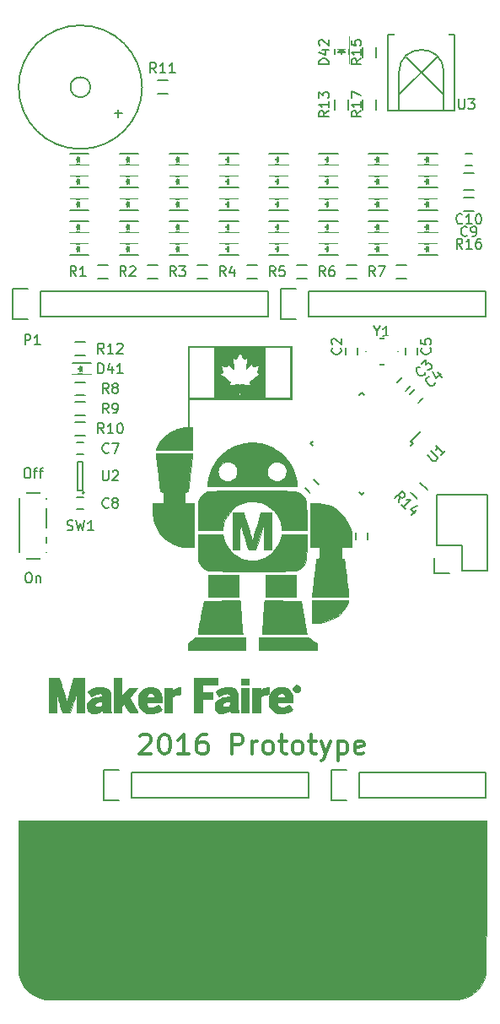
<source format=gto>
G04 #@! TF.FileFunction,Legend,Top*
%FSLAX46Y46*%
G04 Gerber Fmt 4.6, Leading zero omitted, Abs format (unit mm)*
G04 Created by KiCad (PCBNEW 4.0.0-rc1-stable) date 8/9/2016 10:19:07 PM*
%MOMM*%
G01*
G04 APERTURE LIST*
%ADD10C,0.100000*%
%ADD11C,0.150000*%
%ADD12C,0.300000*%
%ADD13C,0.010000*%
%ADD14C,2.540000*%
%ADD15R,1.050000X1.100000*%
%ADD16R,1.100000X1.050000*%
%ADD17R,1.097560X1.097560*%
%ADD18R,1.498880X1.498880*%
%ADD19R,2.027200X2.332000*%
%ADD20O,2.027200X2.332000*%
%ADD21R,2.027200X2.027200*%
%ADD22O,2.027200X2.027200*%
%ADD23R,0.800000X1.200000*%
%ADD24R,1.200000X0.800000*%
%ADD25C,2.300000*%
%ADD26R,1.360000X0.950000*%
%ADD27R,1.700000X1.500000*%
%ADD28C,1.000000*%
%ADD29R,2.300000X0.900000*%
%ADD30R,0.900000X1.800000*%
%ADD31C,8.300000*%
%ADD32C,1.824000*%
%ADD33R,5.380000X2.840000*%
%ADD34R,1.300000X1.550000*%
%ADD35R,1.750000X0.800000*%
%ADD36R,2.300000X2.300000*%
%ADD37R,2.000000X2.100000*%
%ADD38C,0.850000*%
G04 APERTURE END LIST*
D10*
D11*
X51833333Y-95702381D02*
X52023810Y-95702381D01*
X52119048Y-95750000D01*
X52214286Y-95845238D01*
X52261905Y-96035714D01*
X52261905Y-96369048D01*
X52214286Y-96559524D01*
X52119048Y-96654762D01*
X52023810Y-96702381D01*
X51833333Y-96702381D01*
X51738095Y-96654762D01*
X51642857Y-96559524D01*
X51595238Y-96369048D01*
X51595238Y-96035714D01*
X51642857Y-95845238D01*
X51738095Y-95750000D01*
X51833333Y-95702381D01*
X52547619Y-96035714D02*
X52928571Y-96035714D01*
X52690476Y-96702381D02*
X52690476Y-95845238D01*
X52738095Y-95750000D01*
X52833333Y-95702381D01*
X52928571Y-95702381D01*
X53119048Y-96035714D02*
X53500000Y-96035714D01*
X53261905Y-96702381D02*
X53261905Y-95845238D01*
X53309524Y-95750000D01*
X53404762Y-95702381D01*
X53500000Y-95702381D01*
X51952381Y-106202381D02*
X52142858Y-106202381D01*
X52238096Y-106250000D01*
X52333334Y-106345238D01*
X52380953Y-106535714D01*
X52380953Y-106869048D01*
X52333334Y-107059524D01*
X52238096Y-107154762D01*
X52142858Y-107202381D01*
X51952381Y-107202381D01*
X51857143Y-107154762D01*
X51761905Y-107059524D01*
X51714286Y-106869048D01*
X51714286Y-106535714D01*
X51761905Y-106345238D01*
X51857143Y-106250000D01*
X51952381Y-106202381D01*
X52809524Y-106535714D02*
X52809524Y-107202381D01*
X52809524Y-106630952D02*
X52857143Y-106583333D01*
X52952381Y-106535714D01*
X53095239Y-106535714D01*
X53190477Y-106583333D01*
X53238096Y-106678571D01*
X53238096Y-107202381D01*
D12*
X63214285Y-122595238D02*
X63309523Y-122500000D01*
X63500000Y-122404762D01*
X63976190Y-122404762D01*
X64166666Y-122500000D01*
X64261904Y-122595238D01*
X64357143Y-122785714D01*
X64357143Y-122976190D01*
X64261904Y-123261905D01*
X63119047Y-124404762D01*
X64357143Y-124404762D01*
X65595238Y-122404762D02*
X65785714Y-122404762D01*
X65976190Y-122500000D01*
X66071428Y-122595238D01*
X66166666Y-122785714D01*
X66261905Y-123166667D01*
X66261905Y-123642857D01*
X66166666Y-124023810D01*
X66071428Y-124214286D01*
X65976190Y-124309524D01*
X65785714Y-124404762D01*
X65595238Y-124404762D01*
X65404762Y-124309524D01*
X65309524Y-124214286D01*
X65214285Y-124023810D01*
X65119047Y-123642857D01*
X65119047Y-123166667D01*
X65214285Y-122785714D01*
X65309524Y-122595238D01*
X65404762Y-122500000D01*
X65595238Y-122404762D01*
X68166667Y-124404762D02*
X67023809Y-124404762D01*
X67595238Y-124404762D02*
X67595238Y-122404762D01*
X67404762Y-122690476D01*
X67214286Y-122880952D01*
X67023809Y-122976190D01*
X69880952Y-122404762D02*
X69500000Y-122404762D01*
X69309524Y-122500000D01*
X69214286Y-122595238D01*
X69023809Y-122880952D01*
X68928571Y-123261905D01*
X68928571Y-124023810D01*
X69023809Y-124214286D01*
X69119048Y-124309524D01*
X69309524Y-124404762D01*
X69690476Y-124404762D01*
X69880952Y-124309524D01*
X69976190Y-124214286D01*
X70071429Y-124023810D01*
X70071429Y-123547619D01*
X69976190Y-123357143D01*
X69880952Y-123261905D01*
X69690476Y-123166667D01*
X69309524Y-123166667D01*
X69119048Y-123261905D01*
X69023809Y-123357143D01*
X68928571Y-123547619D01*
X72452381Y-124404762D02*
X72452381Y-122404762D01*
X73214286Y-122404762D01*
X73404762Y-122500000D01*
X73500001Y-122595238D01*
X73595239Y-122785714D01*
X73595239Y-123071429D01*
X73500001Y-123261905D01*
X73404762Y-123357143D01*
X73214286Y-123452381D01*
X72452381Y-123452381D01*
X74452381Y-124404762D02*
X74452381Y-123071429D01*
X74452381Y-123452381D02*
X74547620Y-123261905D01*
X74642858Y-123166667D01*
X74833334Y-123071429D01*
X75023810Y-123071429D01*
X75976191Y-124404762D02*
X75785715Y-124309524D01*
X75690476Y-124214286D01*
X75595238Y-124023810D01*
X75595238Y-123452381D01*
X75690476Y-123261905D01*
X75785715Y-123166667D01*
X75976191Y-123071429D01*
X76261905Y-123071429D01*
X76452381Y-123166667D01*
X76547619Y-123261905D01*
X76642857Y-123452381D01*
X76642857Y-124023810D01*
X76547619Y-124214286D01*
X76452381Y-124309524D01*
X76261905Y-124404762D01*
X75976191Y-124404762D01*
X77214286Y-123071429D02*
X77976191Y-123071429D01*
X77500000Y-122404762D02*
X77500000Y-124119048D01*
X77595239Y-124309524D01*
X77785715Y-124404762D01*
X77976191Y-124404762D01*
X78928572Y-124404762D02*
X78738096Y-124309524D01*
X78642857Y-124214286D01*
X78547619Y-124023810D01*
X78547619Y-123452381D01*
X78642857Y-123261905D01*
X78738096Y-123166667D01*
X78928572Y-123071429D01*
X79214286Y-123071429D01*
X79404762Y-123166667D01*
X79500000Y-123261905D01*
X79595238Y-123452381D01*
X79595238Y-124023810D01*
X79500000Y-124214286D01*
X79404762Y-124309524D01*
X79214286Y-124404762D01*
X78928572Y-124404762D01*
X80166667Y-123071429D02*
X80928572Y-123071429D01*
X80452381Y-122404762D02*
X80452381Y-124119048D01*
X80547620Y-124309524D01*
X80738096Y-124404762D01*
X80928572Y-124404762D01*
X81404762Y-123071429D02*
X81880953Y-124404762D01*
X82357143Y-123071429D02*
X81880953Y-124404762D01*
X81690477Y-124880952D01*
X81595238Y-124976190D01*
X81404762Y-125071429D01*
X83119048Y-123071429D02*
X83119048Y-125071429D01*
X83119048Y-123166667D02*
X83309525Y-123071429D01*
X83690477Y-123071429D01*
X83880953Y-123166667D01*
X83976191Y-123261905D01*
X84071429Y-123452381D01*
X84071429Y-124023810D01*
X83976191Y-124214286D01*
X83880953Y-124309524D01*
X83690477Y-124404762D01*
X83309525Y-124404762D01*
X83119048Y-124309524D01*
X85690477Y-124309524D02*
X85500001Y-124404762D01*
X85119049Y-124404762D01*
X84928572Y-124309524D01*
X84833334Y-124119048D01*
X84833334Y-123357143D01*
X84928572Y-123166667D01*
X85119049Y-123071429D01*
X85500001Y-123071429D01*
X85690477Y-123166667D01*
X85785715Y-123357143D01*
X85785715Y-123547619D01*
X84833334Y-123738095D01*
D11*
X86100000Y-102150000D02*
X86100000Y-102850000D01*
X84900000Y-102850000D02*
X84900000Y-102150000D01*
X83900000Y-84350000D02*
X83900000Y-83650000D01*
X85100000Y-83650000D02*
X85100000Y-84350000D01*
X89078249Y-87073223D02*
X89573223Y-86578249D01*
X90421751Y-87426777D02*
X89926777Y-87921751D01*
X90328249Y-88323223D02*
X90823223Y-87828249D01*
X91671751Y-88676777D02*
X91176777Y-89171751D01*
X91100000Y-83650000D02*
X91100000Y-84350000D01*
X89900000Y-84350000D02*
X89900000Y-83650000D01*
X80676777Y-96828249D02*
X81171751Y-97323223D01*
X80323223Y-98171751D02*
X79828249Y-97676777D01*
X57600000Y-94350000D02*
X56900000Y-94350000D01*
X56900000Y-93150000D02*
X57600000Y-93150000D01*
X56900000Y-98650000D02*
X57600000Y-98650000D01*
X57600000Y-99850000D02*
X56900000Y-99850000D01*
X58100000Y-64200000D02*
X56200000Y-64200000D01*
X58100000Y-65300000D02*
X56200000Y-65300000D01*
X57200000Y-64750000D02*
X56750000Y-64750000D01*
X57250000Y-65000000D02*
X57250000Y-64500000D01*
X57250000Y-64750000D02*
X57000000Y-65000000D01*
X57000000Y-65000000D02*
X57000000Y-64500000D01*
X57000000Y-64500000D02*
X57250000Y-64750000D01*
X58100000Y-66450000D02*
X56200000Y-66450000D01*
X58100000Y-67550000D02*
X56200000Y-67550000D01*
X57200000Y-67000000D02*
X56750000Y-67000000D01*
X57250000Y-67250000D02*
X57250000Y-66750000D01*
X57250000Y-67000000D02*
X57000000Y-67250000D01*
X57000000Y-67250000D02*
X57000000Y-66750000D01*
X57000000Y-66750000D02*
X57250000Y-67000000D01*
X58100000Y-68700000D02*
X56200000Y-68700000D01*
X58100000Y-69800000D02*
X56200000Y-69800000D01*
X57200000Y-69250000D02*
X56750000Y-69250000D01*
X57250000Y-69500000D02*
X57250000Y-69000000D01*
X57250000Y-69250000D02*
X57000000Y-69500000D01*
X57000000Y-69500000D02*
X57000000Y-69000000D01*
X57000000Y-69000000D02*
X57250000Y-69250000D01*
X58100000Y-70950000D02*
X56200000Y-70950000D01*
X58100000Y-72050000D02*
X56200000Y-72050000D01*
X57200000Y-71500000D02*
X56750000Y-71500000D01*
X57250000Y-71750000D02*
X57250000Y-71250000D01*
X57250000Y-71500000D02*
X57000000Y-71750000D01*
X57000000Y-71750000D02*
X57000000Y-71250000D01*
X57000000Y-71250000D02*
X57250000Y-71500000D01*
X58100000Y-73200000D02*
X56200000Y-73200000D01*
X58100000Y-74300000D02*
X56200000Y-74300000D01*
X57200000Y-73750000D02*
X56750000Y-73750000D01*
X57250000Y-74000000D02*
X57250000Y-73500000D01*
X57250000Y-73750000D02*
X57000000Y-74000000D01*
X57000000Y-74000000D02*
X57000000Y-73500000D01*
X57000000Y-73500000D02*
X57250000Y-73750000D01*
X63100000Y-64200000D02*
X61200000Y-64200000D01*
X63100000Y-65300000D02*
X61200000Y-65300000D01*
X62200000Y-64750000D02*
X61750000Y-64750000D01*
X62250000Y-65000000D02*
X62250000Y-64500000D01*
X62250000Y-64750000D02*
X62000000Y-65000000D01*
X62000000Y-65000000D02*
X62000000Y-64500000D01*
X62000000Y-64500000D02*
X62250000Y-64750000D01*
X63100000Y-66450000D02*
X61200000Y-66450000D01*
X63100000Y-67550000D02*
X61200000Y-67550000D01*
X62200000Y-67000000D02*
X61750000Y-67000000D01*
X62250000Y-67250000D02*
X62250000Y-66750000D01*
X62250000Y-67000000D02*
X62000000Y-67250000D01*
X62000000Y-67250000D02*
X62000000Y-66750000D01*
X62000000Y-66750000D02*
X62250000Y-67000000D01*
X63100000Y-68700000D02*
X61200000Y-68700000D01*
X63100000Y-69800000D02*
X61200000Y-69800000D01*
X62200000Y-69250000D02*
X61750000Y-69250000D01*
X62250000Y-69500000D02*
X62250000Y-69000000D01*
X62250000Y-69250000D02*
X62000000Y-69500000D01*
X62000000Y-69500000D02*
X62000000Y-69000000D01*
X62000000Y-69000000D02*
X62250000Y-69250000D01*
X63100000Y-70950000D02*
X61200000Y-70950000D01*
X63100000Y-72050000D02*
X61200000Y-72050000D01*
X62200000Y-71500000D02*
X61750000Y-71500000D01*
X62250000Y-71750000D02*
X62250000Y-71250000D01*
X62250000Y-71500000D02*
X62000000Y-71750000D01*
X62000000Y-71750000D02*
X62000000Y-71250000D01*
X62000000Y-71250000D02*
X62250000Y-71500000D01*
X63100000Y-73200000D02*
X61200000Y-73200000D01*
X63100000Y-74300000D02*
X61200000Y-74300000D01*
X62200000Y-73750000D02*
X61750000Y-73750000D01*
X62250000Y-74000000D02*
X62250000Y-73500000D01*
X62250000Y-73750000D02*
X62000000Y-74000000D01*
X62000000Y-74000000D02*
X62000000Y-73500000D01*
X62000000Y-73500000D02*
X62250000Y-73750000D01*
X68100000Y-64200000D02*
X66200000Y-64200000D01*
X68100000Y-65300000D02*
X66200000Y-65300000D01*
X67200000Y-64750000D02*
X66750000Y-64750000D01*
X67250000Y-65000000D02*
X67250000Y-64500000D01*
X67250000Y-64750000D02*
X67000000Y-65000000D01*
X67000000Y-65000000D02*
X67000000Y-64500000D01*
X67000000Y-64500000D02*
X67250000Y-64750000D01*
X68100000Y-66450000D02*
X66200000Y-66450000D01*
X68100000Y-67550000D02*
X66200000Y-67550000D01*
X67200000Y-67000000D02*
X66750000Y-67000000D01*
X67250000Y-67250000D02*
X67250000Y-66750000D01*
X67250000Y-67000000D02*
X67000000Y-67250000D01*
X67000000Y-67250000D02*
X67000000Y-66750000D01*
X67000000Y-66750000D02*
X67250000Y-67000000D01*
X68100000Y-68700000D02*
X66200000Y-68700000D01*
X68100000Y-69800000D02*
X66200000Y-69800000D01*
X67200000Y-69250000D02*
X66750000Y-69250000D01*
X67250000Y-69500000D02*
X67250000Y-69000000D01*
X67250000Y-69250000D02*
X67000000Y-69500000D01*
X67000000Y-69500000D02*
X67000000Y-69000000D01*
X67000000Y-69000000D02*
X67250000Y-69250000D01*
X68100000Y-70950000D02*
X66200000Y-70950000D01*
X68100000Y-72050000D02*
X66200000Y-72050000D01*
X67200000Y-71500000D02*
X66750000Y-71500000D01*
X67250000Y-71750000D02*
X67250000Y-71250000D01*
X67250000Y-71500000D02*
X67000000Y-71750000D01*
X67000000Y-71750000D02*
X67000000Y-71250000D01*
X67000000Y-71250000D02*
X67250000Y-71500000D01*
X68100000Y-73200000D02*
X66200000Y-73200000D01*
X68100000Y-74300000D02*
X66200000Y-74300000D01*
X67200000Y-73750000D02*
X66750000Y-73750000D01*
X67250000Y-74000000D02*
X67250000Y-73500000D01*
X67250000Y-73750000D02*
X67000000Y-74000000D01*
X67000000Y-74000000D02*
X67000000Y-73500000D01*
X67000000Y-73500000D02*
X67250000Y-73750000D01*
X73100000Y-64200000D02*
X71200000Y-64200000D01*
X73100000Y-65300000D02*
X71200000Y-65300000D01*
X72200000Y-64750000D02*
X71750000Y-64750000D01*
X72250000Y-65000000D02*
X72250000Y-64500000D01*
X72250000Y-64750000D02*
X72000000Y-65000000D01*
X72000000Y-65000000D02*
X72000000Y-64500000D01*
X72000000Y-64500000D02*
X72250000Y-64750000D01*
X73100000Y-66450000D02*
X71200000Y-66450000D01*
X73100000Y-67550000D02*
X71200000Y-67550000D01*
X72200000Y-67000000D02*
X71750000Y-67000000D01*
X72250000Y-67250000D02*
X72250000Y-66750000D01*
X72250000Y-67000000D02*
X72000000Y-67250000D01*
X72000000Y-67250000D02*
X72000000Y-66750000D01*
X72000000Y-66750000D02*
X72250000Y-67000000D01*
X73100000Y-68700000D02*
X71200000Y-68700000D01*
X73100000Y-69800000D02*
X71200000Y-69800000D01*
X72200000Y-69250000D02*
X71750000Y-69250000D01*
X72250000Y-69500000D02*
X72250000Y-69000000D01*
X72250000Y-69250000D02*
X72000000Y-69500000D01*
X72000000Y-69500000D02*
X72000000Y-69000000D01*
X72000000Y-69000000D02*
X72250000Y-69250000D01*
X73100000Y-70950000D02*
X71200000Y-70950000D01*
X73100000Y-72050000D02*
X71200000Y-72050000D01*
X72200000Y-71500000D02*
X71750000Y-71500000D01*
X72250000Y-71750000D02*
X72250000Y-71250000D01*
X72250000Y-71500000D02*
X72000000Y-71750000D01*
X72000000Y-71750000D02*
X72000000Y-71250000D01*
X72000000Y-71250000D02*
X72250000Y-71500000D01*
X73100000Y-73200000D02*
X71200000Y-73200000D01*
X73100000Y-74300000D02*
X71200000Y-74300000D01*
X72200000Y-73750000D02*
X71750000Y-73750000D01*
X72250000Y-74000000D02*
X72250000Y-73500000D01*
X72250000Y-73750000D02*
X72000000Y-74000000D01*
X72000000Y-74000000D02*
X72000000Y-73500000D01*
X72000000Y-73500000D02*
X72250000Y-73750000D01*
X78100000Y-64200000D02*
X76200000Y-64200000D01*
X78100000Y-65300000D02*
X76200000Y-65300000D01*
X77200000Y-64750000D02*
X76750000Y-64750000D01*
X77250000Y-65000000D02*
X77250000Y-64500000D01*
X77250000Y-64750000D02*
X77000000Y-65000000D01*
X77000000Y-65000000D02*
X77000000Y-64500000D01*
X77000000Y-64500000D02*
X77250000Y-64750000D01*
X78100000Y-66450000D02*
X76200000Y-66450000D01*
X78100000Y-67550000D02*
X76200000Y-67550000D01*
X77200000Y-67000000D02*
X76750000Y-67000000D01*
X77250000Y-67250000D02*
X77250000Y-66750000D01*
X77250000Y-67000000D02*
X77000000Y-67250000D01*
X77000000Y-67250000D02*
X77000000Y-66750000D01*
X77000000Y-66750000D02*
X77250000Y-67000000D01*
X78100000Y-68700000D02*
X76200000Y-68700000D01*
X78100000Y-69800000D02*
X76200000Y-69800000D01*
X77200000Y-69250000D02*
X76750000Y-69250000D01*
X77250000Y-69500000D02*
X77250000Y-69000000D01*
X77250000Y-69250000D02*
X77000000Y-69500000D01*
X77000000Y-69500000D02*
X77000000Y-69000000D01*
X77000000Y-69000000D02*
X77250000Y-69250000D01*
X78100000Y-70950000D02*
X76200000Y-70950000D01*
X78100000Y-72050000D02*
X76200000Y-72050000D01*
X77200000Y-71500000D02*
X76750000Y-71500000D01*
X77250000Y-71750000D02*
X77250000Y-71250000D01*
X77250000Y-71500000D02*
X77000000Y-71750000D01*
X77000000Y-71750000D02*
X77000000Y-71250000D01*
X77000000Y-71250000D02*
X77250000Y-71500000D01*
X78100000Y-73200000D02*
X76200000Y-73200000D01*
X78100000Y-74300000D02*
X76200000Y-74300000D01*
X77200000Y-73750000D02*
X76750000Y-73750000D01*
X77250000Y-74000000D02*
X77250000Y-73500000D01*
X77250000Y-73750000D02*
X77000000Y-74000000D01*
X77000000Y-74000000D02*
X77000000Y-73500000D01*
X77000000Y-73500000D02*
X77250000Y-73750000D01*
X83100000Y-64200000D02*
X81200000Y-64200000D01*
X83100000Y-65300000D02*
X81200000Y-65300000D01*
X82200000Y-64750000D02*
X81750000Y-64750000D01*
X82250000Y-65000000D02*
X82250000Y-64500000D01*
X82250000Y-64750000D02*
X82000000Y-65000000D01*
X82000000Y-65000000D02*
X82000000Y-64500000D01*
X82000000Y-64500000D02*
X82250000Y-64750000D01*
X83100000Y-66450000D02*
X81200000Y-66450000D01*
X83100000Y-67550000D02*
X81200000Y-67550000D01*
X82200000Y-67000000D02*
X81750000Y-67000000D01*
X82250000Y-67250000D02*
X82250000Y-66750000D01*
X82250000Y-67000000D02*
X82000000Y-67250000D01*
X82000000Y-67250000D02*
X82000000Y-66750000D01*
X82000000Y-66750000D02*
X82250000Y-67000000D01*
X83100000Y-68700000D02*
X81200000Y-68700000D01*
X83100000Y-69800000D02*
X81200000Y-69800000D01*
X82200000Y-69250000D02*
X81750000Y-69250000D01*
X82250000Y-69500000D02*
X82250000Y-69000000D01*
X82250000Y-69250000D02*
X82000000Y-69500000D01*
X82000000Y-69500000D02*
X82000000Y-69000000D01*
X82000000Y-69000000D02*
X82250000Y-69250000D01*
X83100000Y-70950000D02*
X81200000Y-70950000D01*
X83100000Y-72050000D02*
X81200000Y-72050000D01*
X82200000Y-71500000D02*
X81750000Y-71500000D01*
X82250000Y-71750000D02*
X82250000Y-71250000D01*
X82250000Y-71500000D02*
X82000000Y-71750000D01*
X82000000Y-71750000D02*
X82000000Y-71250000D01*
X82000000Y-71250000D02*
X82250000Y-71500000D01*
X83100000Y-73200000D02*
X81200000Y-73200000D01*
X83100000Y-74300000D02*
X81200000Y-74300000D01*
X82200000Y-73750000D02*
X81750000Y-73750000D01*
X82250000Y-74000000D02*
X82250000Y-73500000D01*
X82250000Y-73750000D02*
X82000000Y-74000000D01*
X82000000Y-74000000D02*
X82000000Y-73500000D01*
X82000000Y-73500000D02*
X82250000Y-73750000D01*
X88100000Y-64200000D02*
X86200000Y-64200000D01*
X88100000Y-65300000D02*
X86200000Y-65300000D01*
X87200000Y-64750000D02*
X86750000Y-64750000D01*
X87250000Y-65000000D02*
X87250000Y-64500000D01*
X87250000Y-64750000D02*
X87000000Y-65000000D01*
X87000000Y-65000000D02*
X87000000Y-64500000D01*
X87000000Y-64500000D02*
X87250000Y-64750000D01*
X88100000Y-66450000D02*
X86200000Y-66450000D01*
X88100000Y-67550000D02*
X86200000Y-67550000D01*
X87200000Y-67000000D02*
X86750000Y-67000000D01*
X87250000Y-67250000D02*
X87250000Y-66750000D01*
X87250000Y-67000000D02*
X87000000Y-67250000D01*
X87000000Y-67250000D02*
X87000000Y-66750000D01*
X87000000Y-66750000D02*
X87250000Y-67000000D01*
X88100000Y-68700000D02*
X86200000Y-68700000D01*
X88100000Y-69800000D02*
X86200000Y-69800000D01*
X87200000Y-69250000D02*
X86750000Y-69250000D01*
X87250000Y-69500000D02*
X87250000Y-69000000D01*
X87250000Y-69250000D02*
X87000000Y-69500000D01*
X87000000Y-69500000D02*
X87000000Y-69000000D01*
X87000000Y-69000000D02*
X87250000Y-69250000D01*
X88100000Y-70950000D02*
X86200000Y-70950000D01*
X88100000Y-72050000D02*
X86200000Y-72050000D01*
X87200000Y-71500000D02*
X86750000Y-71500000D01*
X87250000Y-71750000D02*
X87250000Y-71250000D01*
X87250000Y-71500000D02*
X87000000Y-71750000D01*
X87000000Y-71750000D02*
X87000000Y-71250000D01*
X87000000Y-71250000D02*
X87250000Y-71500000D01*
X88100000Y-73200000D02*
X86200000Y-73200000D01*
X88100000Y-74300000D02*
X86200000Y-74300000D01*
X87200000Y-73750000D02*
X86750000Y-73750000D01*
X87250000Y-74000000D02*
X87250000Y-73500000D01*
X87250000Y-73750000D02*
X87000000Y-74000000D01*
X87000000Y-74000000D02*
X87000000Y-73500000D01*
X87000000Y-73500000D02*
X87250000Y-73750000D01*
X93100000Y-64200000D02*
X91200000Y-64200000D01*
X93100000Y-65300000D02*
X91200000Y-65300000D01*
X92200000Y-64750000D02*
X91750000Y-64750000D01*
X92250000Y-65000000D02*
X92250000Y-64500000D01*
X92250000Y-64750000D02*
X92000000Y-65000000D01*
X92000000Y-65000000D02*
X92000000Y-64500000D01*
X92000000Y-64500000D02*
X92250000Y-64750000D01*
X93100000Y-66450000D02*
X91200000Y-66450000D01*
X93100000Y-67550000D02*
X91200000Y-67550000D01*
X92200000Y-67000000D02*
X91750000Y-67000000D01*
X92250000Y-67250000D02*
X92250000Y-66750000D01*
X92250000Y-67000000D02*
X92000000Y-67250000D01*
X92000000Y-67250000D02*
X92000000Y-66750000D01*
X92000000Y-66750000D02*
X92250000Y-67000000D01*
X93100000Y-68700000D02*
X91200000Y-68700000D01*
X93100000Y-69800000D02*
X91200000Y-69800000D01*
X92200000Y-69250000D02*
X91750000Y-69250000D01*
X92250000Y-69500000D02*
X92250000Y-69000000D01*
X92250000Y-69250000D02*
X92000000Y-69500000D01*
X92000000Y-69500000D02*
X92000000Y-69000000D01*
X92000000Y-69000000D02*
X92250000Y-69250000D01*
X93100000Y-70950000D02*
X91200000Y-70950000D01*
X93100000Y-72050000D02*
X91200000Y-72050000D01*
X92200000Y-71500000D02*
X91750000Y-71500000D01*
X92250000Y-71750000D02*
X92250000Y-71250000D01*
X92250000Y-71500000D02*
X92000000Y-71750000D01*
X92000000Y-71750000D02*
X92000000Y-71250000D01*
X92000000Y-71250000D02*
X92250000Y-71500000D01*
X93100000Y-73200000D02*
X91200000Y-73200000D01*
X93100000Y-74300000D02*
X91200000Y-74300000D01*
X92200000Y-73750000D02*
X91750000Y-73750000D01*
X92250000Y-74000000D02*
X92250000Y-73500000D01*
X92250000Y-73750000D02*
X92000000Y-74000000D01*
X92000000Y-74000000D02*
X92000000Y-73500000D01*
X92000000Y-73500000D02*
X92250000Y-73750000D01*
X58350000Y-85200000D02*
X56450000Y-85200000D01*
X58350000Y-86300000D02*
X56450000Y-86300000D01*
X57450000Y-85750000D02*
X57000000Y-85750000D01*
X57500000Y-86000000D02*
X57500000Y-85500000D01*
X57500000Y-85750000D02*
X57250000Y-86000000D01*
X57250000Y-86000000D02*
X57250000Y-85500000D01*
X57250000Y-85500000D02*
X57500000Y-85750000D01*
X82750000Y-52400000D02*
X82750000Y-55100000D01*
X84250000Y-52400000D02*
X84250000Y-55100000D01*
X83350000Y-53900000D02*
X83600000Y-53900000D01*
X83600000Y-53900000D02*
X83450000Y-53750000D01*
X83850000Y-53650000D02*
X83150000Y-53650000D01*
X83500000Y-54000000D02*
X83500000Y-54350000D01*
X83500000Y-53650000D02*
X83850000Y-54000000D01*
X83850000Y-54000000D02*
X83150000Y-54000000D01*
X83150000Y-54000000D02*
X83500000Y-53650000D01*
X62414000Y-128770000D02*
X80194000Y-128770000D01*
X80194000Y-128770000D02*
X80194000Y-126230000D01*
X80194000Y-126230000D02*
X62414000Y-126230000D01*
X59594000Y-129050000D02*
X61144000Y-129050000D01*
X62414000Y-128770000D02*
X62414000Y-126230000D01*
X61144000Y-125950000D02*
X59594000Y-125950000D01*
X59594000Y-125950000D02*
X59594000Y-129050000D01*
X85274000Y-128770000D02*
X97974000Y-128770000D01*
X97974000Y-128770000D02*
X97974000Y-126230000D01*
X97974000Y-126230000D02*
X85274000Y-126230000D01*
X82454000Y-129050000D02*
X84004000Y-129050000D01*
X85274000Y-128770000D02*
X85274000Y-126230000D01*
X84004000Y-125950000D02*
X82454000Y-125950000D01*
X82454000Y-125950000D02*
X82454000Y-129050000D01*
X53270000Y-80510000D02*
X76130000Y-80510000D01*
X76130000Y-80510000D02*
X76130000Y-77970000D01*
X76130000Y-77970000D02*
X53270000Y-77970000D01*
X50450000Y-80790000D02*
X52000000Y-80790000D01*
X53270000Y-80510000D02*
X53270000Y-77970000D01*
X52000000Y-77690000D02*
X50450000Y-77690000D01*
X50450000Y-77690000D02*
X50450000Y-80790000D01*
X80194000Y-80510000D02*
X97974000Y-80510000D01*
X97974000Y-80510000D02*
X97974000Y-77970000D01*
X97974000Y-77970000D02*
X80194000Y-77970000D01*
X77374000Y-80790000D02*
X78924000Y-80790000D01*
X80194000Y-80510000D02*
X80194000Y-77970000D01*
X78924000Y-77690000D02*
X77374000Y-77690000D01*
X77374000Y-77690000D02*
X77374000Y-80790000D01*
X93034513Y-98380013D02*
X93034513Y-103460013D01*
X92754513Y-106280013D02*
X92754513Y-104730013D01*
X95574513Y-106000013D02*
X95574513Y-103460013D01*
X95574513Y-103460013D02*
X93034513Y-103460013D01*
X93034513Y-98380013D02*
X98114513Y-98380013D01*
X98114513Y-98380013D02*
X98114513Y-103460013D01*
X92754513Y-106280013D02*
X94304513Y-106280013D01*
X98114513Y-106000013D02*
X95574513Y-106000013D01*
X98114513Y-103460013D02*
X98114513Y-106000013D01*
X60000000Y-76675000D02*
X59000000Y-76675000D01*
X59000000Y-75325000D02*
X60000000Y-75325000D01*
X65000000Y-76675000D02*
X64000000Y-76675000D01*
X64000000Y-75325000D02*
X65000000Y-75325000D01*
X70000000Y-76675000D02*
X69000000Y-76675000D01*
X69000000Y-75325000D02*
X70000000Y-75325000D01*
X75000000Y-76675000D02*
X74000000Y-76675000D01*
X74000000Y-75325000D02*
X75000000Y-75325000D01*
X80000000Y-76675000D02*
X79000000Y-76675000D01*
X79000000Y-75325000D02*
X80000000Y-75325000D01*
X84000000Y-75325000D02*
X85000000Y-75325000D01*
X85000000Y-76675000D02*
X84000000Y-76675000D01*
X89000000Y-75325000D02*
X90000000Y-75325000D01*
X90000000Y-76675000D02*
X89000000Y-76675000D01*
X57750000Y-88425000D02*
X56750000Y-88425000D01*
X56750000Y-87075000D02*
X57750000Y-87075000D01*
X57750000Y-90425000D02*
X56750000Y-90425000D01*
X56750000Y-89075000D02*
X57750000Y-89075000D01*
X57750000Y-92425000D02*
X56750000Y-92425000D01*
X56750000Y-91075000D02*
X57750000Y-91075000D01*
X66000000Y-58175000D02*
X65000000Y-58175000D01*
X65000000Y-56825000D02*
X66000000Y-56825000D01*
X57750000Y-84425000D02*
X56750000Y-84425000D01*
X56750000Y-83075000D02*
X57750000Y-83075000D01*
X82825000Y-59750000D02*
X82825000Y-58750000D01*
X84175000Y-58750000D02*
X84175000Y-59750000D01*
X91126256Y-98830850D02*
X90419150Y-98123744D01*
X91373744Y-97169150D02*
X92080850Y-97876256D01*
X58250760Y-57500000D02*
G75*
G03X58250760Y-57500000I-1000760J0D01*
G01*
X63450140Y-57500000D02*
G75*
G03X63450140Y-57500000I-6200140J0D01*
G01*
X90626524Y-93250000D02*
X90396714Y-93020190D01*
X85500000Y-98376524D02*
X85270190Y-98146714D01*
X80373476Y-93250000D02*
X80603286Y-93479810D01*
X85500000Y-88123476D02*
X85729810Y-88353286D01*
X90626524Y-93250000D02*
X90396714Y-93479810D01*
X85500000Y-88123476D02*
X85270190Y-88353286D01*
X80373476Y-93250000D02*
X80603286Y-93020190D01*
X85500000Y-98376524D02*
X85729810Y-98146714D01*
X90396714Y-93020190D02*
X91404342Y-92012563D01*
X57650000Y-98200000D02*
G75*
G03X57650000Y-98200000I-100000J0D01*
G01*
X57000000Y-97950000D02*
X57500000Y-97950000D01*
X57000000Y-95050000D02*
X57000000Y-97950000D01*
X57500000Y-95050000D02*
X57000000Y-95050000D01*
X57500000Y-97950000D02*
X57500000Y-95050000D01*
X85900000Y-82700000D02*
X89100000Y-82700000D01*
X89100000Y-82700000D02*
X89100000Y-85300000D01*
X89100000Y-85300000D02*
X85900000Y-85300000D01*
X85900000Y-85300000D02*
X85900000Y-82700000D01*
X51150000Y-98200000D02*
X53850000Y-98200000D01*
X53850000Y-98200000D02*
X53850000Y-104800000D01*
X53850000Y-104800000D02*
X51150000Y-104800000D01*
X51150000Y-104800000D02*
X51150000Y-98200000D01*
X93750000Y-58250000D02*
X89976000Y-54476000D01*
X89250000Y-58250000D02*
X93024000Y-54476000D01*
X93750000Y-56000000D02*
G75*
G03X89250000Y-56000000I-2250000J0D01*
G01*
X89250000Y-59810000D02*
X89250000Y-56000000D01*
X93750000Y-59810000D02*
X93750000Y-56000000D01*
X88150000Y-52210000D02*
X94850000Y-52210000D01*
X94850000Y-52210000D02*
X94850000Y-59810000D01*
X94850000Y-59810000D02*
X88150000Y-59810000D01*
X88150000Y-59810000D02*
X88150000Y-52210000D01*
X96750000Y-66150000D02*
X95750000Y-66150000D01*
X95750000Y-67850000D02*
X96750000Y-67850000D01*
X95900000Y-64150000D02*
X96600000Y-64150000D01*
X96600000Y-65350000D02*
X95900000Y-65350000D01*
X86925000Y-53500000D02*
X86925000Y-54500000D01*
X85575000Y-54500000D02*
X85575000Y-53500000D01*
X96750000Y-69925000D02*
X95750000Y-69925000D01*
X95750000Y-68575000D02*
X96750000Y-68575000D01*
X86925000Y-58750000D02*
X86925000Y-59750000D01*
X85575000Y-59750000D02*
X85575000Y-58750000D01*
D13*
G36*
X59481925Y-117696627D02*
X59675463Y-117726723D01*
X59833256Y-117780206D01*
X59961192Y-117859795D01*
X60065160Y-117968210D01*
X60148794Y-118103708D01*
X60237900Y-118278916D01*
X60254520Y-119145108D01*
X60259702Y-119374768D01*
X60265917Y-119582569D01*
X60272915Y-119763126D01*
X60280444Y-119911050D01*
X60288254Y-120020954D01*
X60296094Y-120087452D01*
X60298970Y-120100032D01*
X60316274Y-120156167D01*
X60323217Y-120196526D01*
X60313403Y-120223708D01*
X60280436Y-120240309D01*
X60217918Y-120248929D01*
X60119452Y-120252166D01*
X59978643Y-120252619D01*
X59923362Y-120252600D01*
X59772075Y-120252365D01*
X59663945Y-120250968D01*
X59591330Y-120247364D01*
X59546587Y-120240510D01*
X59522073Y-120229364D01*
X59510145Y-120212882D01*
X59504609Y-120195450D01*
X59492177Y-120122997D01*
X59488946Y-120072683D01*
X59483674Y-120016175D01*
X59463757Y-119995388D01*
X59421865Y-120009941D01*
X59350669Y-120059453D01*
X59343211Y-120065124D01*
X59228161Y-120146879D01*
X59126190Y-120202121D01*
X59015280Y-120241058D01*
X58908559Y-120266643D01*
X58720406Y-120295538D01*
X58556877Y-120295112D01*
X58440455Y-120275763D01*
X58279206Y-120216892D01*
X58137511Y-120124880D01*
X58025060Y-120008027D01*
X57951543Y-119874637D01*
X57943278Y-119849795D01*
X57928327Y-119773558D01*
X57917804Y-119669513D01*
X57914048Y-119563853D01*
X57926264Y-119455679D01*
X58702090Y-119455679D01*
X58717704Y-119540489D01*
X58777627Y-119614851D01*
X58815500Y-119640736D01*
X58889896Y-119661128D01*
X58994714Y-119660828D01*
X59114937Y-119641857D01*
X59235545Y-119606235D01*
X59308282Y-119574470D01*
X59450500Y-119501819D01*
X59457877Y-119293009D01*
X59465254Y-119084200D01*
X59394377Y-119084575D01*
X59302109Y-119094109D01*
X59183751Y-119118413D01*
X59059879Y-119152184D01*
X58951069Y-119190122D01*
X58906001Y-119210383D01*
X58797749Y-119283442D01*
X58729275Y-119367602D01*
X58702090Y-119455679D01*
X57926264Y-119455679D01*
X57936006Y-119369427D01*
X58001644Y-119197099D01*
X58111422Y-119046536D01*
X58265802Y-118917407D01*
X58465243Y-118809377D01*
X58710207Y-118722116D01*
X59001153Y-118655289D01*
X59218191Y-118622266D01*
X59341098Y-118604690D01*
X59419235Y-118585419D01*
X59458484Y-118558851D01*
X59464725Y-118519380D01*
X59443838Y-118461403D01*
X59425541Y-118424654D01*
X59361816Y-118353787D01*
X59263870Y-118312876D01*
X59138056Y-118301306D01*
X58990725Y-118318464D01*
X58828229Y-118363736D01*
X58656921Y-118436506D01*
X58520990Y-118512133D01*
X58443551Y-118557665D01*
X58381748Y-118589885D01*
X58349851Y-118601599D01*
X58324241Y-118582005D01*
X58278783Y-118530267D01*
X58221132Y-118456952D01*
X58158943Y-118372627D01*
X58099871Y-118287859D01*
X58051571Y-118213216D01*
X58021698Y-118159265D01*
X58015785Y-118140446D01*
X58035090Y-118108685D01*
X58085117Y-118059331D01*
X58149135Y-118007611D01*
X58362971Y-117873468D01*
X58594991Y-117776934D01*
X58851745Y-117716095D01*
X59139783Y-117689042D01*
X59246752Y-117687200D01*
X59481925Y-117696627D01*
X59481925Y-117696627D01*
G37*
X59481925Y-117696627D02*
X59675463Y-117726723D01*
X59833256Y-117780206D01*
X59961192Y-117859795D01*
X60065160Y-117968210D01*
X60148794Y-118103708D01*
X60237900Y-118278916D01*
X60254520Y-119145108D01*
X60259702Y-119374768D01*
X60265917Y-119582569D01*
X60272915Y-119763126D01*
X60280444Y-119911050D01*
X60288254Y-120020954D01*
X60296094Y-120087452D01*
X60298970Y-120100032D01*
X60316274Y-120156167D01*
X60323217Y-120196526D01*
X60313403Y-120223708D01*
X60280436Y-120240309D01*
X60217918Y-120248929D01*
X60119452Y-120252166D01*
X59978643Y-120252619D01*
X59923362Y-120252600D01*
X59772075Y-120252365D01*
X59663945Y-120250968D01*
X59591330Y-120247364D01*
X59546587Y-120240510D01*
X59522073Y-120229364D01*
X59510145Y-120212882D01*
X59504609Y-120195450D01*
X59492177Y-120122997D01*
X59488946Y-120072683D01*
X59483674Y-120016175D01*
X59463757Y-119995388D01*
X59421865Y-120009941D01*
X59350669Y-120059453D01*
X59343211Y-120065124D01*
X59228161Y-120146879D01*
X59126190Y-120202121D01*
X59015280Y-120241058D01*
X58908559Y-120266643D01*
X58720406Y-120295538D01*
X58556877Y-120295112D01*
X58440455Y-120275763D01*
X58279206Y-120216892D01*
X58137511Y-120124880D01*
X58025060Y-120008027D01*
X57951543Y-119874637D01*
X57943278Y-119849795D01*
X57928327Y-119773558D01*
X57917804Y-119669513D01*
X57914048Y-119563853D01*
X57926264Y-119455679D01*
X58702090Y-119455679D01*
X58717704Y-119540489D01*
X58777627Y-119614851D01*
X58815500Y-119640736D01*
X58889896Y-119661128D01*
X58994714Y-119660828D01*
X59114937Y-119641857D01*
X59235545Y-119606235D01*
X59308282Y-119574470D01*
X59450500Y-119501819D01*
X59457877Y-119293009D01*
X59465254Y-119084200D01*
X59394377Y-119084575D01*
X59302109Y-119094109D01*
X59183751Y-119118413D01*
X59059879Y-119152184D01*
X58951069Y-119190122D01*
X58906001Y-119210383D01*
X58797749Y-119283442D01*
X58729275Y-119367602D01*
X58702090Y-119455679D01*
X57926264Y-119455679D01*
X57936006Y-119369427D01*
X58001644Y-119197099D01*
X58111422Y-119046536D01*
X58265802Y-118917407D01*
X58465243Y-118809377D01*
X58710207Y-118722116D01*
X59001153Y-118655289D01*
X59218191Y-118622266D01*
X59341098Y-118604690D01*
X59419235Y-118585419D01*
X59458484Y-118558851D01*
X59464725Y-118519380D01*
X59443838Y-118461403D01*
X59425541Y-118424654D01*
X59361816Y-118353787D01*
X59263870Y-118312876D01*
X59138056Y-118301306D01*
X58990725Y-118318464D01*
X58828229Y-118363736D01*
X58656921Y-118436506D01*
X58520990Y-118512133D01*
X58443551Y-118557665D01*
X58381748Y-118589885D01*
X58349851Y-118601599D01*
X58324241Y-118582005D01*
X58278783Y-118530267D01*
X58221132Y-118456952D01*
X58158943Y-118372627D01*
X58099871Y-118287859D01*
X58051571Y-118213216D01*
X58021698Y-118159265D01*
X58015785Y-118140446D01*
X58035090Y-118108685D01*
X58085117Y-118059331D01*
X58149135Y-118007611D01*
X58362971Y-117873468D01*
X58594991Y-117776934D01*
X58851745Y-117716095D01*
X59139783Y-117689042D01*
X59246752Y-117687200D01*
X59481925Y-117696627D01*
G36*
X64280696Y-117689361D02*
X64360984Y-117691839D01*
X64554776Y-117706110D01*
X64711976Y-117736472D01*
X64845540Y-117787808D01*
X64968424Y-117865005D01*
X65085050Y-117964827D01*
X65211895Y-118108815D01*
X65309735Y-118276002D01*
X65380778Y-118472355D01*
X65427232Y-118703837D01*
X65450041Y-118950850D01*
X65465149Y-119236600D01*
X64648574Y-119236600D01*
X64413227Y-119237016D01*
X64224489Y-119238375D01*
X64078173Y-119240839D01*
X63970095Y-119244571D01*
X63896067Y-119249734D01*
X63851906Y-119256490D01*
X63833425Y-119265002D01*
X63832248Y-119268350D01*
X63845191Y-119319859D01*
X63877545Y-119396072D01*
X63920374Y-119479536D01*
X63964745Y-119552798D01*
X64000779Y-119597581D01*
X64122235Y-119672710D01*
X64270275Y-119711119D01*
X64437001Y-119713392D01*
X64614516Y-119680111D01*
X64794919Y-119611860D01*
X64942859Y-119527969D01*
X65016481Y-119481758D01*
X65074865Y-119449836D01*
X65102178Y-119439800D01*
X65127132Y-119460015D01*
X65170100Y-119513320D01*
X65223884Y-119588701D01*
X65281288Y-119675143D01*
X65335114Y-119761634D01*
X65378167Y-119837160D01*
X65403247Y-119890708D01*
X65406800Y-119905952D01*
X65383787Y-119953862D01*
X65320374Y-120011081D01*
X65225001Y-120072933D01*
X65106103Y-120134745D01*
X64972120Y-120191842D01*
X64831491Y-120239550D01*
X64778001Y-120254262D01*
X64635685Y-120280236D01*
X64462655Y-120296158D01*
X64278092Y-120301535D01*
X64101174Y-120295873D01*
X63951082Y-120278677D01*
X63936351Y-120275927D01*
X63780331Y-120228848D01*
X63615309Y-120151650D01*
X63462243Y-120055238D01*
X63375511Y-119984107D01*
X63230917Y-119814284D01*
X63124033Y-119611021D01*
X63055153Y-119375237D01*
X63024573Y-119107854D01*
X63026566Y-118893892D01*
X63048388Y-118728600D01*
X63835083Y-118728600D01*
X64726507Y-118728600D01*
X64709094Y-118658750D01*
X64655101Y-118513433D01*
X64575780Y-118396218D01*
X64539418Y-118361015D01*
X64427553Y-118296586D01*
X64305748Y-118276182D01*
X64182616Y-118296536D01*
X64066771Y-118354384D01*
X63966825Y-118446459D01*
X63891392Y-118569495D01*
X63874415Y-118613167D01*
X63835083Y-118728600D01*
X63048388Y-118728600D01*
X63062265Y-118623498D01*
X63137388Y-118384376D01*
X63251301Y-118177377D01*
X63403369Y-118003351D01*
X63592960Y-117863149D01*
X63819439Y-117757621D01*
X63891084Y-117733882D01*
X63979858Y-117709794D01*
X64063937Y-117695279D01*
X64158993Y-117688935D01*
X64280696Y-117689361D01*
X64280696Y-117689361D01*
G37*
X64280696Y-117689361D02*
X64360984Y-117691839D01*
X64554776Y-117706110D01*
X64711976Y-117736472D01*
X64845540Y-117787808D01*
X64968424Y-117865005D01*
X65085050Y-117964827D01*
X65211895Y-118108815D01*
X65309735Y-118276002D01*
X65380778Y-118472355D01*
X65427232Y-118703837D01*
X65450041Y-118950850D01*
X65465149Y-119236600D01*
X64648574Y-119236600D01*
X64413227Y-119237016D01*
X64224489Y-119238375D01*
X64078173Y-119240839D01*
X63970095Y-119244571D01*
X63896067Y-119249734D01*
X63851906Y-119256490D01*
X63833425Y-119265002D01*
X63832248Y-119268350D01*
X63845191Y-119319859D01*
X63877545Y-119396072D01*
X63920374Y-119479536D01*
X63964745Y-119552798D01*
X64000779Y-119597581D01*
X64122235Y-119672710D01*
X64270275Y-119711119D01*
X64437001Y-119713392D01*
X64614516Y-119680111D01*
X64794919Y-119611860D01*
X64942859Y-119527969D01*
X65016481Y-119481758D01*
X65074865Y-119449836D01*
X65102178Y-119439800D01*
X65127132Y-119460015D01*
X65170100Y-119513320D01*
X65223884Y-119588701D01*
X65281288Y-119675143D01*
X65335114Y-119761634D01*
X65378167Y-119837160D01*
X65403247Y-119890708D01*
X65406800Y-119905952D01*
X65383787Y-119953862D01*
X65320374Y-120011081D01*
X65225001Y-120072933D01*
X65106103Y-120134745D01*
X64972120Y-120191842D01*
X64831491Y-120239550D01*
X64778001Y-120254262D01*
X64635685Y-120280236D01*
X64462655Y-120296158D01*
X64278092Y-120301535D01*
X64101174Y-120295873D01*
X63951082Y-120278677D01*
X63936351Y-120275927D01*
X63780331Y-120228848D01*
X63615309Y-120151650D01*
X63462243Y-120055238D01*
X63375511Y-119984107D01*
X63230917Y-119814284D01*
X63124033Y-119611021D01*
X63055153Y-119375237D01*
X63024573Y-119107854D01*
X63026566Y-118893892D01*
X63048388Y-118728600D01*
X63835083Y-118728600D01*
X64726507Y-118728600D01*
X64709094Y-118658750D01*
X64655101Y-118513433D01*
X64575780Y-118396218D01*
X64539418Y-118361015D01*
X64427553Y-118296586D01*
X64305748Y-118276182D01*
X64182616Y-118296536D01*
X64066771Y-118354384D01*
X63966825Y-118446459D01*
X63891392Y-118569495D01*
X63874415Y-118613167D01*
X63835083Y-118728600D01*
X63048388Y-118728600D01*
X63062265Y-118623498D01*
X63137388Y-118384376D01*
X63251301Y-118177377D01*
X63403369Y-118003351D01*
X63592960Y-117863149D01*
X63819439Y-117757621D01*
X63891084Y-117733882D01*
X63979858Y-117709794D01*
X64063937Y-117695279D01*
X64158993Y-117688935D01*
X64280696Y-117689361D01*
G36*
X72261269Y-117695840D02*
X72416829Y-117712550D01*
X72543680Y-117737673D01*
X72607700Y-117759618D01*
X72772870Y-117860184D01*
X72902451Y-117996790D01*
X72995907Y-118168710D01*
X73049927Y-118359636D01*
X73057549Y-118426455D01*
X73064411Y-118535897D01*
X73070237Y-118679788D01*
X73074749Y-118849952D01*
X73077673Y-119038215D01*
X73078706Y-119209514D01*
X73079543Y-119434225D01*
X73081578Y-119615451D01*
X73085275Y-119760502D01*
X73091099Y-119876687D01*
X73099512Y-119971318D01*
X73110980Y-120051704D01*
X73125968Y-120125154D01*
X73140511Y-120182750D01*
X73159307Y-120252600D01*
X72343387Y-120252600D01*
X72316935Y-120157350D01*
X72299402Y-120082625D01*
X72290583Y-120022371D01*
X72290341Y-120015515D01*
X72285058Y-119991600D01*
X72263179Y-119994854D01*
X72215323Y-120028075D01*
X72194950Y-120043947D01*
X72001198Y-120167930D01*
X71789743Y-120252230D01*
X71570220Y-120294651D01*
X71352260Y-120292997D01*
X71215747Y-120267181D01*
X71051024Y-120197315D01*
X70910474Y-120085460D01*
X70805950Y-119945074D01*
X70766834Y-119870555D01*
X70743551Y-119805728D01*
X70732088Y-119732368D01*
X70728430Y-119632246D01*
X70728253Y-119592200D01*
X70730719Y-119474846D01*
X70731446Y-119468678D01*
X71519733Y-119468678D01*
X71541298Y-119558067D01*
X71602203Y-119621976D01*
X71696757Y-119658447D01*
X71819273Y-119665521D01*
X71964063Y-119641237D01*
X71995208Y-119632441D01*
X72089287Y-119595174D01*
X72179409Y-119545676D01*
X72202445Y-119529548D01*
X72246389Y-119494022D01*
X72272488Y-119461067D01*
X72285391Y-119416606D01*
X72289746Y-119346558D01*
X72290200Y-119263758D01*
X72290200Y-119064903D01*
X72093350Y-119102027D01*
X71893119Y-119150920D01*
X71733139Y-119213731D01*
X71615913Y-119288861D01*
X71543944Y-119374708D01*
X71519733Y-119468678D01*
X70731446Y-119468678D01*
X70740903Y-119388478D01*
X70762681Y-119313424D01*
X70799498Y-119230904D01*
X70903309Y-119074309D01*
X71050459Y-118939743D01*
X71241592Y-118826890D01*
X71477353Y-118735432D01*
X71758386Y-118665053D01*
X72044561Y-118620197D01*
X72294222Y-118589961D01*
X72279209Y-118514897D01*
X72237226Y-118418877D01*
X72159364Y-118351923D01*
X72051424Y-118314063D01*
X71919206Y-118305321D01*
X71768512Y-118325724D01*
X71605144Y-118375298D01*
X71434902Y-118454071D01*
X71339194Y-118510648D01*
X71261961Y-118556990D01*
X71199095Y-118589199D01*
X71165756Y-118600019D01*
X71136081Y-118579214D01*
X71087940Y-118525923D01*
X71029158Y-118451129D01*
X70967563Y-118365812D01*
X70910980Y-118280954D01*
X70867233Y-118207538D01*
X70844150Y-118156544D01*
X70842400Y-118146262D01*
X70865306Y-118094755D01*
X70928452Y-118033094D01*
X71023476Y-117965916D01*
X71142017Y-117897853D01*
X71275714Y-117833540D01*
X71416207Y-117777613D01*
X71555134Y-117734704D01*
X71606789Y-117722562D01*
X71749760Y-117700904D01*
X71914992Y-117689545D01*
X72089743Y-117688014D01*
X72261269Y-117695840D01*
X72261269Y-117695840D01*
G37*
X72261269Y-117695840D02*
X72416829Y-117712550D01*
X72543680Y-117737673D01*
X72607700Y-117759618D01*
X72772870Y-117860184D01*
X72902451Y-117996790D01*
X72995907Y-118168710D01*
X73049927Y-118359636D01*
X73057549Y-118426455D01*
X73064411Y-118535897D01*
X73070237Y-118679788D01*
X73074749Y-118849952D01*
X73077673Y-119038215D01*
X73078706Y-119209514D01*
X73079543Y-119434225D01*
X73081578Y-119615451D01*
X73085275Y-119760502D01*
X73091099Y-119876687D01*
X73099512Y-119971318D01*
X73110980Y-120051704D01*
X73125968Y-120125154D01*
X73140511Y-120182750D01*
X73159307Y-120252600D01*
X72343387Y-120252600D01*
X72316935Y-120157350D01*
X72299402Y-120082625D01*
X72290583Y-120022371D01*
X72290341Y-120015515D01*
X72285058Y-119991600D01*
X72263179Y-119994854D01*
X72215323Y-120028075D01*
X72194950Y-120043947D01*
X72001198Y-120167930D01*
X71789743Y-120252230D01*
X71570220Y-120294651D01*
X71352260Y-120292997D01*
X71215747Y-120267181D01*
X71051024Y-120197315D01*
X70910474Y-120085460D01*
X70805950Y-119945074D01*
X70766834Y-119870555D01*
X70743551Y-119805728D01*
X70732088Y-119732368D01*
X70728430Y-119632246D01*
X70728253Y-119592200D01*
X70730719Y-119474846D01*
X70731446Y-119468678D01*
X71519733Y-119468678D01*
X71541298Y-119558067D01*
X71602203Y-119621976D01*
X71696757Y-119658447D01*
X71819273Y-119665521D01*
X71964063Y-119641237D01*
X71995208Y-119632441D01*
X72089287Y-119595174D01*
X72179409Y-119545676D01*
X72202445Y-119529548D01*
X72246389Y-119494022D01*
X72272488Y-119461067D01*
X72285391Y-119416606D01*
X72289746Y-119346558D01*
X72290200Y-119263758D01*
X72290200Y-119064903D01*
X72093350Y-119102027D01*
X71893119Y-119150920D01*
X71733139Y-119213731D01*
X71615913Y-119288861D01*
X71543944Y-119374708D01*
X71519733Y-119468678D01*
X70731446Y-119468678D01*
X70740903Y-119388478D01*
X70762681Y-119313424D01*
X70799498Y-119230904D01*
X70903309Y-119074309D01*
X71050459Y-118939743D01*
X71241592Y-118826890D01*
X71477353Y-118735432D01*
X71758386Y-118665053D01*
X72044561Y-118620197D01*
X72294222Y-118589961D01*
X72279209Y-118514897D01*
X72237226Y-118418877D01*
X72159364Y-118351923D01*
X72051424Y-118314063D01*
X71919206Y-118305321D01*
X71768512Y-118325724D01*
X71605144Y-118375298D01*
X71434902Y-118454071D01*
X71339194Y-118510648D01*
X71261961Y-118556990D01*
X71199095Y-118589199D01*
X71165756Y-118600019D01*
X71136081Y-118579214D01*
X71087940Y-118525923D01*
X71029158Y-118451129D01*
X70967563Y-118365812D01*
X70910980Y-118280954D01*
X70867233Y-118207538D01*
X70844150Y-118156544D01*
X70842400Y-118146262D01*
X70865306Y-118094755D01*
X70928452Y-118033094D01*
X71023476Y-117965916D01*
X71142017Y-117897853D01*
X71275714Y-117833540D01*
X71416207Y-117777613D01*
X71555134Y-117734704D01*
X71606789Y-117722562D01*
X71749760Y-117700904D01*
X71914992Y-117689545D01*
X72089743Y-117688014D01*
X72261269Y-117695840D01*
G36*
X77481061Y-117692915D02*
X77679147Y-117707969D01*
X77839980Y-117738825D01*
X77975796Y-117789812D01*
X78098830Y-117865263D01*
X78196099Y-117945984D01*
X78341644Y-118112157D01*
X78451666Y-118312570D01*
X78526492Y-118548118D01*
X78566448Y-118819695D01*
X78573652Y-118982600D01*
X78576700Y-119223900D01*
X77770250Y-119230606D01*
X77539669Y-119232361D01*
X77355305Y-119234171D01*
X77212584Y-119237220D01*
X77106936Y-119242693D01*
X77033787Y-119251774D01*
X76988567Y-119265648D01*
X76966703Y-119285499D01*
X76963624Y-119312511D01*
X76974758Y-119347869D01*
X76995533Y-119392758D01*
X77011807Y-119427100D01*
X77096011Y-119554440D01*
X77210831Y-119645610D01*
X77350683Y-119700083D01*
X77509989Y-119717336D01*
X77683168Y-119696841D01*
X77864638Y-119638073D01*
X78048819Y-119540507D01*
X78069958Y-119526752D01*
X78143284Y-119480852D01*
X78201607Y-119449341D01*
X78228478Y-119439800D01*
X78253295Y-119459946D01*
X78296412Y-119513111D01*
X78350620Y-119588379D01*
X78408711Y-119674837D01*
X78463477Y-119761571D01*
X78507709Y-119837667D01*
X78534200Y-119892210D01*
X78538600Y-119909353D01*
X78515856Y-119953340D01*
X78453534Y-120007760D01*
X78360497Y-120067749D01*
X78245611Y-120128445D01*
X78117738Y-120184983D01*
X77985742Y-120232499D01*
X77910181Y-120254164D01*
X77760641Y-120281780D01*
X77584385Y-120297793D01*
X77398609Y-120302040D01*
X77220512Y-120294358D01*
X77067292Y-120274583D01*
X77014600Y-120262661D01*
X76780810Y-120177000D01*
X76581037Y-120055058D01*
X76417138Y-119898491D01*
X76290973Y-119708955D01*
X76227462Y-119561454D01*
X76195790Y-119437879D01*
X76172158Y-119280366D01*
X76157501Y-119105276D01*
X76152756Y-118928970D01*
X76158857Y-118767811D01*
X76164078Y-118728600D01*
X76960376Y-118728600D01*
X77848705Y-118728600D01*
X77822550Y-118633350D01*
X77765594Y-118483921D01*
X77686639Y-118377511D01*
X77581484Y-118309560D01*
X77501564Y-118284803D01*
X77363765Y-118278634D01*
X77237472Y-118319483D01*
X77127140Y-118404063D01*
X77037221Y-118529085D01*
X76978047Y-118671450D01*
X76960376Y-118728600D01*
X76164078Y-118728600D01*
X76175114Y-118645730D01*
X76241777Y-118433772D01*
X76347585Y-118234115D01*
X76485180Y-118056718D01*
X76647207Y-117911536D01*
X76776484Y-117831721D01*
X76931616Y-117762033D01*
X77079084Y-117717612D01*
X77236028Y-117695082D01*
X77419589Y-117691066D01*
X77481061Y-117692915D01*
X77481061Y-117692915D01*
G37*
X77481061Y-117692915D02*
X77679147Y-117707969D01*
X77839980Y-117738825D01*
X77975796Y-117789812D01*
X78098830Y-117865263D01*
X78196099Y-117945984D01*
X78341644Y-118112157D01*
X78451666Y-118312570D01*
X78526492Y-118548118D01*
X78566448Y-118819695D01*
X78573652Y-118982600D01*
X78576700Y-119223900D01*
X77770250Y-119230606D01*
X77539669Y-119232361D01*
X77355305Y-119234171D01*
X77212584Y-119237220D01*
X77106936Y-119242693D01*
X77033787Y-119251774D01*
X76988567Y-119265648D01*
X76966703Y-119285499D01*
X76963624Y-119312511D01*
X76974758Y-119347869D01*
X76995533Y-119392758D01*
X77011807Y-119427100D01*
X77096011Y-119554440D01*
X77210831Y-119645610D01*
X77350683Y-119700083D01*
X77509989Y-119717336D01*
X77683168Y-119696841D01*
X77864638Y-119638073D01*
X78048819Y-119540507D01*
X78069958Y-119526752D01*
X78143284Y-119480852D01*
X78201607Y-119449341D01*
X78228478Y-119439800D01*
X78253295Y-119459946D01*
X78296412Y-119513111D01*
X78350620Y-119588379D01*
X78408711Y-119674837D01*
X78463477Y-119761571D01*
X78507709Y-119837667D01*
X78534200Y-119892210D01*
X78538600Y-119909353D01*
X78515856Y-119953340D01*
X78453534Y-120007760D01*
X78360497Y-120067749D01*
X78245611Y-120128445D01*
X78117738Y-120184983D01*
X77985742Y-120232499D01*
X77910181Y-120254164D01*
X77760641Y-120281780D01*
X77584385Y-120297793D01*
X77398609Y-120302040D01*
X77220512Y-120294358D01*
X77067292Y-120274583D01*
X77014600Y-120262661D01*
X76780810Y-120177000D01*
X76581037Y-120055058D01*
X76417138Y-119898491D01*
X76290973Y-119708955D01*
X76227462Y-119561454D01*
X76195790Y-119437879D01*
X76172158Y-119280366D01*
X76157501Y-119105276D01*
X76152756Y-118928970D01*
X76158857Y-118767811D01*
X76164078Y-118728600D01*
X76960376Y-118728600D01*
X77848705Y-118728600D01*
X77822550Y-118633350D01*
X77765594Y-118483921D01*
X77686639Y-118377511D01*
X77581484Y-118309560D01*
X77501564Y-118284803D01*
X77363765Y-118278634D01*
X77237472Y-118319483D01*
X77127140Y-118404063D01*
X77037221Y-118529085D01*
X76978047Y-118671450D01*
X76960376Y-118728600D01*
X76164078Y-118728600D01*
X76175114Y-118645730D01*
X76241777Y-118433772D01*
X76347585Y-118234115D01*
X76485180Y-118056718D01*
X76647207Y-117911536D01*
X76776484Y-117831721D01*
X76931616Y-117762033D01*
X77079084Y-117717612D01*
X77236028Y-117695082D01*
X77419589Y-117691066D01*
X77481061Y-117692915D01*
G36*
X57634400Y-120252600D02*
X56847000Y-120252600D01*
X56845188Y-119242950D01*
X56843377Y-118233300D01*
X56783454Y-118445727D01*
X56760662Y-118522631D01*
X56724442Y-118639991D01*
X56677269Y-118790014D01*
X56621615Y-118964907D01*
X56559953Y-119156878D01*
X56494756Y-119358136D01*
X56462841Y-119456028D01*
X56202150Y-120253901D01*
X55834696Y-120246900D01*
X55467241Y-120239900D01*
X55228738Y-119503300D01*
X55163814Y-119301920D01*
X55099452Y-119100694D01*
X55038617Y-118909011D01*
X54984274Y-118736255D01*
X54939387Y-118591813D01*
X54906923Y-118485074D01*
X54903812Y-118474600D01*
X54817390Y-118182500D01*
X54815000Y-120252600D01*
X54078400Y-120252600D01*
X54078400Y-116772800D01*
X54608065Y-116772799D01*
X55137730Y-116772799D01*
X55251751Y-117147449D01*
X55287830Y-117266167D01*
X55335732Y-117424042D01*
X55392586Y-117611602D01*
X55455523Y-117819374D01*
X55521674Y-118037887D01*
X55588168Y-118257669D01*
X55616827Y-118352441D01*
X55676101Y-118547539D01*
X55730835Y-118725883D01*
X55779296Y-118881967D01*
X55819751Y-119010283D01*
X55850468Y-119105326D01*
X55869714Y-119161589D01*
X55875677Y-119174988D01*
X55883922Y-119149740D01*
X55904574Y-119080325D01*
X55936276Y-118971472D01*
X55977669Y-118827915D01*
X56027392Y-118654384D01*
X56084087Y-118455610D01*
X56146395Y-118236325D01*
X56212956Y-118001260D01*
X56219998Y-117976346D01*
X56556524Y-116785500D01*
X57095462Y-116778644D01*
X57634400Y-116771789D01*
X57634400Y-120252600D01*
X57634400Y-120252600D01*
G37*
X57634400Y-120252600D02*
X56847000Y-120252600D01*
X56845188Y-119242950D01*
X56843377Y-118233300D01*
X56783454Y-118445727D01*
X56760662Y-118522631D01*
X56724442Y-118639991D01*
X56677269Y-118790014D01*
X56621615Y-118964907D01*
X56559953Y-119156878D01*
X56494756Y-119358136D01*
X56462841Y-119456028D01*
X56202150Y-120253901D01*
X55834696Y-120246900D01*
X55467241Y-120239900D01*
X55228738Y-119503300D01*
X55163814Y-119301920D01*
X55099452Y-119100694D01*
X55038617Y-118909011D01*
X54984274Y-118736255D01*
X54939387Y-118591813D01*
X54906923Y-118485074D01*
X54903812Y-118474600D01*
X54817390Y-118182500D01*
X54815000Y-120252600D01*
X54078400Y-120252600D01*
X54078400Y-116772800D01*
X54608065Y-116772799D01*
X55137730Y-116772799D01*
X55251751Y-117147449D01*
X55287830Y-117266167D01*
X55335732Y-117424042D01*
X55392586Y-117611602D01*
X55455523Y-117819374D01*
X55521674Y-118037887D01*
X55588168Y-118257669D01*
X55616827Y-118352441D01*
X55676101Y-118547539D01*
X55730835Y-118725883D01*
X55779296Y-118881967D01*
X55819751Y-119010283D01*
X55850468Y-119105326D01*
X55869714Y-119161589D01*
X55875677Y-119174988D01*
X55883922Y-119149740D01*
X55904574Y-119080325D01*
X55936276Y-118971472D01*
X55977669Y-118827915D01*
X56027392Y-118654384D01*
X56084087Y-118455610D01*
X56146395Y-118236325D01*
X56212956Y-118001260D01*
X56219998Y-117976346D01*
X56556524Y-116785500D01*
X57095462Y-116778644D01*
X57634400Y-116771789D01*
X57634400Y-120252600D01*
G36*
X61406300Y-118572328D02*
X61749200Y-118156542D01*
X62092100Y-117740755D01*
X62517550Y-117739377D01*
X62675716Y-117739417D01*
X62789902Y-117741121D01*
X62866915Y-117745091D01*
X62913563Y-117751930D01*
X62936654Y-117762239D01*
X62942997Y-117776621D01*
X62943000Y-117777023D01*
X62926853Y-117806649D01*
X62881603Y-117868172D01*
X62812040Y-117955646D01*
X62722949Y-118063124D01*
X62619119Y-118184661D01*
X62562527Y-118249579D01*
X62439541Y-118390317D01*
X62346801Y-118498411D01*
X62280602Y-118579001D01*
X62237239Y-118637231D01*
X62213007Y-118678244D01*
X62204200Y-118707182D01*
X62207114Y-118729189D01*
X62210943Y-118737605D01*
X62230031Y-118772718D01*
X62270464Y-118846461D01*
X62329028Y-118952993D01*
X62402510Y-119086474D01*
X62487696Y-119241066D01*
X62581373Y-119410929D01*
X62629516Y-119498177D01*
X62724785Y-119671552D01*
X62811625Y-119831037D01*
X62887092Y-119971112D01*
X62948245Y-120086259D01*
X62992140Y-120170960D01*
X63015836Y-120219696D01*
X63019200Y-120229041D01*
X62994536Y-120238269D01*
X62923342Y-120244570D01*
X62809814Y-120247769D01*
X62658147Y-120247687D01*
X62597632Y-120246864D01*
X62176064Y-120239900D01*
X61919734Y-119767619D01*
X61663405Y-119295339D01*
X61529428Y-119437419D01*
X61395452Y-119579500D01*
X61393600Y-120252600D01*
X60580800Y-120252600D01*
X60580800Y-116772800D01*
X61392958Y-116772800D01*
X61406300Y-118572328D01*
X61406300Y-118572328D01*
G37*
X61406300Y-118572328D02*
X61749200Y-118156542D01*
X62092100Y-117740755D01*
X62517550Y-117739377D01*
X62675716Y-117739417D01*
X62789902Y-117741121D01*
X62866915Y-117745091D01*
X62913563Y-117751930D01*
X62936654Y-117762239D01*
X62942997Y-117776621D01*
X62943000Y-117777023D01*
X62926853Y-117806649D01*
X62881603Y-117868172D01*
X62812040Y-117955646D01*
X62722949Y-118063124D01*
X62619119Y-118184661D01*
X62562527Y-118249579D01*
X62439541Y-118390317D01*
X62346801Y-118498411D01*
X62280602Y-118579001D01*
X62237239Y-118637231D01*
X62213007Y-118678244D01*
X62204200Y-118707182D01*
X62207114Y-118729189D01*
X62210943Y-118737605D01*
X62230031Y-118772718D01*
X62270464Y-118846461D01*
X62329028Y-118952993D01*
X62402510Y-119086474D01*
X62487696Y-119241066D01*
X62581373Y-119410929D01*
X62629516Y-119498177D01*
X62724785Y-119671552D01*
X62811625Y-119831037D01*
X62887092Y-119971112D01*
X62948245Y-120086259D01*
X62992140Y-120170960D01*
X63015836Y-120219696D01*
X63019200Y-120229041D01*
X62994536Y-120238269D01*
X62923342Y-120244570D01*
X62809814Y-120247769D01*
X62658147Y-120247687D01*
X62597632Y-120246864D01*
X62176064Y-120239900D01*
X61919734Y-119767619D01*
X61663405Y-119295339D01*
X61529428Y-119437419D01*
X61395452Y-119579500D01*
X61393600Y-120252600D01*
X60580800Y-120252600D01*
X60580800Y-116772800D01*
X61392958Y-116772800D01*
X61406300Y-118572328D01*
G36*
X67337200Y-118392186D02*
X67114950Y-118403443D01*
X66949110Y-118420606D01*
X66815968Y-118457538D01*
X66699135Y-118520919D01*
X66582222Y-118617431D01*
X66576336Y-118623003D01*
X66473600Y-118720734D01*
X66473600Y-120252600D01*
X65686200Y-120252600D01*
X65686200Y-117738000D01*
X66473600Y-117738000D01*
X66473600Y-118058861D01*
X66594771Y-117942067D01*
X66752530Y-117816145D01*
X66921212Y-117735915D01*
X67112253Y-117696271D01*
X67153050Y-117692837D01*
X67337200Y-117680519D01*
X67337200Y-118392186D01*
X67337200Y-118392186D01*
G37*
X67337200Y-118392186D02*
X67114950Y-118403443D01*
X66949110Y-118420606D01*
X66815968Y-118457538D01*
X66699135Y-118520919D01*
X66582222Y-118617431D01*
X66576336Y-118623003D01*
X66473600Y-118720734D01*
X66473600Y-120252600D01*
X65686200Y-120252600D01*
X65686200Y-117738000D01*
X66473600Y-117738000D01*
X66473600Y-118058861D01*
X66594771Y-117942067D01*
X66752530Y-117816145D01*
X66921212Y-117735915D01*
X67112253Y-117696271D01*
X67153050Y-117692837D01*
X67337200Y-117680519D01*
X67337200Y-118392186D01*
G36*
X70982100Y-117445900D02*
X70226450Y-117452627D01*
X69470800Y-117459355D01*
X69470800Y-118220600D01*
X70537600Y-118220600D01*
X70537600Y-118881000D01*
X69470800Y-118881000D01*
X69470800Y-120252600D01*
X68658000Y-120252600D01*
X68658000Y-116772800D01*
X70996274Y-116772800D01*
X70982100Y-117445900D01*
X70982100Y-117445900D01*
G37*
X70982100Y-117445900D02*
X70226450Y-117452627D01*
X69470800Y-117459355D01*
X69470800Y-118220600D01*
X70537600Y-118220600D01*
X70537600Y-118881000D01*
X69470800Y-118881000D01*
X69470800Y-120252600D01*
X68658000Y-120252600D01*
X68658000Y-116772800D01*
X70996274Y-116772800D01*
X70982100Y-117445900D01*
G36*
X74195200Y-120252600D02*
X73382400Y-120252600D01*
X73382400Y-117738000D01*
X74195200Y-117738000D01*
X74195200Y-120252600D01*
X74195200Y-120252600D01*
G37*
X74195200Y-120252600D02*
X73382400Y-120252600D01*
X73382400Y-117738000D01*
X74195200Y-117738000D01*
X74195200Y-120252600D01*
G36*
X76176400Y-118392186D02*
X75954150Y-118403443D01*
X75787424Y-118420789D01*
X75653920Y-118457860D01*
X75537892Y-118520861D01*
X75429847Y-118610063D01*
X75338200Y-118696498D01*
X75338200Y-120252600D01*
X74525400Y-120252600D01*
X74525400Y-117738000D01*
X75338200Y-117738000D01*
X75338200Y-118023311D01*
X75438888Y-117932345D01*
X75613282Y-117804638D01*
X75801937Y-117724970D01*
X75992250Y-117692593D01*
X76176400Y-117680519D01*
X76176400Y-118392186D01*
X76176400Y-118392186D01*
G37*
X76176400Y-118392186D02*
X75954150Y-118403443D01*
X75787424Y-118420789D01*
X75653920Y-118457860D01*
X75537892Y-118520861D01*
X75429847Y-118610063D01*
X75338200Y-118696498D01*
X75338200Y-120252600D01*
X74525400Y-120252600D01*
X74525400Y-117738000D01*
X75338200Y-117738000D01*
X75338200Y-118023311D01*
X75438888Y-117932345D01*
X75613282Y-117804638D01*
X75801937Y-117724970D01*
X75992250Y-117692593D01*
X76176400Y-117680519D01*
X76176400Y-118392186D01*
G36*
X79039934Y-117470877D02*
X79156663Y-117510458D01*
X79246095Y-117583654D01*
X79306816Y-117680586D01*
X79337413Y-117791377D01*
X79336471Y-117906148D01*
X79302576Y-118015020D01*
X79234316Y-118108114D01*
X79140165Y-118171238D01*
X79027075Y-118209784D01*
X78920518Y-118213104D01*
X78826456Y-118192728D01*
X78735806Y-118143307D01*
X78658227Y-118059598D01*
X78652821Y-118048716D01*
X78873364Y-118048716D01*
X78891708Y-118061480D01*
X78906900Y-118068200D01*
X78952918Y-118085752D01*
X78970400Y-118090029D01*
X79001299Y-118081139D01*
X79033900Y-118068200D01*
X79065955Y-118051428D01*
X79051792Y-118045176D01*
X79041512Y-118044585D01*
X78993729Y-118023000D01*
X78972434Y-117998350D01*
X78952093Y-117967445D01*
X78946274Y-117981006D01*
X78945772Y-117998350D01*
X78924239Y-118036828D01*
X78900550Y-118044585D01*
X78873364Y-118048716D01*
X78652821Y-118048716D01*
X78607805Y-117958106D01*
X78600283Y-117927752D01*
X78597123Y-117839600D01*
X78748718Y-117839600D01*
X78750699Y-117894536D01*
X78755765Y-117909617D01*
X78759725Y-117896750D01*
X78760135Y-117889527D01*
X79134860Y-117889527D01*
X79137359Y-117940122D01*
X79140393Y-117949118D01*
X79160844Y-117955072D01*
X79181797Y-117924636D01*
X79195960Y-117871617D01*
X79198222Y-117839600D01*
X79191340Y-117768702D01*
X79175063Y-117740052D01*
X79155945Y-117756183D01*
X79140831Y-117817403D01*
X79134860Y-117889527D01*
X78760135Y-117889527D01*
X78763927Y-117822734D01*
X78759725Y-117782450D01*
X78754203Y-117771866D01*
X78953466Y-117771866D01*
X78956953Y-117786966D01*
X78970400Y-117788800D01*
X78991307Y-117779506D01*
X78987333Y-117771866D01*
X78957189Y-117768826D01*
X78953466Y-117771866D01*
X78754203Y-117771866D01*
X78753444Y-117770413D01*
X78749458Y-117802325D01*
X78748718Y-117839600D01*
X78597123Y-117839600D01*
X78595100Y-117783204D01*
X78632851Y-117658628D01*
X78707656Y-117560134D01*
X78813640Y-117493828D01*
X78944923Y-117465819D01*
X79039934Y-117470877D01*
X79039934Y-117470877D01*
G37*
X79039934Y-117470877D02*
X79156663Y-117510458D01*
X79246095Y-117583654D01*
X79306816Y-117680586D01*
X79337413Y-117791377D01*
X79336471Y-117906148D01*
X79302576Y-118015020D01*
X79234316Y-118108114D01*
X79140165Y-118171238D01*
X79027075Y-118209784D01*
X78920518Y-118213104D01*
X78826456Y-118192728D01*
X78735806Y-118143307D01*
X78658227Y-118059598D01*
X78652821Y-118048716D01*
X78873364Y-118048716D01*
X78891708Y-118061480D01*
X78906900Y-118068200D01*
X78952918Y-118085752D01*
X78970400Y-118090029D01*
X79001299Y-118081139D01*
X79033900Y-118068200D01*
X79065955Y-118051428D01*
X79051792Y-118045176D01*
X79041512Y-118044585D01*
X78993729Y-118023000D01*
X78972434Y-117998350D01*
X78952093Y-117967445D01*
X78946274Y-117981006D01*
X78945772Y-117998350D01*
X78924239Y-118036828D01*
X78900550Y-118044585D01*
X78873364Y-118048716D01*
X78652821Y-118048716D01*
X78607805Y-117958106D01*
X78600283Y-117927752D01*
X78597123Y-117839600D01*
X78748718Y-117839600D01*
X78750699Y-117894536D01*
X78755765Y-117909617D01*
X78759725Y-117896750D01*
X78760135Y-117889527D01*
X79134860Y-117889527D01*
X79137359Y-117940122D01*
X79140393Y-117949118D01*
X79160844Y-117955072D01*
X79181797Y-117924636D01*
X79195960Y-117871617D01*
X79198222Y-117839600D01*
X79191340Y-117768702D01*
X79175063Y-117740052D01*
X79155945Y-117756183D01*
X79140831Y-117817403D01*
X79134860Y-117889527D01*
X78760135Y-117889527D01*
X78763927Y-117822734D01*
X78759725Y-117782450D01*
X78754203Y-117771866D01*
X78953466Y-117771866D01*
X78956953Y-117786966D01*
X78970400Y-117788800D01*
X78991307Y-117779506D01*
X78987333Y-117771866D01*
X78957189Y-117768826D01*
X78953466Y-117771866D01*
X78754203Y-117771866D01*
X78753444Y-117770413D01*
X78749458Y-117802325D01*
X78748718Y-117839600D01*
X78597123Y-117839600D01*
X78595100Y-117783204D01*
X78632851Y-117658628D01*
X78707656Y-117560134D01*
X78813640Y-117493828D01*
X78944923Y-117465819D01*
X79039934Y-117470877D01*
G36*
X74195200Y-117458600D02*
X73382400Y-117458600D01*
X73382400Y-116798200D01*
X74195200Y-116798200D01*
X74195200Y-117458600D01*
X74195200Y-117458600D01*
G37*
X74195200Y-117458600D02*
X73382400Y-117458600D01*
X73382400Y-116798200D01*
X74195200Y-116798200D01*
X74195200Y-117458600D01*
G36*
X73801500Y-113919000D02*
X68023000Y-113919000D01*
X68023000Y-113294919D01*
X68430117Y-112987834D01*
X68837234Y-112680750D01*
X73801500Y-112680750D01*
X73801500Y-113919000D01*
X73801500Y-113919000D01*
G37*
X73801500Y-113919000D02*
X68023000Y-113919000D01*
X68023000Y-113294919D01*
X68430117Y-112987834D01*
X68837234Y-112680750D01*
X73801500Y-112680750D01*
X73801500Y-113919000D01*
G36*
X80569882Y-112987834D02*
X80977000Y-113294919D01*
X80977000Y-113919000D01*
X75198500Y-113919000D01*
X75198500Y-112680750D01*
X80162765Y-112680750D01*
X80569882Y-112987834D01*
X80569882Y-112987834D01*
G37*
X80569882Y-112987834D02*
X80977000Y-113294919D01*
X80977000Y-113919000D01*
X75198500Y-113919000D01*
X75198500Y-112680750D01*
X80162765Y-112680750D01*
X80569882Y-112987834D01*
G36*
X73274880Y-109100678D02*
X73280381Y-109153370D01*
X73289631Y-109262433D01*
X73302108Y-109420881D01*
X73317288Y-109621731D01*
X73334650Y-109857995D01*
X73353672Y-110122690D01*
X73373831Y-110408830D01*
X73388260Y-110617000D01*
X73409024Y-110916098D01*
X73429087Y-111200416D01*
X73447914Y-111462668D01*
X73464966Y-111695569D01*
X73479706Y-111891832D01*
X73491596Y-112044171D01*
X73500099Y-112145302D01*
X73503622Y-112180687D01*
X73521708Y-112331500D01*
X69033418Y-112331500D01*
X69054411Y-112212437D01*
X69064094Y-112157985D01*
X69083792Y-112047619D01*
X69112325Y-111887928D01*
X69148514Y-111685504D01*
X69191181Y-111446938D01*
X69239147Y-111178821D01*
X69291235Y-110887744D01*
X69346264Y-110580297D01*
X69351061Y-110553500D01*
X69626719Y-109013625D01*
X73258775Y-108997231D01*
X73274880Y-109100678D01*
X73274880Y-109100678D01*
G37*
X73274880Y-109100678D02*
X73280381Y-109153370D01*
X73289631Y-109262433D01*
X73302108Y-109420881D01*
X73317288Y-109621731D01*
X73334650Y-109857995D01*
X73353672Y-110122690D01*
X73373831Y-110408830D01*
X73388260Y-110617000D01*
X73409024Y-110916098D01*
X73429087Y-111200416D01*
X73447914Y-111462668D01*
X73464966Y-111695569D01*
X73479706Y-111891832D01*
X73491596Y-112044171D01*
X73500099Y-112145302D01*
X73503622Y-112180687D01*
X73521708Y-112331500D01*
X69033418Y-112331500D01*
X69054411Y-112212437D01*
X69064094Y-112157985D01*
X69083792Y-112047619D01*
X69112325Y-111887928D01*
X69148514Y-111685504D01*
X69191181Y-111446938D01*
X69239147Y-111178821D01*
X69291235Y-110887744D01*
X69346264Y-110580297D01*
X69351061Y-110553500D01*
X69626719Y-109013625D01*
X73258775Y-108997231D01*
X73274880Y-109100678D01*
G36*
X79373280Y-109013625D02*
X79648938Y-110553500D01*
X79704164Y-110862038D01*
X79756548Y-111154771D01*
X79804913Y-111425106D01*
X79848078Y-111666452D01*
X79884867Y-111872219D01*
X79914099Y-112035816D01*
X79934597Y-112150652D01*
X79945182Y-112210135D01*
X79945588Y-112212437D01*
X79966581Y-112331500D01*
X75480359Y-112331500D01*
X75497814Y-112196562D01*
X75503561Y-112137233D01*
X75512992Y-112021678D01*
X75525586Y-111857035D01*
X75540822Y-111650437D01*
X75558180Y-111409022D01*
X75577138Y-111139925D01*
X75597176Y-110850282D01*
X75611988Y-110632875D01*
X75632404Y-110334266D01*
X75652072Y-110052246D01*
X75670481Y-109793753D01*
X75687118Y-109565728D01*
X75701473Y-109375111D01*
X75713034Y-109228841D01*
X75721288Y-109133859D01*
X75724965Y-109100678D01*
X75741224Y-108997231D01*
X79373280Y-109013625D01*
X79373280Y-109013625D01*
G37*
X79373280Y-109013625D02*
X79648938Y-110553500D01*
X79704164Y-110862038D01*
X79756548Y-111154771D01*
X79804913Y-111425106D01*
X79848078Y-111666452D01*
X79884867Y-111872219D01*
X79914099Y-112035816D01*
X79934597Y-112150652D01*
X79945182Y-112210135D01*
X79945588Y-112212437D01*
X79966581Y-112331500D01*
X75480359Y-112331500D01*
X75497814Y-112196562D01*
X75503561Y-112137233D01*
X75512992Y-112021678D01*
X75525586Y-111857035D01*
X75540822Y-111650437D01*
X75558180Y-111409022D01*
X75577138Y-111139925D01*
X75597176Y-110850282D01*
X75611988Y-110632875D01*
X75632404Y-110334266D01*
X75652072Y-110052246D01*
X75670481Y-109793753D01*
X75687118Y-109565728D01*
X75701473Y-109375111D01*
X75713034Y-109228841D01*
X75721288Y-109133859D01*
X75724965Y-109100678D01*
X75741224Y-108997231D01*
X79373280Y-109013625D01*
G36*
X84160562Y-109069187D02*
X84127670Y-109167003D01*
X84070464Y-109300917D01*
X83997750Y-109452848D01*
X83918337Y-109604718D01*
X83841032Y-109738445D01*
X83813597Y-109781414D01*
X83565548Y-110099543D01*
X83267179Y-110385107D01*
X82924394Y-110635060D01*
X82543095Y-110846355D01*
X82129187Y-111015945D01*
X81688571Y-111140783D01*
X81227151Y-111217822D01*
X80992875Y-111237333D01*
X80847168Y-111246318D01*
X80716700Y-111255898D01*
X80620276Y-111264620D01*
X80588062Y-111268604D01*
X80500750Y-111282162D01*
X80500750Y-108997750D01*
X84177805Y-108997750D01*
X84160562Y-109069187D01*
X84160562Y-109069187D01*
G37*
X84160562Y-109069187D02*
X84127670Y-109167003D01*
X84070464Y-109300917D01*
X83997750Y-109452848D01*
X83918337Y-109604718D01*
X83841032Y-109738445D01*
X83813597Y-109781414D01*
X83565548Y-110099543D01*
X83267179Y-110385107D01*
X82924394Y-110635060D01*
X82543095Y-110846355D01*
X82129187Y-111015945D01*
X81688571Y-111140783D01*
X81227151Y-111217822D01*
X80992875Y-111237333D01*
X80847168Y-111246318D01*
X80716700Y-111255898D01*
X80620276Y-111264620D01*
X80588062Y-111268604D01*
X80500750Y-111282162D01*
X80500750Y-108997750D01*
X84177805Y-108997750D01*
X84160562Y-109069187D01*
G36*
X73166500Y-108616750D02*
X70118500Y-108616750D01*
X70118500Y-106426000D01*
X73166500Y-106426000D01*
X73166500Y-108616750D01*
X73166500Y-108616750D01*
G37*
X73166500Y-108616750D02*
X70118500Y-108616750D01*
X70118500Y-106426000D01*
X73166500Y-106426000D01*
X73166500Y-108616750D01*
G36*
X78881500Y-108616750D02*
X75833500Y-108616750D01*
X75833500Y-106426000D01*
X78881500Y-106426000D01*
X78881500Y-108616750D01*
X78881500Y-108616750D01*
G37*
X78881500Y-108616750D02*
X75833500Y-108616750D01*
X75833500Y-106426000D01*
X78881500Y-106426000D01*
X78881500Y-108616750D01*
G36*
X80683312Y-99219021D02*
X81176530Y-99235407D01*
X81620835Y-99285196D01*
X82022683Y-99370706D01*
X82388532Y-99494252D01*
X82724839Y-99658149D01*
X83038059Y-99864716D01*
X83334651Y-100116266D01*
X83421897Y-100201399D01*
X83739780Y-100565569D01*
X84009035Y-100968227D01*
X84226565Y-101403600D01*
X84389274Y-101865913D01*
X84453127Y-102124146D01*
X84473773Y-102257448D01*
X84488368Y-102436622D01*
X84497222Y-102667282D01*
X84500642Y-102955042D01*
X84500698Y-102988294D01*
X84501250Y-103630464D01*
X83969437Y-103639169D01*
X83437625Y-103647875D01*
X83437625Y-104759125D01*
X83586742Y-104768732D01*
X83677279Y-104777069D01*
X83723415Y-104797510D01*
X83744120Y-104846217D01*
X83754455Y-104911607D01*
X83761705Y-104968606D01*
X83775156Y-105079369D01*
X83794010Y-105237068D01*
X83817472Y-105434874D01*
X83844744Y-105665960D01*
X83875031Y-105923495D01*
X83907536Y-106200652D01*
X83941463Y-106490602D01*
X83976015Y-106786516D01*
X84010396Y-107081566D01*
X84043809Y-107368923D01*
X84075458Y-107641758D01*
X84104547Y-107893242D01*
X84130278Y-108116548D01*
X84151856Y-108304846D01*
X84168485Y-108451308D01*
X84179367Y-108549105D01*
X84183706Y-108591409D01*
X84183750Y-108592374D01*
X84152930Y-108596814D01*
X84064192Y-108600992D01*
X83923117Y-108604837D01*
X83735287Y-108608273D01*
X83506283Y-108611226D01*
X83241686Y-108613624D01*
X82947078Y-108615391D01*
X82628040Y-108616454D01*
X82342250Y-108616750D01*
X82006856Y-108616342D01*
X81691155Y-108615167D01*
X81400728Y-108613300D01*
X81141157Y-108610813D01*
X80918022Y-108607782D01*
X80736905Y-108604280D01*
X80603388Y-108600380D01*
X80523052Y-108596157D01*
X80500750Y-108592374D01*
X80504330Y-108556513D01*
X80514539Y-108464417D01*
X80530581Y-108322914D01*
X80551660Y-108138832D01*
X80576979Y-107919000D01*
X80605741Y-107670247D01*
X80637150Y-107399402D01*
X80670410Y-107113293D01*
X80704724Y-106818749D01*
X80739296Y-106522598D01*
X80773330Y-106231669D01*
X80806028Y-105952791D01*
X80836595Y-105692792D01*
X80864234Y-105458501D01*
X80888148Y-105256747D01*
X80907542Y-105094357D01*
X80921618Y-104978162D01*
X80929581Y-104914990D01*
X80930044Y-104911607D01*
X80944117Y-104830827D01*
X80969287Y-104790523D01*
X81024525Y-104774532D01*
X81097757Y-104768732D01*
X81246875Y-104759125D01*
X81246875Y-103647875D01*
X80810312Y-103639041D01*
X80373750Y-103630208D01*
X80373750Y-99218750D01*
X80683312Y-99219021D01*
X80683312Y-99219021D01*
G37*
X80683312Y-99219021D02*
X81176530Y-99235407D01*
X81620835Y-99285196D01*
X82022683Y-99370706D01*
X82388532Y-99494252D01*
X82724839Y-99658149D01*
X83038059Y-99864716D01*
X83334651Y-100116266D01*
X83421897Y-100201399D01*
X83739780Y-100565569D01*
X84009035Y-100968227D01*
X84226565Y-101403600D01*
X84389274Y-101865913D01*
X84453127Y-102124146D01*
X84473773Y-102257448D01*
X84488368Y-102436622D01*
X84497222Y-102667282D01*
X84500642Y-102955042D01*
X84500698Y-102988294D01*
X84501250Y-103630464D01*
X83969437Y-103639169D01*
X83437625Y-103647875D01*
X83437625Y-104759125D01*
X83586742Y-104768732D01*
X83677279Y-104777069D01*
X83723415Y-104797510D01*
X83744120Y-104846217D01*
X83754455Y-104911607D01*
X83761705Y-104968606D01*
X83775156Y-105079369D01*
X83794010Y-105237068D01*
X83817472Y-105434874D01*
X83844744Y-105665960D01*
X83875031Y-105923495D01*
X83907536Y-106200652D01*
X83941463Y-106490602D01*
X83976015Y-106786516D01*
X84010396Y-107081566D01*
X84043809Y-107368923D01*
X84075458Y-107641758D01*
X84104547Y-107893242D01*
X84130278Y-108116548D01*
X84151856Y-108304846D01*
X84168485Y-108451308D01*
X84179367Y-108549105D01*
X84183706Y-108591409D01*
X84183750Y-108592374D01*
X84152930Y-108596814D01*
X84064192Y-108600992D01*
X83923117Y-108604837D01*
X83735287Y-108608273D01*
X83506283Y-108611226D01*
X83241686Y-108613624D01*
X82947078Y-108615391D01*
X82628040Y-108616454D01*
X82342250Y-108616750D01*
X82006856Y-108616342D01*
X81691155Y-108615167D01*
X81400728Y-108613300D01*
X81141157Y-108610813D01*
X80918022Y-108607782D01*
X80736905Y-108604280D01*
X80603388Y-108600380D01*
X80523052Y-108596157D01*
X80500750Y-108592374D01*
X80504330Y-108556513D01*
X80514539Y-108464417D01*
X80530581Y-108322914D01*
X80551660Y-108138832D01*
X80576979Y-107919000D01*
X80605741Y-107670247D01*
X80637150Y-107399402D01*
X80670410Y-107113293D01*
X80704724Y-106818749D01*
X80739296Y-106522598D01*
X80773330Y-106231669D01*
X80806028Y-105952791D01*
X80836595Y-105692792D01*
X80864234Y-105458501D01*
X80888148Y-105256747D01*
X80907542Y-105094357D01*
X80921618Y-104978162D01*
X80929581Y-104914990D01*
X80930044Y-104911607D01*
X80944117Y-104830827D01*
X80969287Y-104790523D01*
X81024525Y-104774532D01*
X81097757Y-104768732D01*
X81246875Y-104759125D01*
X81246875Y-103647875D01*
X80810312Y-103639041D01*
X80373750Y-103630208D01*
X80373750Y-99218750D01*
X80683312Y-99219021D01*
G36*
X71590565Y-102611845D02*
X71702914Y-103010278D01*
X71873394Y-103392019D01*
X72097285Y-103749446D01*
X72369869Y-104074937D01*
X72660774Y-104340574D01*
X73013965Y-104583657D01*
X73392789Y-104770804D01*
X73791060Y-104900911D01*
X74202590Y-104972873D01*
X74621193Y-104985588D01*
X75040680Y-104937951D01*
X75434901Y-104835613D01*
X75732155Y-104720269D01*
X76001491Y-104578956D01*
X76267118Y-104398374D01*
X76355842Y-104329682D01*
X76648870Y-104060416D01*
X76906178Y-103750386D01*
X77121422Y-103410132D01*
X77288262Y-103050193D01*
X77400356Y-102681108D01*
X77425379Y-102552335D01*
X77462055Y-102330250D01*
X79961000Y-102330250D01*
X79961000Y-103516541D01*
X79960121Y-103807103D01*
X79957608Y-104078553D01*
X79953644Y-104323234D01*
X79948410Y-104533488D01*
X79942091Y-104701658D01*
X79934868Y-104820087D01*
X79928592Y-104873716D01*
X79855035Y-105121665D01*
X79734883Y-105361143D01*
X79578157Y-105577806D01*
X79394878Y-105757311D01*
X79236654Y-105864097D01*
X79190963Y-105889379D01*
X79149270Y-105912194D01*
X79108255Y-105932667D01*
X79064600Y-105950923D01*
X79014988Y-105967086D01*
X78956101Y-105981282D01*
X78884619Y-105993635D01*
X78797226Y-106004270D01*
X78690603Y-106013312D01*
X78561432Y-106020886D01*
X78406394Y-106027117D01*
X78222173Y-106032130D01*
X78005449Y-106036049D01*
X77752904Y-106038999D01*
X77461221Y-106041106D01*
X77127081Y-106042494D01*
X76747166Y-106043288D01*
X76318158Y-106043613D01*
X75836740Y-106043594D01*
X75299592Y-106043356D01*
X74703397Y-106043023D01*
X74485391Y-106042910D01*
X73869210Y-106042524D01*
X73313385Y-106041985D01*
X72814771Y-106041257D01*
X72370226Y-106040307D01*
X71976605Y-106039100D01*
X71630765Y-106037601D01*
X71329561Y-106035776D01*
X71069850Y-106033590D01*
X70848487Y-106031010D01*
X70662329Y-106028000D01*
X70508232Y-106024527D01*
X70383052Y-106020555D01*
X70283644Y-106016051D01*
X70206867Y-106010980D01*
X70149574Y-106005307D01*
X70108622Y-105998998D01*
X70090072Y-105994755D01*
X69824833Y-105891588D01*
X69587385Y-105736017D01*
X69384583Y-105535585D01*
X69223281Y-105297836D01*
X69110337Y-105030317D01*
X69071407Y-104873716D01*
X69063596Y-104800380D01*
X69056542Y-104671203D01*
X69050429Y-104493844D01*
X69045439Y-104275960D01*
X69041755Y-104025208D01*
X69039560Y-103749246D01*
X69039000Y-103516541D01*
X69039000Y-102330250D01*
X71533644Y-102330250D01*
X71590565Y-102611845D01*
X71590565Y-102611845D01*
G37*
X71590565Y-102611845D02*
X71702914Y-103010278D01*
X71873394Y-103392019D01*
X72097285Y-103749446D01*
X72369869Y-104074937D01*
X72660774Y-104340574D01*
X73013965Y-104583657D01*
X73392789Y-104770804D01*
X73791060Y-104900911D01*
X74202590Y-104972873D01*
X74621193Y-104985588D01*
X75040680Y-104937951D01*
X75434901Y-104835613D01*
X75732155Y-104720269D01*
X76001491Y-104578956D01*
X76267118Y-104398374D01*
X76355842Y-104329682D01*
X76648870Y-104060416D01*
X76906178Y-103750386D01*
X77121422Y-103410132D01*
X77288262Y-103050193D01*
X77400356Y-102681108D01*
X77425379Y-102552335D01*
X77462055Y-102330250D01*
X79961000Y-102330250D01*
X79961000Y-103516541D01*
X79960121Y-103807103D01*
X79957608Y-104078553D01*
X79953644Y-104323234D01*
X79948410Y-104533488D01*
X79942091Y-104701658D01*
X79934868Y-104820087D01*
X79928592Y-104873716D01*
X79855035Y-105121665D01*
X79734883Y-105361143D01*
X79578157Y-105577806D01*
X79394878Y-105757311D01*
X79236654Y-105864097D01*
X79190963Y-105889379D01*
X79149270Y-105912194D01*
X79108255Y-105932667D01*
X79064600Y-105950923D01*
X79014988Y-105967086D01*
X78956101Y-105981282D01*
X78884619Y-105993635D01*
X78797226Y-106004270D01*
X78690603Y-106013312D01*
X78561432Y-106020886D01*
X78406394Y-106027117D01*
X78222173Y-106032130D01*
X78005449Y-106036049D01*
X77752904Y-106038999D01*
X77461221Y-106041106D01*
X77127081Y-106042494D01*
X76747166Y-106043288D01*
X76318158Y-106043613D01*
X75836740Y-106043594D01*
X75299592Y-106043356D01*
X74703397Y-106043023D01*
X74485391Y-106042910D01*
X73869210Y-106042524D01*
X73313385Y-106041985D01*
X72814771Y-106041257D01*
X72370226Y-106040307D01*
X71976605Y-106039100D01*
X71630765Y-106037601D01*
X71329561Y-106035776D01*
X71069850Y-106033590D01*
X70848487Y-106031010D01*
X70662329Y-106028000D01*
X70508232Y-106024527D01*
X70383052Y-106020555D01*
X70283644Y-106016051D01*
X70206867Y-106010980D01*
X70149574Y-106005307D01*
X70108622Y-105998998D01*
X70090072Y-105994755D01*
X69824833Y-105891588D01*
X69587385Y-105736017D01*
X69384583Y-105535585D01*
X69223281Y-105297836D01*
X69110337Y-105030317D01*
X69071407Y-104873716D01*
X69063596Y-104800380D01*
X69056542Y-104671203D01*
X69050429Y-104493844D01*
X69045439Y-104275960D01*
X69041755Y-104025208D01*
X69039560Y-103749246D01*
X69039000Y-103516541D01*
X69039000Y-102330250D01*
X71533644Y-102330250D01*
X71590565Y-102611845D01*
G36*
X73280127Y-100140151D02*
X73432835Y-100141958D01*
X73550813Y-100144695D01*
X73623751Y-100148139D01*
X73642750Y-100151216D01*
X73651848Y-100189133D01*
X73677607Y-100279741D01*
X73717719Y-100415590D01*
X73769879Y-100589231D01*
X73831780Y-100793216D01*
X73901116Y-101020096D01*
X73975582Y-101262422D01*
X74052870Y-101512746D01*
X74130675Y-101763618D01*
X74206690Y-102007591D01*
X74278610Y-102237215D01*
X74344128Y-102445041D01*
X74400939Y-102623621D01*
X74446735Y-102765507D01*
X74479210Y-102863249D01*
X74496059Y-102909398D01*
X74497483Y-102911933D01*
X74532023Y-102912271D01*
X74555935Y-102881346D01*
X74570638Y-102839151D01*
X74600517Y-102742346D01*
X74643666Y-102597481D01*
X74698177Y-102411104D01*
X74762143Y-102189766D01*
X74833658Y-101940013D01*
X74910813Y-101668397D01*
X74963689Y-101481082D01*
X75341375Y-100139790D01*
X75889062Y-100139645D01*
X76436750Y-100139500D01*
X76436750Y-103886000D01*
X75674750Y-103886000D01*
X75674750Y-102617873D01*
X75673947Y-102265930D01*
X75671570Y-101967068D01*
X75667666Y-101723184D01*
X75662282Y-101536175D01*
X75655465Y-101407935D01*
X75647262Y-101340361D01*
X75642775Y-101329986D01*
X75627171Y-101321820D01*
X75614426Y-101326232D01*
X75601154Y-101352906D01*
X75583968Y-101411529D01*
X75559482Y-101511786D01*
X75524309Y-101663364D01*
X75520614Y-101679375D01*
X75494001Y-101782231D01*
X75450586Y-101935098D01*
X75393480Y-102127688D01*
X75325793Y-102349714D01*
X75250635Y-102590890D01*
X75171117Y-102840928D01*
X75144021Y-102924956D01*
X74833375Y-103884787D01*
X74478805Y-103885393D01*
X74124236Y-103886000D01*
X74028424Y-103592312D01*
X73905603Y-103215115D01*
X73801143Y-102892573D01*
X73713305Y-102619104D01*
X73640355Y-102389126D01*
X73580555Y-102197057D01*
X73532169Y-102037316D01*
X73493462Y-101904321D01*
X73462697Y-101792490D01*
X73438138Y-101696241D01*
X73436356Y-101688909D01*
X73398436Y-101537475D01*
X73366352Y-101423470D01*
X73339627Y-101349420D01*
X73317787Y-101317852D01*
X73300357Y-101331292D01*
X73286863Y-101392268D01*
X73276829Y-101503305D01*
X73269781Y-101666930D01*
X73265243Y-101885670D01*
X73262740Y-102162052D01*
X73261799Y-102498601D01*
X73261750Y-102617873D01*
X73261750Y-103886000D01*
X72563250Y-103886000D01*
X72563250Y-100139500D01*
X73103000Y-100139500D01*
X73280127Y-100140151D01*
X73280127Y-100140151D01*
G37*
X73280127Y-100140151D02*
X73432835Y-100141958D01*
X73550813Y-100144695D01*
X73623751Y-100148139D01*
X73642750Y-100151216D01*
X73651848Y-100189133D01*
X73677607Y-100279741D01*
X73717719Y-100415590D01*
X73769879Y-100589231D01*
X73831780Y-100793216D01*
X73901116Y-101020096D01*
X73975582Y-101262422D01*
X74052870Y-101512746D01*
X74130675Y-101763618D01*
X74206690Y-102007591D01*
X74278610Y-102237215D01*
X74344128Y-102445041D01*
X74400939Y-102623621D01*
X74446735Y-102765507D01*
X74479210Y-102863249D01*
X74496059Y-102909398D01*
X74497483Y-102911933D01*
X74532023Y-102912271D01*
X74555935Y-102881346D01*
X74570638Y-102839151D01*
X74600517Y-102742346D01*
X74643666Y-102597481D01*
X74698177Y-102411104D01*
X74762143Y-102189766D01*
X74833658Y-101940013D01*
X74910813Y-101668397D01*
X74963689Y-101481082D01*
X75341375Y-100139790D01*
X75889062Y-100139645D01*
X76436750Y-100139500D01*
X76436750Y-103886000D01*
X75674750Y-103886000D01*
X75674750Y-102617873D01*
X75673947Y-102265930D01*
X75671570Y-101967068D01*
X75667666Y-101723184D01*
X75662282Y-101536175D01*
X75655465Y-101407935D01*
X75647262Y-101340361D01*
X75642775Y-101329986D01*
X75627171Y-101321820D01*
X75614426Y-101326232D01*
X75601154Y-101352906D01*
X75583968Y-101411529D01*
X75559482Y-101511786D01*
X75524309Y-101663364D01*
X75520614Y-101679375D01*
X75494001Y-101782231D01*
X75450586Y-101935098D01*
X75393480Y-102127688D01*
X75325793Y-102349714D01*
X75250635Y-102590890D01*
X75171117Y-102840928D01*
X75144021Y-102924956D01*
X74833375Y-103884787D01*
X74478805Y-103885393D01*
X74124236Y-103886000D01*
X74028424Y-103592312D01*
X73905603Y-103215115D01*
X73801143Y-102892573D01*
X73713305Y-102619104D01*
X73640355Y-102389126D01*
X73580555Y-102197057D01*
X73532169Y-102037316D01*
X73493462Y-101904321D01*
X73462697Y-101792490D01*
X73438138Y-101696241D01*
X73436356Y-101688909D01*
X73398436Y-101537475D01*
X73366352Y-101423470D01*
X73339627Y-101349420D01*
X73317787Y-101317852D01*
X73300357Y-101331292D01*
X73286863Y-101392268D01*
X73276829Y-101503305D01*
X73269781Y-101666930D01*
X73265243Y-101885670D01*
X73262740Y-102162052D01*
X73261799Y-102498601D01*
X73261750Y-102617873D01*
X73261750Y-103886000D01*
X72563250Y-103886000D01*
X72563250Y-100139500D01*
X73103000Y-100139500D01*
X73280127Y-100140151D01*
G36*
X67057760Y-94234249D02*
X67400344Y-94235060D01*
X67687683Y-94236521D01*
X67923903Y-94238724D01*
X68113131Y-94241759D01*
X68259493Y-94245716D01*
X68367116Y-94250687D01*
X68440127Y-94256761D01*
X68482652Y-94264030D01*
X68498817Y-94272583D01*
X68499250Y-94274454D01*
X68495659Y-94314343D01*
X68485421Y-94410407D01*
X68469335Y-94555758D01*
X68448201Y-94743510D01*
X68422820Y-94966776D01*
X68393991Y-95218668D01*
X68362516Y-95492300D01*
X68329192Y-95780786D01*
X68294822Y-96077236D01*
X68260205Y-96374766D01*
X68226141Y-96666488D01*
X68193429Y-96945514D01*
X68162871Y-97204958D01*
X68135266Y-97437934D01*
X68111415Y-97637553D01*
X68092117Y-97796928D01*
X68078172Y-97909174D01*
X68070382Y-97967403D01*
X68069825Y-97970868D01*
X68054360Y-98032836D01*
X68023130Y-98064295D01*
X67957204Y-98077840D01*
X67902816Y-98081993D01*
X67753125Y-98091625D01*
X67753125Y-99202875D01*
X68189687Y-99211708D01*
X68626250Y-99220541D01*
X68626250Y-103632000D01*
X68253187Y-103627572D01*
X68069313Y-103623385D01*
X67874506Y-103615672D01*
X67696939Y-103605690D01*
X67605108Y-103598669D01*
X67154675Y-103527880D01*
X66727357Y-103398944D01*
X66326069Y-103213912D01*
X65953726Y-102974839D01*
X65613243Y-102683777D01*
X65307533Y-102342780D01*
X65039511Y-101953901D01*
X64892648Y-101687878D01*
X64767080Y-101422547D01*
X64669641Y-101174285D01*
X64597332Y-100928993D01*
X64547156Y-100672573D01*
X64516114Y-100390925D01*
X64501207Y-100069953D01*
X64498750Y-99835831D01*
X64498750Y-99220249D01*
X65046437Y-99211562D01*
X65594125Y-99202875D01*
X65594125Y-98091625D01*
X65427437Y-98082028D01*
X65334303Y-98074085D01*
X65273802Y-98063973D01*
X65260750Y-98057411D01*
X65257181Y-98022486D01*
X65247002Y-97931301D01*
X65231008Y-97790665D01*
X65209989Y-97607384D01*
X65184740Y-97388266D01*
X65156052Y-97140119D01*
X65124719Y-96869750D01*
X65091533Y-96583967D01*
X65057287Y-96289578D01*
X65022774Y-95993389D01*
X64988786Y-95702209D01*
X64956116Y-95422845D01*
X64925557Y-95162105D01*
X64897902Y-94926796D01*
X64873943Y-94723725D01*
X64854474Y-94559701D01*
X64840286Y-94441531D01*
X64832173Y-94376022D01*
X64831224Y-94368937D01*
X64812359Y-94234000D01*
X66655804Y-94234000D01*
X67057760Y-94234249D01*
X67057760Y-94234249D01*
G37*
X67057760Y-94234249D02*
X67400344Y-94235060D01*
X67687683Y-94236521D01*
X67923903Y-94238724D01*
X68113131Y-94241759D01*
X68259493Y-94245716D01*
X68367116Y-94250687D01*
X68440127Y-94256761D01*
X68482652Y-94264030D01*
X68498817Y-94272583D01*
X68499250Y-94274454D01*
X68495659Y-94314343D01*
X68485421Y-94410407D01*
X68469335Y-94555758D01*
X68448201Y-94743510D01*
X68422820Y-94966776D01*
X68393991Y-95218668D01*
X68362516Y-95492300D01*
X68329192Y-95780786D01*
X68294822Y-96077236D01*
X68260205Y-96374766D01*
X68226141Y-96666488D01*
X68193429Y-96945514D01*
X68162871Y-97204958D01*
X68135266Y-97437934D01*
X68111415Y-97637553D01*
X68092117Y-97796928D01*
X68078172Y-97909174D01*
X68070382Y-97967403D01*
X68069825Y-97970868D01*
X68054360Y-98032836D01*
X68023130Y-98064295D01*
X67957204Y-98077840D01*
X67902816Y-98081993D01*
X67753125Y-98091625D01*
X67753125Y-99202875D01*
X68189687Y-99211708D01*
X68626250Y-99220541D01*
X68626250Y-103632000D01*
X68253187Y-103627572D01*
X68069313Y-103623385D01*
X67874506Y-103615672D01*
X67696939Y-103605690D01*
X67605108Y-103598669D01*
X67154675Y-103527880D01*
X66727357Y-103398944D01*
X66326069Y-103213912D01*
X65953726Y-102974839D01*
X65613243Y-102683777D01*
X65307533Y-102342780D01*
X65039511Y-101953901D01*
X64892648Y-101687878D01*
X64767080Y-101422547D01*
X64669641Y-101174285D01*
X64597332Y-100928993D01*
X64547156Y-100672573D01*
X64516114Y-100390925D01*
X64501207Y-100069953D01*
X64498750Y-99835831D01*
X64498750Y-99220249D01*
X65046437Y-99211562D01*
X65594125Y-99202875D01*
X65594125Y-98091625D01*
X65427437Y-98082028D01*
X65334303Y-98074085D01*
X65273802Y-98063973D01*
X65260750Y-98057411D01*
X65257181Y-98022486D01*
X65247002Y-97931301D01*
X65231008Y-97790665D01*
X65209989Y-97607384D01*
X65184740Y-97388266D01*
X65156052Y-97140119D01*
X65124719Y-96869750D01*
X65091533Y-96583967D01*
X65057287Y-96289578D01*
X65022774Y-95993389D01*
X64988786Y-95702209D01*
X64956116Y-95422845D01*
X64925557Y-95162105D01*
X64897902Y-94926796D01*
X64873943Y-94723725D01*
X64854474Y-94559701D01*
X64840286Y-94441531D01*
X64832173Y-94376022D01*
X64831224Y-94368937D01*
X64812359Y-94234000D01*
X66655804Y-94234000D01*
X67057760Y-94234249D01*
G36*
X75120387Y-97980104D02*
X75570989Y-97980750D01*
X76010623Y-97981746D01*
X76434637Y-97983089D01*
X76838375Y-97984781D01*
X77217185Y-97986822D01*
X77566411Y-97989210D01*
X77881400Y-97991948D01*
X78157497Y-97995033D01*
X78390048Y-97998467D01*
X78574400Y-98002250D01*
X78705898Y-98006381D01*
X78779888Y-98010860D01*
X78789853Y-98012211D01*
X79057891Y-98092133D01*
X79308304Y-98224905D01*
X79529384Y-98401874D01*
X79709425Y-98614383D01*
X79791585Y-98752781D01*
X79830510Y-98834092D01*
X79862983Y-98915212D01*
X79889582Y-99002617D01*
X79910886Y-99102782D01*
X79927476Y-99222183D01*
X79939931Y-99367297D01*
X79948831Y-99544599D01*
X79954754Y-99760564D01*
X79958282Y-100021669D01*
X79959992Y-100334389D01*
X79960448Y-100639562D01*
X79961000Y-101949250D01*
X77488390Y-101949250D01*
X77469428Y-101798437D01*
X77431294Y-101530588D01*
X77388165Y-101308386D01*
X77335058Y-101113979D01*
X77266992Y-100929514D01*
X77178988Y-100737138D01*
X77166014Y-100711000D01*
X76946275Y-100340617D01*
X76677400Y-100006011D01*
X76365381Y-99713008D01*
X76016209Y-99467436D01*
X75733281Y-99317762D01*
X75548472Y-99235687D01*
X75390022Y-99174376D01*
X75242778Y-99130909D01*
X75091589Y-99102368D01*
X74921302Y-99085832D01*
X74716767Y-99078381D01*
X74484125Y-99077042D01*
X74278596Y-99077871D01*
X74123099Y-99080454D01*
X74004164Y-99086372D01*
X73908323Y-99097209D01*
X73822106Y-99114548D01*
X73732046Y-99139972D01*
X73624673Y-99175064D01*
X73611000Y-99179659D01*
X73240911Y-99328682D01*
X72909193Y-99516892D01*
X72599121Y-99754407D01*
X72477294Y-99865592D01*
X72171872Y-100195583D01*
X71926364Y-100545627D01*
X71740996Y-100915274D01*
X71615997Y-101304075D01*
X71553750Y-101686580D01*
X71531375Y-101933375D01*
X70285187Y-101941681D01*
X69039000Y-101949987D01*
X69039469Y-100624056D01*
X69039996Y-100267106D01*
X69041701Y-99967121D01*
X69045181Y-99717569D01*
X69051030Y-99511915D01*
X69059845Y-99343629D01*
X69072223Y-99206177D01*
X69088760Y-99093026D01*
X69110051Y-98997645D01*
X69136693Y-98913500D01*
X69169282Y-98834058D01*
X69208415Y-98752788D01*
X69210636Y-98748397D01*
X69359108Y-98522421D01*
X69555759Y-98325487D01*
X69788564Y-98166453D01*
X70045493Y-98054179D01*
X70210146Y-98012211D01*
X70266755Y-98007632D01*
X70382210Y-98003401D01*
X70551856Y-97999518D01*
X70771038Y-97995984D01*
X71035103Y-97992798D01*
X71339396Y-97989961D01*
X71679264Y-97987472D01*
X72050052Y-97985332D01*
X72447106Y-97983540D01*
X72865772Y-97982096D01*
X73301395Y-97981001D01*
X73749323Y-97980254D01*
X74204900Y-97979855D01*
X74663473Y-97979805D01*
X75120387Y-97980104D01*
X75120387Y-97980104D01*
G37*
X75120387Y-97980104D02*
X75570989Y-97980750D01*
X76010623Y-97981746D01*
X76434637Y-97983089D01*
X76838375Y-97984781D01*
X77217185Y-97986822D01*
X77566411Y-97989210D01*
X77881400Y-97991948D01*
X78157497Y-97995033D01*
X78390048Y-97998467D01*
X78574400Y-98002250D01*
X78705898Y-98006381D01*
X78779888Y-98010860D01*
X78789853Y-98012211D01*
X79057891Y-98092133D01*
X79308304Y-98224905D01*
X79529384Y-98401874D01*
X79709425Y-98614383D01*
X79791585Y-98752781D01*
X79830510Y-98834092D01*
X79862983Y-98915212D01*
X79889582Y-99002617D01*
X79910886Y-99102782D01*
X79927476Y-99222183D01*
X79939931Y-99367297D01*
X79948831Y-99544599D01*
X79954754Y-99760564D01*
X79958282Y-100021669D01*
X79959992Y-100334389D01*
X79960448Y-100639562D01*
X79961000Y-101949250D01*
X77488390Y-101949250D01*
X77469428Y-101798437D01*
X77431294Y-101530588D01*
X77388165Y-101308386D01*
X77335058Y-101113979D01*
X77266992Y-100929514D01*
X77178988Y-100737138D01*
X77166014Y-100711000D01*
X76946275Y-100340617D01*
X76677400Y-100006011D01*
X76365381Y-99713008D01*
X76016209Y-99467436D01*
X75733281Y-99317762D01*
X75548472Y-99235687D01*
X75390022Y-99174376D01*
X75242778Y-99130909D01*
X75091589Y-99102368D01*
X74921302Y-99085832D01*
X74716767Y-99078381D01*
X74484125Y-99077042D01*
X74278596Y-99077871D01*
X74123099Y-99080454D01*
X74004164Y-99086372D01*
X73908323Y-99097209D01*
X73822106Y-99114548D01*
X73732046Y-99139972D01*
X73624673Y-99175064D01*
X73611000Y-99179659D01*
X73240911Y-99328682D01*
X72909193Y-99516892D01*
X72599121Y-99754407D01*
X72477294Y-99865592D01*
X72171872Y-100195583D01*
X71926364Y-100545627D01*
X71740996Y-100915274D01*
X71615997Y-101304075D01*
X71553750Y-101686580D01*
X71531375Y-101933375D01*
X70285187Y-101941681D01*
X69039000Y-101949987D01*
X69039469Y-100624056D01*
X69039996Y-100267106D01*
X69041701Y-99967121D01*
X69045181Y-99717569D01*
X69051030Y-99511915D01*
X69059845Y-99343629D01*
X69072223Y-99206177D01*
X69088760Y-99093026D01*
X69110051Y-98997645D01*
X69136693Y-98913500D01*
X69169282Y-98834058D01*
X69208415Y-98752788D01*
X69210636Y-98748397D01*
X69359108Y-98522421D01*
X69555759Y-98325487D01*
X69788564Y-98166453D01*
X70045493Y-98054179D01*
X70210146Y-98012211D01*
X70266755Y-98007632D01*
X70382210Y-98003401D01*
X70551856Y-97999518D01*
X70771038Y-97995984D01*
X71035103Y-97992798D01*
X71339396Y-97989961D01*
X71679264Y-97987472D01*
X72050052Y-97985332D01*
X72447106Y-97983540D01*
X72865772Y-97982096D01*
X73301395Y-97981001D01*
X73749323Y-97980254D01*
X74204900Y-97979855D01*
X74663473Y-97979805D01*
X75120387Y-97980104D01*
G36*
X74637272Y-93125196D02*
X74750736Y-93130471D01*
X74831247Y-93139147D01*
X74862228Y-93149813D01*
X74900268Y-93166532D01*
X74983048Y-93183472D01*
X75082348Y-93195869D01*
X75353998Y-93237223D01*
X75657999Y-93310596D01*
X75975977Y-93409809D01*
X76289554Y-93528687D01*
X76580356Y-93661049D01*
X76767135Y-93762305D01*
X77213133Y-94061185D01*
X77614059Y-94403413D01*
X77967769Y-94785546D01*
X78272119Y-95204140D01*
X78524965Y-95655751D01*
X78724164Y-96136938D01*
X78867570Y-96644256D01*
X78953041Y-97174262D01*
X78963571Y-97289937D01*
X78985482Y-97567750D01*
X70014517Y-97567750D01*
X70036428Y-97289937D01*
X70109261Y-96755537D01*
X70240488Y-96243090D01*
X70325530Y-96022156D01*
X71055967Y-96022156D01*
X71067935Y-96220705D01*
X71110789Y-96395505D01*
X71123546Y-96426363D01*
X71254049Y-96643737D01*
X71424375Y-96815694D01*
X71626548Y-96938584D01*
X71852592Y-97008758D01*
X72094531Y-97022567D01*
X72333163Y-96979760D01*
X72540893Y-96886279D01*
X72724100Y-96741171D01*
X72870299Y-96555161D01*
X72909013Y-96485196D01*
X72962979Y-96367077D01*
X72993024Y-96265791D01*
X73005700Y-96152055D01*
X73007750Y-96043750D01*
X75992250Y-96043750D01*
X75996382Y-96185502D01*
X76013102Y-96293213D01*
X76048891Y-96396046D01*
X76089897Y-96483017D01*
X76227302Y-96689878D01*
X76408451Y-96853298D01*
X76626264Y-96966964D01*
X76637379Y-96971010D01*
X76820830Y-97012501D01*
X77023478Y-97019496D01*
X77220258Y-96993158D01*
X77382743Y-96936394D01*
X77594957Y-96794542D01*
X77765874Y-96611022D01*
X77856199Y-96461780D01*
X77922897Y-96264467D01*
X77947224Y-96046384D01*
X77928628Y-95830563D01*
X77875448Y-95658863D01*
X77749078Y-95449175D01*
X77584359Y-95282497D01*
X77390549Y-95160971D01*
X77176907Y-95086737D01*
X76952691Y-95061938D01*
X76727158Y-95088713D01*
X76509567Y-95169206D01*
X76317338Y-95298495D01*
X76230469Y-95390796D01*
X76142639Y-95512607D01*
X76089669Y-95604937D01*
X76036327Y-95722048D01*
X76006659Y-95823299D01*
X75994199Y-95937829D01*
X75992250Y-96043750D01*
X73007750Y-96043750D01*
X73003610Y-95901940D01*
X72986878Y-95794195D01*
X72951086Y-95691378D01*
X72910330Y-95604937D01*
X72777663Y-95402394D01*
X72611577Y-95247165D01*
X72420710Y-95138988D01*
X72213701Y-95077604D01*
X71999187Y-95062752D01*
X71785808Y-95094170D01*
X71582202Y-95171597D01*
X71397008Y-95294774D01*
X71238864Y-95463438D01*
X71124551Y-95658863D01*
X71074851Y-95826121D01*
X71055967Y-96022156D01*
X70325530Y-96022156D01*
X70427964Y-95756040D01*
X70669545Y-95297830D01*
X70963087Y-94871903D01*
X71306447Y-94481703D01*
X71697480Y-94130673D01*
X72134043Y-93822256D01*
X72232864Y-93762305D01*
X72495544Y-93624013D01*
X72794370Y-93494712D01*
X73110966Y-93380578D01*
X73426958Y-93287791D01*
X73723969Y-93222527D01*
X73917651Y-93195869D01*
X74025084Y-93182150D01*
X74104855Y-93165080D01*
X74137771Y-93149813D01*
X74175095Y-93138090D01*
X74259767Y-93129767D01*
X74375727Y-93124843D01*
X74506916Y-93123319D01*
X74637272Y-93125196D01*
X74637272Y-93125196D01*
G37*
X74637272Y-93125196D02*
X74750736Y-93130471D01*
X74831247Y-93139147D01*
X74862228Y-93149813D01*
X74900268Y-93166532D01*
X74983048Y-93183472D01*
X75082348Y-93195869D01*
X75353998Y-93237223D01*
X75657999Y-93310596D01*
X75975977Y-93409809D01*
X76289554Y-93528687D01*
X76580356Y-93661049D01*
X76767135Y-93762305D01*
X77213133Y-94061185D01*
X77614059Y-94403413D01*
X77967769Y-94785546D01*
X78272119Y-95204140D01*
X78524965Y-95655751D01*
X78724164Y-96136938D01*
X78867570Y-96644256D01*
X78953041Y-97174262D01*
X78963571Y-97289937D01*
X78985482Y-97567750D01*
X70014517Y-97567750D01*
X70036428Y-97289937D01*
X70109261Y-96755537D01*
X70240488Y-96243090D01*
X70325530Y-96022156D01*
X71055967Y-96022156D01*
X71067935Y-96220705D01*
X71110789Y-96395505D01*
X71123546Y-96426363D01*
X71254049Y-96643737D01*
X71424375Y-96815694D01*
X71626548Y-96938584D01*
X71852592Y-97008758D01*
X72094531Y-97022567D01*
X72333163Y-96979760D01*
X72540893Y-96886279D01*
X72724100Y-96741171D01*
X72870299Y-96555161D01*
X72909013Y-96485196D01*
X72962979Y-96367077D01*
X72993024Y-96265791D01*
X73005700Y-96152055D01*
X73007750Y-96043750D01*
X75992250Y-96043750D01*
X75996382Y-96185502D01*
X76013102Y-96293213D01*
X76048891Y-96396046D01*
X76089897Y-96483017D01*
X76227302Y-96689878D01*
X76408451Y-96853298D01*
X76626264Y-96966964D01*
X76637379Y-96971010D01*
X76820830Y-97012501D01*
X77023478Y-97019496D01*
X77220258Y-96993158D01*
X77382743Y-96936394D01*
X77594957Y-96794542D01*
X77765874Y-96611022D01*
X77856199Y-96461780D01*
X77922897Y-96264467D01*
X77947224Y-96046384D01*
X77928628Y-95830563D01*
X77875448Y-95658863D01*
X77749078Y-95449175D01*
X77584359Y-95282497D01*
X77390549Y-95160971D01*
X77176907Y-95086737D01*
X76952691Y-95061938D01*
X76727158Y-95088713D01*
X76509567Y-95169206D01*
X76317338Y-95298495D01*
X76230469Y-95390796D01*
X76142639Y-95512607D01*
X76089669Y-95604937D01*
X76036327Y-95722048D01*
X76006659Y-95823299D01*
X75994199Y-95937829D01*
X75992250Y-96043750D01*
X73007750Y-96043750D01*
X73003610Y-95901940D01*
X72986878Y-95794195D01*
X72951086Y-95691378D01*
X72910330Y-95604937D01*
X72777663Y-95402394D01*
X72611577Y-95247165D01*
X72420710Y-95138988D01*
X72213701Y-95077604D01*
X71999187Y-95062752D01*
X71785808Y-95094170D01*
X71582202Y-95171597D01*
X71397008Y-95294774D01*
X71238864Y-95463438D01*
X71124551Y-95658863D01*
X71074851Y-95826121D01*
X71055967Y-96022156D01*
X70325530Y-96022156D01*
X70427964Y-95756040D01*
X70669545Y-95297830D01*
X70963087Y-94871903D01*
X71306447Y-94481703D01*
X71697480Y-94130673D01*
X72134043Y-93822256D01*
X72232864Y-93762305D01*
X72495544Y-93624013D01*
X72794370Y-93494712D01*
X73110966Y-93380578D01*
X73426958Y-93287791D01*
X73723969Y-93222527D01*
X73917651Y-93195869D01*
X74025084Y-93182150D01*
X74104855Y-93165080D01*
X74137771Y-93149813D01*
X74175095Y-93138090D01*
X74259767Y-93129767D01*
X74375727Y-93124843D01*
X74506916Y-93123319D01*
X74637272Y-93125196D01*
G36*
X78468750Y-88804750D02*
X68181750Y-88804750D01*
X68181750Y-91606829D01*
X68499250Y-91576321D01*
X68499250Y-93853000D01*
X64816795Y-93853000D01*
X64892850Y-93650942D01*
X65071012Y-93266144D01*
X65302380Y-92914731D01*
X65584727Y-92599105D01*
X65915829Y-92321672D01*
X66293459Y-92084835D01*
X66387875Y-92035750D01*
X66672388Y-91911751D01*
X66999796Y-91800454D01*
X67349877Y-91707586D01*
X67702412Y-91638871D01*
X67872187Y-91615488D01*
X68054749Y-91594180D01*
X68054750Y-87532465D01*
X68054750Y-83597750D01*
X68181750Y-83597750D01*
X68181750Y-88677750D01*
X70721750Y-88677750D01*
X70721750Y-86230942D01*
X71293448Y-86230942D01*
X71317100Y-86255456D01*
X71382846Y-86313070D01*
X71483065Y-86397378D01*
X71610135Y-86501977D01*
X71756436Y-86620461D01*
X71768153Y-86629875D01*
X71917256Y-86751309D01*
X72048942Y-86861813D01*
X72155182Y-86954387D01*
X72227950Y-87022026D01*
X72259218Y-87057728D01*
X72259530Y-87058500D01*
X72260702Y-87115338D01*
X72244603Y-87205856D01*
X72230843Y-87256937D01*
X72210241Y-87342811D01*
X72207395Y-87397432D01*
X72215082Y-87407750D01*
X72255774Y-87403473D01*
X72347153Y-87391727D01*
X72477058Y-87374137D01*
X72633332Y-87352328D01*
X72692358Y-87343949D01*
X72855334Y-87322442D01*
X72996690Y-87307038D01*
X73104155Y-87298829D01*
X73165456Y-87298908D01*
X73173747Y-87301104D01*
X73187313Y-87339672D01*
X73194574Y-87435875D01*
X73195579Y-87591491D01*
X73190381Y-87808299D01*
X73189250Y-87841154D01*
X73170846Y-88360250D01*
X73325250Y-88360250D01*
X73325250Y-87838248D01*
X73326941Y-87662560D01*
X73331618Y-87509850D01*
X73338689Y-87391088D01*
X73347560Y-87317245D01*
X73354454Y-87298198D01*
X73394880Y-87295992D01*
X73485953Y-87302274D01*
X73615559Y-87315882D01*
X73771584Y-87335653D01*
X73831141Y-87343949D01*
X73993637Y-87366848D01*
X74133882Y-87386104D01*
X74239773Y-87400093D01*
X74299203Y-87407193D01*
X74306829Y-87407750D01*
X74314856Y-87380728D01*
X74304289Y-87311707D01*
X74290255Y-87258958D01*
X74267229Y-87161345D01*
X74259887Y-87083435D01*
X74263157Y-87060521D01*
X74292558Y-87025834D01*
X74363829Y-86958944D01*
X74468921Y-86866893D01*
X74599784Y-86756724D01*
X74748369Y-86635480D01*
X74755346Y-86629875D01*
X74902860Y-86510355D01*
X75031704Y-86403908D01*
X75134249Y-86317008D01*
X75202861Y-86256130D01*
X75229911Y-86227748D01*
X75230051Y-86227117D01*
X75203455Y-86203339D01*
X75137433Y-86172095D01*
X75119125Y-86165176D01*
X75061651Y-86140368D01*
X75026399Y-86108428D01*
X75012573Y-86058400D01*
X75019378Y-85979324D01*
X75046022Y-85860242D01*
X75086162Y-85710334D01*
X75119483Y-85586064D01*
X75144179Y-85487827D01*
X75156853Y-85429473D01*
X75157524Y-85419440D01*
X75125622Y-85422378D01*
X75045745Y-85435914D01*
X74932049Y-85457551D01*
X74865189Y-85470986D01*
X74714132Y-85499305D01*
X74612916Y-85508448D01*
X74549859Y-85494956D01*
X74513279Y-85455371D01*
X74491493Y-85386235D01*
X74486007Y-85358743D01*
X74465559Y-85285940D01*
X74442064Y-85249663D01*
X74438425Y-85248750D01*
X74407393Y-85270978D01*
X74344333Y-85331135D01*
X74259108Y-85419431D01*
X74182500Y-85502750D01*
X74084866Y-85606725D01*
X73999136Y-85690115D01*
X73935963Y-85743018D01*
X73909261Y-85756750D01*
X73882124Y-85742387D01*
X73868812Y-85695199D01*
X73869678Y-85609041D01*
X73885071Y-85477762D01*
X73915343Y-85295218D01*
X73944547Y-85138969D01*
X73982293Y-84943002D01*
X74007603Y-84802323D01*
X74019130Y-84709696D01*
X74015527Y-84657884D01*
X73995444Y-84639650D01*
X73957533Y-84647759D01*
X73900446Y-84674972D01*
X73861785Y-84694753D01*
X73767374Y-84737251D01*
X73693163Y-84761063D01*
X73663348Y-84762602D01*
X73634639Y-84730321D01*
X73584285Y-84653434D01*
X73519652Y-84543824D01*
X73455385Y-84427064D01*
X73385778Y-84300042D01*
X73325707Y-84196726D01*
X73281908Y-84128292D01*
X73261750Y-84105750D01*
X73238945Y-84132074D01*
X73193651Y-84203597D01*
X73132605Y-84309140D01*
X73068114Y-84427064D01*
X72996927Y-84555960D01*
X72933394Y-84662823D01*
X72884881Y-84735770D01*
X72860151Y-84762602D01*
X72813768Y-84756960D01*
X72732213Y-84727513D01*
X72661714Y-84694753D01*
X72593873Y-84660322D01*
X72545925Y-84641146D01*
X72516523Y-84644461D01*
X72504317Y-84677503D01*
X72507960Y-84747509D01*
X72526104Y-84861716D01*
X72557399Y-85027360D01*
X72578952Y-85138969D01*
X72619523Y-85359816D01*
X72644978Y-85525223D01*
X72655666Y-85641339D01*
X72651940Y-85714310D01*
X72634149Y-85750283D01*
X72614238Y-85756750D01*
X72575936Y-85734360D01*
X72506805Y-85673793D01*
X72417495Y-85584950D01*
X72341000Y-85502750D01*
X72245231Y-85399131D01*
X72163824Y-85315908D01*
X72106643Y-85262869D01*
X72085074Y-85248750D01*
X72062039Y-85276465D01*
X72040371Y-85344587D01*
X72037492Y-85358743D01*
X72017893Y-85437579D01*
X71987063Y-85485809D01*
X71933318Y-85506892D01*
X71844977Y-85504285D01*
X71710357Y-85481448D01*
X71658310Y-85470986D01*
X71532759Y-85446161D01*
X71433761Y-85428157D01*
X71375474Y-85419469D01*
X71365975Y-85419440D01*
X71370849Y-85450866D01*
X71389558Y-85529560D01*
X71418703Y-85641672D01*
X71437337Y-85710334D01*
X71480028Y-85869943D01*
X71504012Y-85980333D01*
X71508428Y-86053226D01*
X71492419Y-86100344D01*
X71455125Y-86133409D01*
X71404375Y-86160019D01*
X71333514Y-86197983D01*
X71295504Y-86226480D01*
X71293448Y-86230942D01*
X70721750Y-86230942D01*
X70721750Y-83597750D01*
X75801750Y-83597750D01*
X75801750Y-88677750D01*
X78341750Y-88677750D01*
X78341750Y-83597750D01*
X75801750Y-83597750D01*
X70721750Y-83597750D01*
X68181750Y-83597750D01*
X68054750Y-83597750D01*
X68054750Y-83470750D01*
X78468750Y-83470750D01*
X78468750Y-88804750D01*
X78468750Y-88804750D01*
G37*
X78468750Y-88804750D02*
X68181750Y-88804750D01*
X68181750Y-91606829D01*
X68499250Y-91576321D01*
X68499250Y-93853000D01*
X64816795Y-93853000D01*
X64892850Y-93650942D01*
X65071012Y-93266144D01*
X65302380Y-92914731D01*
X65584727Y-92599105D01*
X65915829Y-92321672D01*
X66293459Y-92084835D01*
X66387875Y-92035750D01*
X66672388Y-91911751D01*
X66999796Y-91800454D01*
X67349877Y-91707586D01*
X67702412Y-91638871D01*
X67872187Y-91615488D01*
X68054749Y-91594180D01*
X68054750Y-87532465D01*
X68054750Y-83597750D01*
X68181750Y-83597750D01*
X68181750Y-88677750D01*
X70721750Y-88677750D01*
X70721750Y-86230942D01*
X71293448Y-86230942D01*
X71317100Y-86255456D01*
X71382846Y-86313070D01*
X71483065Y-86397378D01*
X71610135Y-86501977D01*
X71756436Y-86620461D01*
X71768153Y-86629875D01*
X71917256Y-86751309D01*
X72048942Y-86861813D01*
X72155182Y-86954387D01*
X72227950Y-87022026D01*
X72259218Y-87057728D01*
X72259530Y-87058500D01*
X72260702Y-87115338D01*
X72244603Y-87205856D01*
X72230843Y-87256937D01*
X72210241Y-87342811D01*
X72207395Y-87397432D01*
X72215082Y-87407750D01*
X72255774Y-87403473D01*
X72347153Y-87391727D01*
X72477058Y-87374137D01*
X72633332Y-87352328D01*
X72692358Y-87343949D01*
X72855334Y-87322442D01*
X72996690Y-87307038D01*
X73104155Y-87298829D01*
X73165456Y-87298908D01*
X73173747Y-87301104D01*
X73187313Y-87339672D01*
X73194574Y-87435875D01*
X73195579Y-87591491D01*
X73190381Y-87808299D01*
X73189250Y-87841154D01*
X73170846Y-88360250D01*
X73325250Y-88360250D01*
X73325250Y-87838248D01*
X73326941Y-87662560D01*
X73331618Y-87509850D01*
X73338689Y-87391088D01*
X73347560Y-87317245D01*
X73354454Y-87298198D01*
X73394880Y-87295992D01*
X73485953Y-87302274D01*
X73615559Y-87315882D01*
X73771584Y-87335653D01*
X73831141Y-87343949D01*
X73993637Y-87366848D01*
X74133882Y-87386104D01*
X74239773Y-87400093D01*
X74299203Y-87407193D01*
X74306829Y-87407750D01*
X74314856Y-87380728D01*
X74304289Y-87311707D01*
X74290255Y-87258958D01*
X74267229Y-87161345D01*
X74259887Y-87083435D01*
X74263157Y-87060521D01*
X74292558Y-87025834D01*
X74363829Y-86958944D01*
X74468921Y-86866893D01*
X74599784Y-86756724D01*
X74748369Y-86635480D01*
X74755346Y-86629875D01*
X74902860Y-86510355D01*
X75031704Y-86403908D01*
X75134249Y-86317008D01*
X75202861Y-86256130D01*
X75229911Y-86227748D01*
X75230051Y-86227117D01*
X75203455Y-86203339D01*
X75137433Y-86172095D01*
X75119125Y-86165176D01*
X75061651Y-86140368D01*
X75026399Y-86108428D01*
X75012573Y-86058400D01*
X75019378Y-85979324D01*
X75046022Y-85860242D01*
X75086162Y-85710334D01*
X75119483Y-85586064D01*
X75144179Y-85487827D01*
X75156853Y-85429473D01*
X75157524Y-85419440D01*
X75125622Y-85422378D01*
X75045745Y-85435914D01*
X74932049Y-85457551D01*
X74865189Y-85470986D01*
X74714132Y-85499305D01*
X74612916Y-85508448D01*
X74549859Y-85494956D01*
X74513279Y-85455371D01*
X74491493Y-85386235D01*
X74486007Y-85358743D01*
X74465559Y-85285940D01*
X74442064Y-85249663D01*
X74438425Y-85248750D01*
X74407393Y-85270978D01*
X74344333Y-85331135D01*
X74259108Y-85419431D01*
X74182500Y-85502750D01*
X74084866Y-85606725D01*
X73999136Y-85690115D01*
X73935963Y-85743018D01*
X73909261Y-85756750D01*
X73882124Y-85742387D01*
X73868812Y-85695199D01*
X73869678Y-85609041D01*
X73885071Y-85477762D01*
X73915343Y-85295218D01*
X73944547Y-85138969D01*
X73982293Y-84943002D01*
X74007603Y-84802323D01*
X74019130Y-84709696D01*
X74015527Y-84657884D01*
X73995444Y-84639650D01*
X73957533Y-84647759D01*
X73900446Y-84674972D01*
X73861785Y-84694753D01*
X73767374Y-84737251D01*
X73693163Y-84761063D01*
X73663348Y-84762602D01*
X73634639Y-84730321D01*
X73584285Y-84653434D01*
X73519652Y-84543824D01*
X73455385Y-84427064D01*
X73385778Y-84300042D01*
X73325707Y-84196726D01*
X73281908Y-84128292D01*
X73261750Y-84105750D01*
X73238945Y-84132074D01*
X73193651Y-84203597D01*
X73132605Y-84309140D01*
X73068114Y-84427064D01*
X72996927Y-84555960D01*
X72933394Y-84662823D01*
X72884881Y-84735770D01*
X72860151Y-84762602D01*
X72813768Y-84756960D01*
X72732213Y-84727513D01*
X72661714Y-84694753D01*
X72593873Y-84660322D01*
X72545925Y-84641146D01*
X72516523Y-84644461D01*
X72504317Y-84677503D01*
X72507960Y-84747509D01*
X72526104Y-84861716D01*
X72557399Y-85027360D01*
X72578952Y-85138969D01*
X72619523Y-85359816D01*
X72644978Y-85525223D01*
X72655666Y-85641339D01*
X72651940Y-85714310D01*
X72634149Y-85750283D01*
X72614238Y-85756750D01*
X72575936Y-85734360D01*
X72506805Y-85673793D01*
X72417495Y-85584950D01*
X72341000Y-85502750D01*
X72245231Y-85399131D01*
X72163824Y-85315908D01*
X72106643Y-85262869D01*
X72085074Y-85248750D01*
X72062039Y-85276465D01*
X72040371Y-85344587D01*
X72037492Y-85358743D01*
X72017893Y-85437579D01*
X71987063Y-85485809D01*
X71933318Y-85506892D01*
X71844977Y-85504285D01*
X71710357Y-85481448D01*
X71658310Y-85470986D01*
X71532759Y-85446161D01*
X71433761Y-85428157D01*
X71375474Y-85419469D01*
X71365975Y-85419440D01*
X71370849Y-85450866D01*
X71389558Y-85529560D01*
X71418703Y-85641672D01*
X71437337Y-85710334D01*
X71480028Y-85869943D01*
X71504012Y-85980333D01*
X71508428Y-86053226D01*
X71492419Y-86100344D01*
X71455125Y-86133409D01*
X71404375Y-86160019D01*
X71333514Y-86197983D01*
X71295504Y-86226480D01*
X71293448Y-86230942D01*
X70721750Y-86230942D01*
X70721750Y-83597750D01*
X75801750Y-83597750D01*
X75801750Y-88677750D01*
X78341750Y-88677750D01*
X78341750Y-83597750D01*
X75801750Y-83597750D01*
X70721750Y-83597750D01*
X68181750Y-83597750D01*
X68054750Y-83597750D01*
X68054750Y-83470750D01*
X78468750Y-83470750D01*
X78468750Y-88804750D01*
G36*
X97995000Y-138487694D02*
X97994738Y-139573883D01*
X97993956Y-140580753D01*
X97992654Y-141507861D01*
X97990837Y-142354767D01*
X97988506Y-143121030D01*
X97985664Y-143806208D01*
X97982313Y-144409860D01*
X97978456Y-144931546D01*
X97974096Y-145370824D01*
X97969234Y-145727253D01*
X97963873Y-146000391D01*
X97958017Y-146189799D01*
X97951666Y-146295034D01*
X97950889Y-146301846D01*
X97848334Y-146793314D01*
X97671792Y-147251850D01*
X97427680Y-147671045D01*
X97122415Y-148044489D01*
X96762415Y-148365775D01*
X96354098Y-148628494D01*
X95903880Y-148826236D01*
X95418178Y-148952593D01*
X95274542Y-148974588D01*
X95210853Y-148977373D01*
X95065661Y-148980042D01*
X94842129Y-148982595D01*
X94543419Y-148985034D01*
X94172696Y-148987357D01*
X93733122Y-148989567D01*
X93227860Y-148991663D01*
X92660073Y-148993645D01*
X92032926Y-148995514D01*
X91349580Y-148997270D01*
X90613199Y-148998914D01*
X89826946Y-149000446D01*
X88993985Y-149001866D01*
X88117478Y-149003174D01*
X87200589Y-149004372D01*
X86246480Y-149005459D01*
X85258316Y-149006436D01*
X84239258Y-149007303D01*
X83192471Y-149008061D01*
X82121118Y-149008709D01*
X81028360Y-149009248D01*
X79917363Y-149009680D01*
X78791288Y-149010003D01*
X77653300Y-149010218D01*
X76506561Y-149010327D01*
X75354234Y-149010328D01*
X74199482Y-149010222D01*
X73045469Y-149010011D01*
X71895359Y-149009693D01*
X70752313Y-149009271D01*
X69619495Y-149008743D01*
X68500069Y-149008110D01*
X67397197Y-149007373D01*
X66314042Y-149006532D01*
X65253769Y-149005587D01*
X64219539Y-149004539D01*
X63214517Y-149003388D01*
X62241865Y-149002134D01*
X61304746Y-149000779D01*
X60406324Y-148999321D01*
X59549761Y-148997762D01*
X58738222Y-148996102D01*
X57974868Y-148994341D01*
X57262864Y-148992480D01*
X56605372Y-148990519D01*
X56005556Y-148988458D01*
X55466578Y-148986298D01*
X54991602Y-148984039D01*
X54583791Y-148981682D01*
X54246309Y-148979226D01*
X53982317Y-148976673D01*
X53794981Y-148974022D01*
X53687461Y-148971274D01*
X53663909Y-148969777D01*
X53194635Y-148867931D01*
X52752486Y-148691186D01*
X52344719Y-148446945D01*
X51978588Y-148142610D01*
X51661348Y-147785584D01*
X51400256Y-147383270D01*
X51202565Y-146943070D01*
X51075533Y-146472388D01*
X51049110Y-146301846D01*
X51042702Y-146206519D01*
X51036787Y-146026968D01*
X51031368Y-145763633D01*
X51026448Y-145416957D01*
X51022028Y-144987381D01*
X51018112Y-144475344D01*
X51014702Y-143881289D01*
X51011800Y-143205657D01*
X51009409Y-142448888D01*
X51007531Y-141611424D01*
X51006169Y-140693707D01*
X51005326Y-139696176D01*
X51005003Y-138619274D01*
X51005000Y-138487694D01*
X51005000Y-131025334D01*
X97995000Y-131025334D01*
X97995000Y-138487694D01*
X97995000Y-138487694D01*
G37*
X97995000Y-138487694D02*
X97994738Y-139573883D01*
X97993956Y-140580753D01*
X97992654Y-141507861D01*
X97990837Y-142354767D01*
X97988506Y-143121030D01*
X97985664Y-143806208D01*
X97982313Y-144409860D01*
X97978456Y-144931546D01*
X97974096Y-145370824D01*
X97969234Y-145727253D01*
X97963873Y-146000391D01*
X97958017Y-146189799D01*
X97951666Y-146295034D01*
X97950889Y-146301846D01*
X97848334Y-146793314D01*
X97671792Y-147251850D01*
X97427680Y-147671045D01*
X97122415Y-148044489D01*
X96762415Y-148365775D01*
X96354098Y-148628494D01*
X95903880Y-148826236D01*
X95418178Y-148952593D01*
X95274542Y-148974588D01*
X95210853Y-148977373D01*
X95065661Y-148980042D01*
X94842129Y-148982595D01*
X94543419Y-148985034D01*
X94172696Y-148987357D01*
X93733122Y-148989567D01*
X93227860Y-148991663D01*
X92660073Y-148993645D01*
X92032926Y-148995514D01*
X91349580Y-148997270D01*
X90613199Y-148998914D01*
X89826946Y-149000446D01*
X88993985Y-149001866D01*
X88117478Y-149003174D01*
X87200589Y-149004372D01*
X86246480Y-149005459D01*
X85258316Y-149006436D01*
X84239258Y-149007303D01*
X83192471Y-149008061D01*
X82121118Y-149008709D01*
X81028360Y-149009248D01*
X79917363Y-149009680D01*
X78791288Y-149010003D01*
X77653300Y-149010218D01*
X76506561Y-149010327D01*
X75354234Y-149010328D01*
X74199482Y-149010222D01*
X73045469Y-149010011D01*
X71895359Y-149009693D01*
X70752313Y-149009271D01*
X69619495Y-149008743D01*
X68500069Y-149008110D01*
X67397197Y-149007373D01*
X66314042Y-149006532D01*
X65253769Y-149005587D01*
X64219539Y-149004539D01*
X63214517Y-149003388D01*
X62241865Y-149002134D01*
X61304746Y-149000779D01*
X60406324Y-148999321D01*
X59549761Y-148997762D01*
X58738222Y-148996102D01*
X57974868Y-148994341D01*
X57262864Y-148992480D01*
X56605372Y-148990519D01*
X56005556Y-148988458D01*
X55466578Y-148986298D01*
X54991602Y-148984039D01*
X54583791Y-148981682D01*
X54246309Y-148979226D01*
X53982317Y-148976673D01*
X53794981Y-148974022D01*
X53687461Y-148971274D01*
X53663909Y-148969777D01*
X53194635Y-148867931D01*
X52752486Y-148691186D01*
X52344719Y-148446945D01*
X51978588Y-148142610D01*
X51661348Y-147785584D01*
X51400256Y-147383270D01*
X51202565Y-146943070D01*
X51075533Y-146472388D01*
X51049110Y-146301846D01*
X51042702Y-146206519D01*
X51036787Y-146026968D01*
X51031368Y-145763633D01*
X51026448Y-145416957D01*
X51022028Y-144987381D01*
X51018112Y-144475344D01*
X51014702Y-143881289D01*
X51011800Y-143205657D01*
X51009409Y-142448888D01*
X51007531Y-141611424D01*
X51006169Y-140693707D01*
X51005326Y-139696176D01*
X51005003Y-138619274D01*
X51005000Y-138487694D01*
X51005000Y-131025334D01*
X97995000Y-131025334D01*
X97995000Y-138487694D01*
D11*
X83357143Y-83666666D02*
X83404762Y-83714285D01*
X83452381Y-83857142D01*
X83452381Y-83952380D01*
X83404762Y-84095238D01*
X83309524Y-84190476D01*
X83214286Y-84238095D01*
X83023810Y-84285714D01*
X82880952Y-84285714D01*
X82690476Y-84238095D01*
X82595238Y-84190476D01*
X82500000Y-84095238D01*
X82452381Y-83952380D01*
X82452381Y-83857142D01*
X82500000Y-83714285D01*
X82547619Y-83666666D01*
X82547619Y-83285714D02*
X82500000Y-83238095D01*
X82452381Y-83142857D01*
X82452381Y-82904761D01*
X82500000Y-82809523D01*
X82547619Y-82761904D01*
X82642857Y-82714285D01*
X82738095Y-82714285D01*
X82880952Y-82761904D01*
X83452381Y-83333333D01*
X83452381Y-82714285D01*
X91884688Y-86120389D02*
X91884688Y-86187732D01*
X91817344Y-86322419D01*
X91750001Y-86389763D01*
X91615313Y-86457107D01*
X91480626Y-86457107D01*
X91379611Y-86423435D01*
X91211253Y-86322420D01*
X91110237Y-86221404D01*
X91009222Y-86053045D01*
X90975550Y-85952030D01*
X90975550Y-85817343D01*
X91042894Y-85682656D01*
X91110237Y-85615312D01*
X91244924Y-85547969D01*
X91312268Y-85547969D01*
X91480626Y-85244924D02*
X91918359Y-84807190D01*
X91952030Y-85312267D01*
X92053046Y-85211251D01*
X92154061Y-85177579D01*
X92221405Y-85177579D01*
X92322421Y-85211252D01*
X92490779Y-85379610D01*
X92524451Y-85480626D01*
X92524451Y-85547969D01*
X92490779Y-85648984D01*
X92288748Y-85851015D01*
X92187733Y-85884687D01*
X92120390Y-85884687D01*
X92884688Y-87120389D02*
X92884688Y-87187732D01*
X92817344Y-87322419D01*
X92750001Y-87389763D01*
X92615313Y-87457107D01*
X92480626Y-87457107D01*
X92379611Y-87423435D01*
X92211253Y-87322420D01*
X92110237Y-87221404D01*
X92009222Y-87053045D01*
X91975550Y-86952030D01*
X91975550Y-86817343D01*
X92042894Y-86682656D01*
X92110237Y-86615312D01*
X92244924Y-86547969D01*
X92312268Y-86547969D01*
X93086718Y-86110236D02*
X93558123Y-86581641D01*
X92648985Y-86009222D02*
X92985703Y-86682657D01*
X93423436Y-86244924D01*
X92357143Y-83666666D02*
X92404762Y-83714285D01*
X92452381Y-83857142D01*
X92452381Y-83952380D01*
X92404762Y-84095238D01*
X92309524Y-84190476D01*
X92214286Y-84238095D01*
X92023810Y-84285714D01*
X91880952Y-84285714D01*
X91690476Y-84238095D01*
X91595238Y-84190476D01*
X91500000Y-84095238D01*
X91452381Y-83952380D01*
X91452381Y-83857142D01*
X91500000Y-83714285D01*
X91547619Y-83666666D01*
X91452381Y-82761904D02*
X91452381Y-83238095D01*
X91928571Y-83285714D01*
X91880952Y-83238095D01*
X91833333Y-83142857D01*
X91833333Y-82904761D01*
X91880952Y-82809523D01*
X91928571Y-82761904D01*
X92023810Y-82714285D01*
X92261905Y-82714285D01*
X92357143Y-82761904D01*
X92404762Y-82809523D01*
X92452381Y-82904761D01*
X92452381Y-83142857D01*
X92404762Y-83238095D01*
X92357143Y-83285714D01*
X60083334Y-94107143D02*
X60035715Y-94154762D01*
X59892858Y-94202381D01*
X59797620Y-94202381D01*
X59654762Y-94154762D01*
X59559524Y-94059524D01*
X59511905Y-93964286D01*
X59464286Y-93773810D01*
X59464286Y-93630952D01*
X59511905Y-93440476D01*
X59559524Y-93345238D01*
X59654762Y-93250000D01*
X59797620Y-93202381D01*
X59892858Y-93202381D01*
X60035715Y-93250000D01*
X60083334Y-93297619D01*
X60416667Y-93202381D02*
X61083334Y-93202381D01*
X60654762Y-94202381D01*
X60083334Y-99607143D02*
X60035715Y-99654762D01*
X59892858Y-99702381D01*
X59797620Y-99702381D01*
X59654762Y-99654762D01*
X59559524Y-99559524D01*
X59511905Y-99464286D01*
X59464286Y-99273810D01*
X59464286Y-99130952D01*
X59511905Y-98940476D01*
X59559524Y-98845238D01*
X59654762Y-98750000D01*
X59797620Y-98702381D01*
X59892858Y-98702381D01*
X60035715Y-98750000D01*
X60083334Y-98797619D01*
X60654762Y-99130952D02*
X60559524Y-99083333D01*
X60511905Y-99035714D01*
X60464286Y-98940476D01*
X60464286Y-98892857D01*
X60511905Y-98797619D01*
X60559524Y-98750000D01*
X60654762Y-98702381D01*
X60845239Y-98702381D01*
X60940477Y-98750000D01*
X60988096Y-98797619D01*
X61035715Y-98892857D01*
X61035715Y-98940476D01*
X60988096Y-99035714D01*
X60940477Y-99083333D01*
X60845239Y-99130952D01*
X60654762Y-99130952D01*
X60559524Y-99178571D01*
X60511905Y-99226190D01*
X60464286Y-99321429D01*
X60464286Y-99511905D01*
X60511905Y-99607143D01*
X60559524Y-99654762D01*
X60654762Y-99702381D01*
X60845239Y-99702381D01*
X60940477Y-99654762D01*
X60988096Y-99607143D01*
X61035715Y-99511905D01*
X61035715Y-99321429D01*
X60988096Y-99226190D01*
X60940477Y-99178571D01*
X60845239Y-99130952D01*
X59035714Y-86202381D02*
X59035714Y-85202381D01*
X59273809Y-85202381D01*
X59416667Y-85250000D01*
X59511905Y-85345238D01*
X59559524Y-85440476D01*
X59607143Y-85630952D01*
X59607143Y-85773810D01*
X59559524Y-85964286D01*
X59511905Y-86059524D01*
X59416667Y-86154762D01*
X59273809Y-86202381D01*
X59035714Y-86202381D01*
X60464286Y-85535714D02*
X60464286Y-86202381D01*
X60226190Y-85154762D02*
X59988095Y-85869048D01*
X60607143Y-85869048D01*
X61511905Y-86202381D02*
X60940476Y-86202381D01*
X61226190Y-86202381D02*
X61226190Y-85202381D01*
X61130952Y-85345238D01*
X61035714Y-85440476D01*
X60940476Y-85488095D01*
X82202381Y-55214286D02*
X81202381Y-55214286D01*
X81202381Y-54976191D01*
X81250000Y-54833333D01*
X81345238Y-54738095D01*
X81440476Y-54690476D01*
X81630952Y-54642857D01*
X81773810Y-54642857D01*
X81964286Y-54690476D01*
X82059524Y-54738095D01*
X82154762Y-54833333D01*
X82202381Y-54976191D01*
X82202381Y-55214286D01*
X81535714Y-53785714D02*
X82202381Y-53785714D01*
X81154762Y-54023810D02*
X81869048Y-54261905D01*
X81869048Y-53642857D01*
X81297619Y-53309524D02*
X81250000Y-53261905D01*
X81202381Y-53166667D01*
X81202381Y-52928571D01*
X81250000Y-52833333D01*
X81297619Y-52785714D01*
X81392857Y-52738095D01*
X81488095Y-52738095D01*
X81630952Y-52785714D01*
X82202381Y-53357143D01*
X82202381Y-52738095D01*
X56833334Y-76452381D02*
X56500000Y-75976190D01*
X56261905Y-76452381D02*
X56261905Y-75452381D01*
X56642858Y-75452381D01*
X56738096Y-75500000D01*
X56785715Y-75547619D01*
X56833334Y-75642857D01*
X56833334Y-75785714D01*
X56785715Y-75880952D01*
X56738096Y-75928571D01*
X56642858Y-75976190D01*
X56261905Y-75976190D01*
X57785715Y-76452381D02*
X57214286Y-76452381D01*
X57500000Y-76452381D02*
X57500000Y-75452381D01*
X57404762Y-75595238D01*
X57309524Y-75690476D01*
X57214286Y-75738095D01*
X61833334Y-76452381D02*
X61500000Y-75976190D01*
X61261905Y-76452381D02*
X61261905Y-75452381D01*
X61642858Y-75452381D01*
X61738096Y-75500000D01*
X61785715Y-75547619D01*
X61833334Y-75642857D01*
X61833334Y-75785714D01*
X61785715Y-75880952D01*
X61738096Y-75928571D01*
X61642858Y-75976190D01*
X61261905Y-75976190D01*
X62214286Y-75547619D02*
X62261905Y-75500000D01*
X62357143Y-75452381D01*
X62595239Y-75452381D01*
X62690477Y-75500000D01*
X62738096Y-75547619D01*
X62785715Y-75642857D01*
X62785715Y-75738095D01*
X62738096Y-75880952D01*
X62166667Y-76452381D01*
X62785715Y-76452381D01*
X66833334Y-76452381D02*
X66500000Y-75976190D01*
X66261905Y-76452381D02*
X66261905Y-75452381D01*
X66642858Y-75452381D01*
X66738096Y-75500000D01*
X66785715Y-75547619D01*
X66833334Y-75642857D01*
X66833334Y-75785714D01*
X66785715Y-75880952D01*
X66738096Y-75928571D01*
X66642858Y-75976190D01*
X66261905Y-75976190D01*
X67166667Y-75452381D02*
X67785715Y-75452381D01*
X67452381Y-75833333D01*
X67595239Y-75833333D01*
X67690477Y-75880952D01*
X67738096Y-75928571D01*
X67785715Y-76023810D01*
X67785715Y-76261905D01*
X67738096Y-76357143D01*
X67690477Y-76404762D01*
X67595239Y-76452381D01*
X67309524Y-76452381D01*
X67214286Y-76404762D01*
X67166667Y-76357143D01*
X71833334Y-76452381D02*
X71500000Y-75976190D01*
X71261905Y-76452381D02*
X71261905Y-75452381D01*
X71642858Y-75452381D01*
X71738096Y-75500000D01*
X71785715Y-75547619D01*
X71833334Y-75642857D01*
X71833334Y-75785714D01*
X71785715Y-75880952D01*
X71738096Y-75928571D01*
X71642858Y-75976190D01*
X71261905Y-75976190D01*
X72690477Y-75785714D02*
X72690477Y-76452381D01*
X72452381Y-75404762D02*
X72214286Y-76119048D01*
X72833334Y-76119048D01*
X76833334Y-76452381D02*
X76500000Y-75976190D01*
X76261905Y-76452381D02*
X76261905Y-75452381D01*
X76642858Y-75452381D01*
X76738096Y-75500000D01*
X76785715Y-75547619D01*
X76833334Y-75642857D01*
X76833334Y-75785714D01*
X76785715Y-75880952D01*
X76738096Y-75928571D01*
X76642858Y-75976190D01*
X76261905Y-75976190D01*
X77738096Y-75452381D02*
X77261905Y-75452381D01*
X77214286Y-75928571D01*
X77261905Y-75880952D01*
X77357143Y-75833333D01*
X77595239Y-75833333D01*
X77690477Y-75880952D01*
X77738096Y-75928571D01*
X77785715Y-76023810D01*
X77785715Y-76261905D01*
X77738096Y-76357143D01*
X77690477Y-76404762D01*
X77595239Y-76452381D01*
X77357143Y-76452381D01*
X77261905Y-76404762D01*
X77214286Y-76357143D01*
X81833334Y-76452381D02*
X81500000Y-75976190D01*
X81261905Y-76452381D02*
X81261905Y-75452381D01*
X81642858Y-75452381D01*
X81738096Y-75500000D01*
X81785715Y-75547619D01*
X81833334Y-75642857D01*
X81833334Y-75785714D01*
X81785715Y-75880952D01*
X81738096Y-75928571D01*
X81642858Y-75976190D01*
X81261905Y-75976190D01*
X82690477Y-75452381D02*
X82500000Y-75452381D01*
X82404762Y-75500000D01*
X82357143Y-75547619D01*
X82261905Y-75690476D01*
X82214286Y-75880952D01*
X82214286Y-76261905D01*
X82261905Y-76357143D01*
X82309524Y-76404762D01*
X82404762Y-76452381D01*
X82595239Y-76452381D01*
X82690477Y-76404762D01*
X82738096Y-76357143D01*
X82785715Y-76261905D01*
X82785715Y-76023810D01*
X82738096Y-75928571D01*
X82690477Y-75880952D01*
X82595239Y-75833333D01*
X82404762Y-75833333D01*
X82309524Y-75880952D01*
X82261905Y-75928571D01*
X82214286Y-76023810D01*
X86833334Y-76452381D02*
X86500000Y-75976190D01*
X86261905Y-76452381D02*
X86261905Y-75452381D01*
X86642858Y-75452381D01*
X86738096Y-75500000D01*
X86785715Y-75547619D01*
X86833334Y-75642857D01*
X86833334Y-75785714D01*
X86785715Y-75880952D01*
X86738096Y-75928571D01*
X86642858Y-75976190D01*
X86261905Y-75976190D01*
X87166667Y-75452381D02*
X87833334Y-75452381D01*
X87404762Y-76452381D01*
X60083334Y-88202381D02*
X59750000Y-87726190D01*
X59511905Y-88202381D02*
X59511905Y-87202381D01*
X59892858Y-87202381D01*
X59988096Y-87250000D01*
X60035715Y-87297619D01*
X60083334Y-87392857D01*
X60083334Y-87535714D01*
X60035715Y-87630952D01*
X59988096Y-87678571D01*
X59892858Y-87726190D01*
X59511905Y-87726190D01*
X60654762Y-87630952D02*
X60559524Y-87583333D01*
X60511905Y-87535714D01*
X60464286Y-87440476D01*
X60464286Y-87392857D01*
X60511905Y-87297619D01*
X60559524Y-87250000D01*
X60654762Y-87202381D01*
X60845239Y-87202381D01*
X60940477Y-87250000D01*
X60988096Y-87297619D01*
X61035715Y-87392857D01*
X61035715Y-87440476D01*
X60988096Y-87535714D01*
X60940477Y-87583333D01*
X60845239Y-87630952D01*
X60654762Y-87630952D01*
X60559524Y-87678571D01*
X60511905Y-87726190D01*
X60464286Y-87821429D01*
X60464286Y-88011905D01*
X60511905Y-88107143D01*
X60559524Y-88154762D01*
X60654762Y-88202381D01*
X60845239Y-88202381D01*
X60940477Y-88154762D01*
X60988096Y-88107143D01*
X61035715Y-88011905D01*
X61035715Y-87821429D01*
X60988096Y-87726190D01*
X60940477Y-87678571D01*
X60845239Y-87630952D01*
X60083334Y-90202381D02*
X59750000Y-89726190D01*
X59511905Y-90202381D02*
X59511905Y-89202381D01*
X59892858Y-89202381D01*
X59988096Y-89250000D01*
X60035715Y-89297619D01*
X60083334Y-89392857D01*
X60083334Y-89535714D01*
X60035715Y-89630952D01*
X59988096Y-89678571D01*
X59892858Y-89726190D01*
X59511905Y-89726190D01*
X60559524Y-90202381D02*
X60750000Y-90202381D01*
X60845239Y-90154762D01*
X60892858Y-90107143D01*
X60988096Y-89964286D01*
X61035715Y-89773810D01*
X61035715Y-89392857D01*
X60988096Y-89297619D01*
X60940477Y-89250000D01*
X60845239Y-89202381D01*
X60654762Y-89202381D01*
X60559524Y-89250000D01*
X60511905Y-89297619D01*
X60464286Y-89392857D01*
X60464286Y-89630952D01*
X60511905Y-89726190D01*
X60559524Y-89773810D01*
X60654762Y-89821429D01*
X60845239Y-89821429D01*
X60940477Y-89773810D01*
X60988096Y-89726190D01*
X61035715Y-89630952D01*
X59607143Y-92202381D02*
X59273809Y-91726190D01*
X59035714Y-92202381D02*
X59035714Y-91202381D01*
X59416667Y-91202381D01*
X59511905Y-91250000D01*
X59559524Y-91297619D01*
X59607143Y-91392857D01*
X59607143Y-91535714D01*
X59559524Y-91630952D01*
X59511905Y-91678571D01*
X59416667Y-91726190D01*
X59035714Y-91726190D01*
X60559524Y-92202381D02*
X59988095Y-92202381D01*
X60273809Y-92202381D02*
X60273809Y-91202381D01*
X60178571Y-91345238D01*
X60083333Y-91440476D01*
X59988095Y-91488095D01*
X61178571Y-91202381D02*
X61273810Y-91202381D01*
X61369048Y-91250000D01*
X61416667Y-91297619D01*
X61464286Y-91392857D01*
X61511905Y-91583333D01*
X61511905Y-91821429D01*
X61464286Y-92011905D01*
X61416667Y-92107143D01*
X61369048Y-92154762D01*
X61273810Y-92202381D01*
X61178571Y-92202381D01*
X61083333Y-92154762D01*
X61035714Y-92107143D01*
X60988095Y-92011905D01*
X60940476Y-91821429D01*
X60940476Y-91583333D01*
X60988095Y-91392857D01*
X61035714Y-91297619D01*
X61083333Y-91250000D01*
X61178571Y-91202381D01*
X64857143Y-56052381D02*
X64523809Y-55576190D01*
X64285714Y-56052381D02*
X64285714Y-55052381D01*
X64666667Y-55052381D01*
X64761905Y-55100000D01*
X64809524Y-55147619D01*
X64857143Y-55242857D01*
X64857143Y-55385714D01*
X64809524Y-55480952D01*
X64761905Y-55528571D01*
X64666667Y-55576190D01*
X64285714Y-55576190D01*
X65809524Y-56052381D02*
X65238095Y-56052381D01*
X65523809Y-56052381D02*
X65523809Y-55052381D01*
X65428571Y-55195238D01*
X65333333Y-55290476D01*
X65238095Y-55338095D01*
X66761905Y-56052381D02*
X66190476Y-56052381D01*
X66476190Y-56052381D02*
X66476190Y-55052381D01*
X66380952Y-55195238D01*
X66285714Y-55290476D01*
X66190476Y-55338095D01*
X59607143Y-84202381D02*
X59273809Y-83726190D01*
X59035714Y-84202381D02*
X59035714Y-83202381D01*
X59416667Y-83202381D01*
X59511905Y-83250000D01*
X59559524Y-83297619D01*
X59607143Y-83392857D01*
X59607143Y-83535714D01*
X59559524Y-83630952D01*
X59511905Y-83678571D01*
X59416667Y-83726190D01*
X59035714Y-83726190D01*
X60559524Y-84202381D02*
X59988095Y-84202381D01*
X60273809Y-84202381D02*
X60273809Y-83202381D01*
X60178571Y-83345238D01*
X60083333Y-83440476D01*
X59988095Y-83488095D01*
X60940476Y-83297619D02*
X60988095Y-83250000D01*
X61083333Y-83202381D01*
X61321429Y-83202381D01*
X61416667Y-83250000D01*
X61464286Y-83297619D01*
X61511905Y-83392857D01*
X61511905Y-83488095D01*
X61464286Y-83630952D01*
X60892857Y-84202381D01*
X61511905Y-84202381D01*
X82202381Y-59892857D02*
X81726190Y-60226191D01*
X82202381Y-60464286D02*
X81202381Y-60464286D01*
X81202381Y-60083333D01*
X81250000Y-59988095D01*
X81297619Y-59940476D01*
X81392857Y-59892857D01*
X81535714Y-59892857D01*
X81630952Y-59940476D01*
X81678571Y-59988095D01*
X81726190Y-60083333D01*
X81726190Y-60464286D01*
X82202381Y-58940476D02*
X82202381Y-59511905D01*
X82202381Y-59226191D02*
X81202381Y-59226191D01*
X81345238Y-59321429D01*
X81440476Y-59416667D01*
X81488095Y-59511905D01*
X81202381Y-58607143D02*
X81202381Y-57988095D01*
X81583333Y-58321429D01*
X81583333Y-58178571D01*
X81630952Y-58083333D01*
X81678571Y-58035714D01*
X81773810Y-57988095D01*
X82011905Y-57988095D01*
X82107143Y-58035714D01*
X82154762Y-58083333D01*
X82202381Y-58178571D01*
X82202381Y-58464286D01*
X82154762Y-58559524D01*
X82107143Y-58607143D01*
X89225550Y-99115313D02*
X89326565Y-98542893D01*
X88821488Y-98711252D02*
X89528595Y-98004145D01*
X89797970Y-98273519D01*
X89831641Y-98374535D01*
X89831641Y-98441878D01*
X89797970Y-98542893D01*
X89696955Y-98643908D01*
X89595939Y-98677580D01*
X89528596Y-98677580D01*
X89427581Y-98643908D01*
X89158206Y-98374534D01*
X89898985Y-99788748D02*
X89494924Y-99384687D01*
X89696954Y-99586717D02*
X90404061Y-98879610D01*
X90235702Y-98913282D01*
X90101015Y-98913282D01*
X90000000Y-98879610D01*
X90976481Y-99923435D02*
X90505076Y-100394840D01*
X91077496Y-99485702D02*
X90404061Y-99822420D01*
X90841794Y-100260153D01*
X60679048Y-60111429D02*
X61440953Y-60111429D01*
X61060001Y-60492381D02*
X61060001Y-59730476D01*
X92074027Y-94401523D02*
X92646447Y-94973943D01*
X92747462Y-95007615D01*
X92814805Y-95007615D01*
X92915820Y-94973943D01*
X93050508Y-94839255D01*
X93084180Y-94738240D01*
X93084180Y-94670897D01*
X93050508Y-94569882D01*
X92478088Y-93997462D01*
X93892302Y-93997462D02*
X93488240Y-94401523D01*
X93690271Y-94199493D02*
X92983164Y-93492386D01*
X93016836Y-93660745D01*
X93016836Y-93795431D01*
X92983164Y-93896447D01*
X59488095Y-95952381D02*
X59488095Y-96761905D01*
X59535714Y-96857143D01*
X59583333Y-96904762D01*
X59678571Y-96952381D01*
X59869048Y-96952381D01*
X59964286Y-96904762D01*
X60011905Y-96857143D01*
X60059524Y-96761905D01*
X60059524Y-95952381D01*
X60488095Y-96047619D02*
X60535714Y-96000000D01*
X60630952Y-95952381D01*
X60869048Y-95952381D01*
X60964286Y-96000000D01*
X61011905Y-96047619D01*
X61059524Y-96142857D01*
X61059524Y-96238095D01*
X61011905Y-96380952D01*
X60440476Y-96952381D01*
X61059524Y-96952381D01*
X87023809Y-81976190D02*
X87023809Y-82452381D01*
X86690476Y-81452381D02*
X87023809Y-81976190D01*
X87357143Y-81452381D01*
X88214286Y-82452381D02*
X87642857Y-82452381D01*
X87928571Y-82452381D02*
X87928571Y-81452381D01*
X87833333Y-81595238D01*
X87738095Y-81690476D01*
X87642857Y-81738095D01*
X55916667Y-101904762D02*
X56059524Y-101952381D01*
X56297620Y-101952381D01*
X56392858Y-101904762D01*
X56440477Y-101857143D01*
X56488096Y-101761905D01*
X56488096Y-101666667D01*
X56440477Y-101571429D01*
X56392858Y-101523810D01*
X56297620Y-101476190D01*
X56107143Y-101428571D01*
X56011905Y-101380952D01*
X55964286Y-101333333D01*
X55916667Y-101238095D01*
X55916667Y-101142857D01*
X55964286Y-101047619D01*
X56011905Y-101000000D01*
X56107143Y-100952381D01*
X56345239Y-100952381D01*
X56488096Y-101000000D01*
X56821429Y-100952381D02*
X57059524Y-101952381D01*
X57250001Y-101238095D01*
X57440477Y-101952381D01*
X57678572Y-100952381D01*
X58583334Y-101952381D02*
X58011905Y-101952381D01*
X58297619Y-101952381D02*
X58297619Y-100952381D01*
X58202381Y-101095238D01*
X58107143Y-101190476D01*
X58011905Y-101238095D01*
X95238095Y-58702381D02*
X95238095Y-59511905D01*
X95285714Y-59607143D01*
X95333333Y-59654762D01*
X95428571Y-59702381D01*
X95619048Y-59702381D01*
X95714286Y-59654762D01*
X95761905Y-59607143D01*
X95809524Y-59511905D01*
X95809524Y-58702381D01*
X96190476Y-58702381D02*
X96809524Y-58702381D01*
X96476190Y-59083333D01*
X96619048Y-59083333D01*
X96714286Y-59130952D01*
X96761905Y-59178571D01*
X96809524Y-59273810D01*
X96809524Y-59511905D01*
X96761905Y-59607143D01*
X96714286Y-59654762D01*
X96619048Y-59702381D01*
X96333333Y-59702381D01*
X96238095Y-59654762D01*
X96190476Y-59607143D01*
X96083334Y-72357143D02*
X96035715Y-72404762D01*
X95892858Y-72452381D01*
X95797620Y-72452381D01*
X95654762Y-72404762D01*
X95559524Y-72309524D01*
X95511905Y-72214286D01*
X95464286Y-72023810D01*
X95464286Y-71880952D01*
X95511905Y-71690476D01*
X95559524Y-71595238D01*
X95654762Y-71500000D01*
X95797620Y-71452381D01*
X95892858Y-71452381D01*
X96035715Y-71500000D01*
X96083334Y-71547619D01*
X96559524Y-72452381D02*
X96750000Y-72452381D01*
X96845239Y-72404762D01*
X96892858Y-72357143D01*
X96988096Y-72214286D01*
X97035715Y-72023810D01*
X97035715Y-71642857D01*
X96988096Y-71547619D01*
X96940477Y-71500000D01*
X96845239Y-71452381D01*
X96654762Y-71452381D01*
X96559524Y-71500000D01*
X96511905Y-71547619D01*
X96464286Y-71642857D01*
X96464286Y-71880952D01*
X96511905Y-71976190D01*
X96559524Y-72023810D01*
X96654762Y-72071429D01*
X96845239Y-72071429D01*
X96940477Y-72023810D01*
X96988096Y-71976190D01*
X97035715Y-71880952D01*
X95607143Y-71107143D02*
X95559524Y-71154762D01*
X95416667Y-71202381D01*
X95321429Y-71202381D01*
X95178571Y-71154762D01*
X95083333Y-71059524D01*
X95035714Y-70964286D01*
X94988095Y-70773810D01*
X94988095Y-70630952D01*
X95035714Y-70440476D01*
X95083333Y-70345238D01*
X95178571Y-70250000D01*
X95321429Y-70202381D01*
X95416667Y-70202381D01*
X95559524Y-70250000D01*
X95607143Y-70297619D01*
X96559524Y-71202381D02*
X95988095Y-71202381D01*
X96273809Y-71202381D02*
X96273809Y-70202381D01*
X96178571Y-70345238D01*
X96083333Y-70440476D01*
X95988095Y-70488095D01*
X97178571Y-70202381D02*
X97273810Y-70202381D01*
X97369048Y-70250000D01*
X97416667Y-70297619D01*
X97464286Y-70392857D01*
X97511905Y-70583333D01*
X97511905Y-70821429D01*
X97464286Y-71011905D01*
X97416667Y-71107143D01*
X97369048Y-71154762D01*
X97273810Y-71202381D01*
X97178571Y-71202381D01*
X97083333Y-71154762D01*
X97035714Y-71107143D01*
X96988095Y-71011905D01*
X96940476Y-70821429D01*
X96940476Y-70583333D01*
X96988095Y-70392857D01*
X97035714Y-70297619D01*
X97083333Y-70250000D01*
X97178571Y-70202381D01*
X85452381Y-54642857D02*
X84976190Y-54976191D01*
X85452381Y-55214286D02*
X84452381Y-55214286D01*
X84452381Y-54833333D01*
X84500000Y-54738095D01*
X84547619Y-54690476D01*
X84642857Y-54642857D01*
X84785714Y-54642857D01*
X84880952Y-54690476D01*
X84928571Y-54738095D01*
X84976190Y-54833333D01*
X84976190Y-55214286D01*
X85452381Y-53690476D02*
X85452381Y-54261905D01*
X85452381Y-53976191D02*
X84452381Y-53976191D01*
X84595238Y-54071429D01*
X84690476Y-54166667D01*
X84738095Y-54261905D01*
X84452381Y-52785714D02*
X84452381Y-53261905D01*
X84928571Y-53309524D01*
X84880952Y-53261905D01*
X84833333Y-53166667D01*
X84833333Y-52928571D01*
X84880952Y-52833333D01*
X84928571Y-52785714D01*
X85023810Y-52738095D01*
X85261905Y-52738095D01*
X85357143Y-52785714D01*
X85404762Y-52833333D01*
X85452381Y-52928571D01*
X85452381Y-53166667D01*
X85404762Y-53261905D01*
X85357143Y-53309524D01*
X95607143Y-73702381D02*
X95273809Y-73226190D01*
X95035714Y-73702381D02*
X95035714Y-72702381D01*
X95416667Y-72702381D01*
X95511905Y-72750000D01*
X95559524Y-72797619D01*
X95607143Y-72892857D01*
X95607143Y-73035714D01*
X95559524Y-73130952D01*
X95511905Y-73178571D01*
X95416667Y-73226190D01*
X95035714Y-73226190D01*
X96559524Y-73702381D02*
X95988095Y-73702381D01*
X96273809Y-73702381D02*
X96273809Y-72702381D01*
X96178571Y-72845238D01*
X96083333Y-72940476D01*
X95988095Y-72988095D01*
X97416667Y-72702381D02*
X97226190Y-72702381D01*
X97130952Y-72750000D01*
X97083333Y-72797619D01*
X96988095Y-72940476D01*
X96940476Y-73130952D01*
X96940476Y-73511905D01*
X96988095Y-73607143D01*
X97035714Y-73654762D01*
X97130952Y-73702381D01*
X97321429Y-73702381D01*
X97416667Y-73654762D01*
X97464286Y-73607143D01*
X97511905Y-73511905D01*
X97511905Y-73273810D01*
X97464286Y-73178571D01*
X97416667Y-73130952D01*
X97321429Y-73083333D01*
X97130952Y-73083333D01*
X97035714Y-73130952D01*
X96988095Y-73178571D01*
X96940476Y-73273810D01*
X85452381Y-59892857D02*
X84976190Y-60226191D01*
X85452381Y-60464286D02*
X84452381Y-60464286D01*
X84452381Y-60083333D01*
X84500000Y-59988095D01*
X84547619Y-59940476D01*
X84642857Y-59892857D01*
X84785714Y-59892857D01*
X84880952Y-59940476D01*
X84928571Y-59988095D01*
X84976190Y-60083333D01*
X84976190Y-60464286D01*
X85452381Y-58940476D02*
X85452381Y-59511905D01*
X85452381Y-59226191D02*
X84452381Y-59226191D01*
X84595238Y-59321429D01*
X84690476Y-59416667D01*
X84738095Y-59511905D01*
X84452381Y-58607143D02*
X84452381Y-57940476D01*
X85452381Y-58369048D01*
X51678905Y-83323381D02*
X51678905Y-82323381D01*
X52059858Y-82323381D01*
X52155096Y-82371000D01*
X52202715Y-82418619D01*
X52250334Y-82513857D01*
X52250334Y-82656714D01*
X52202715Y-82751952D01*
X52155096Y-82799571D01*
X52059858Y-82847190D01*
X51678905Y-82847190D01*
X53202715Y-83323381D02*
X52631286Y-83323381D01*
X52917000Y-83323381D02*
X52917000Y-82323381D01*
X52821762Y-82466238D01*
X52726524Y-82561476D01*
X52631286Y-82609095D01*
%LPC*%
D13*
G36*
X95937600Y-121243200D02*
X53087800Y-121243200D01*
X53087800Y-116137800D01*
X53468800Y-116137800D01*
X53468800Y-120887600D01*
X95556600Y-120887600D01*
X95556600Y-116137800D01*
X53468800Y-116137800D01*
X53087800Y-116137800D01*
X53087800Y-115782200D01*
X95937600Y-115782200D01*
X95937600Y-121243200D01*
X95937600Y-121243200D01*
G37*
X95937600Y-121243200D02*
X53087800Y-121243200D01*
X53087800Y-116137800D01*
X53468800Y-116137800D01*
X53468800Y-120887600D01*
X95556600Y-120887600D01*
X95556600Y-116137800D01*
X53468800Y-116137800D01*
X53087800Y-116137800D01*
X53087800Y-115782200D01*
X95937600Y-115782200D01*
X95937600Y-121243200D01*
G36*
X81521921Y-117005875D02*
X81695937Y-117019913D01*
X81808940Y-117039601D01*
X82062328Y-117124418D01*
X82290507Y-117251981D01*
X82490671Y-117419443D01*
X82660011Y-117623954D01*
X82795718Y-117862667D01*
X82894983Y-118132733D01*
X82898225Y-118144400D01*
X82921961Y-118268006D01*
X82937734Y-118427236D01*
X82945522Y-118607537D01*
X82945305Y-118794356D01*
X82937062Y-118973141D01*
X82920774Y-119129340D01*
X82899757Y-119236600D01*
X82802226Y-119511541D01*
X82667601Y-119754346D01*
X82498060Y-119962691D01*
X82295777Y-120134253D01*
X82062928Y-120266712D01*
X81866000Y-120340054D01*
X81770396Y-120360539D01*
X81642059Y-120377504D01*
X81498424Y-120389726D01*
X81356927Y-120395984D01*
X81235001Y-120395056D01*
X81167500Y-120389004D01*
X80897249Y-120323017D01*
X80651721Y-120212680D01*
X80430406Y-120057737D01*
X80328527Y-119963313D01*
X80175211Y-119787403D01*
X80058349Y-119602246D01*
X79968785Y-119391929D01*
X79931788Y-119273808D01*
X79900408Y-119121742D01*
X79880181Y-118935987D01*
X79871294Y-118732455D01*
X79872503Y-118638352D01*
X80652119Y-118638352D01*
X80654157Y-118779400D01*
X80683327Y-119035907D01*
X80744299Y-119255586D01*
X80836527Y-119437270D01*
X80959462Y-119579790D01*
X81065678Y-119656912D01*
X81233366Y-119729525D01*
X81405581Y-119752425D01*
X81585243Y-119725754D01*
X81694337Y-119687490D01*
X81841926Y-119598556D01*
X81964499Y-119468160D01*
X82060254Y-119300023D01*
X82127388Y-119097870D01*
X82164101Y-118865422D01*
X82170800Y-118703199D01*
X82154245Y-118446851D01*
X82105646Y-118222791D01*
X82026599Y-118033196D01*
X81918700Y-117880242D01*
X81783545Y-117766107D01*
X81622731Y-117692967D01*
X81437854Y-117662997D01*
X81407437Y-117662357D01*
X81222460Y-117684418D01*
X81060136Y-117750108D01*
X80922287Y-117856723D01*
X80810737Y-118001559D01*
X80727310Y-118181912D01*
X80673830Y-118395078D01*
X80652119Y-118638352D01*
X79872503Y-118638352D01*
X79873934Y-118527060D01*
X79888287Y-118335713D01*
X79914541Y-118174328D01*
X79918658Y-118157100D01*
X80008008Y-117894512D01*
X80136454Y-117657679D01*
X80299903Y-117450809D01*
X80494264Y-117278108D01*
X80715443Y-117143782D01*
X80959348Y-117052040D01*
X81005019Y-117040450D01*
X81155978Y-117016165D01*
X81335106Y-117004633D01*
X81521921Y-117005875D01*
X81521921Y-117005875D01*
G37*
X81521921Y-117005875D02*
X81695937Y-117019913D01*
X81808940Y-117039601D01*
X82062328Y-117124418D01*
X82290507Y-117251981D01*
X82490671Y-117419443D01*
X82660011Y-117623954D01*
X82795718Y-117862667D01*
X82894983Y-118132733D01*
X82898225Y-118144400D01*
X82921961Y-118268006D01*
X82937734Y-118427236D01*
X82945522Y-118607537D01*
X82945305Y-118794356D01*
X82937062Y-118973141D01*
X82920774Y-119129340D01*
X82899757Y-119236600D01*
X82802226Y-119511541D01*
X82667601Y-119754346D01*
X82498060Y-119962691D01*
X82295777Y-120134253D01*
X82062928Y-120266712D01*
X81866000Y-120340054D01*
X81770396Y-120360539D01*
X81642059Y-120377504D01*
X81498424Y-120389726D01*
X81356927Y-120395984D01*
X81235001Y-120395056D01*
X81167500Y-120389004D01*
X80897249Y-120323017D01*
X80651721Y-120212680D01*
X80430406Y-120057737D01*
X80328527Y-119963313D01*
X80175211Y-119787403D01*
X80058349Y-119602246D01*
X79968785Y-119391929D01*
X79931788Y-119273808D01*
X79900408Y-119121742D01*
X79880181Y-118935987D01*
X79871294Y-118732455D01*
X79872503Y-118638352D01*
X80652119Y-118638352D01*
X80654157Y-118779400D01*
X80683327Y-119035907D01*
X80744299Y-119255586D01*
X80836527Y-119437270D01*
X80959462Y-119579790D01*
X81065678Y-119656912D01*
X81233366Y-119729525D01*
X81405581Y-119752425D01*
X81585243Y-119725754D01*
X81694337Y-119687490D01*
X81841926Y-119598556D01*
X81964499Y-119468160D01*
X82060254Y-119300023D01*
X82127388Y-119097870D01*
X82164101Y-118865422D01*
X82170800Y-118703199D01*
X82154245Y-118446851D01*
X82105646Y-118222791D01*
X82026599Y-118033196D01*
X81918700Y-117880242D01*
X81783545Y-117766107D01*
X81622731Y-117692967D01*
X81437854Y-117662997D01*
X81407437Y-117662357D01*
X81222460Y-117684418D01*
X81060136Y-117750108D01*
X80922287Y-117856723D01*
X80810737Y-118001559D01*
X80727310Y-118181912D01*
X80673830Y-118395078D01*
X80652119Y-118638352D01*
X79872503Y-118638352D01*
X79873934Y-118527060D01*
X79888287Y-118335713D01*
X79914541Y-118174328D01*
X79918658Y-118157100D01*
X80008008Y-117894512D01*
X80136454Y-117657679D01*
X80299903Y-117450809D01*
X80494264Y-117278108D01*
X80715443Y-117143782D01*
X80959348Y-117052040D01*
X81005019Y-117040450D01*
X81155978Y-117016165D01*
X81335106Y-117004633D01*
X81521921Y-117005875D01*
G36*
X84228200Y-117939587D02*
X84526650Y-117946743D01*
X84825100Y-117953900D01*
X84832281Y-118239650D01*
X84839463Y-118525400D01*
X84222055Y-118525400D01*
X84232865Y-119077850D01*
X84238710Y-119299509D01*
X84246596Y-119472401D01*
X84256484Y-119595948D01*
X84268334Y-119669574D01*
X84274470Y-119686587D01*
X84329226Y-119738033D01*
X84421246Y-119772412D01*
X84539008Y-119786812D01*
X84649452Y-119781332D01*
X84787000Y-119764146D01*
X84787000Y-120045989D01*
X84786506Y-120168876D01*
X84783837Y-120250132D01*
X84777205Y-120298927D01*
X84764825Y-120324427D01*
X84744912Y-120335802D01*
X84729850Y-120339410D01*
X84645127Y-120350417D01*
X84525889Y-120358072D01*
X84388332Y-120362045D01*
X84248649Y-120362007D01*
X84123038Y-120357627D01*
X84063100Y-120352976D01*
X83884637Y-120324698D01*
X83747295Y-120277806D01*
X83643429Y-120207920D01*
X83565395Y-120110661D01*
X83533215Y-120049400D01*
X83517517Y-120011935D01*
X83505102Y-119971253D01*
X83495474Y-119920814D01*
X83488132Y-119854081D01*
X83482578Y-119764517D01*
X83478315Y-119645583D01*
X83474844Y-119490741D01*
X83471666Y-119293455D01*
X83470768Y-119230250D01*
X83460930Y-118525400D01*
X83083536Y-118525400D01*
X83097900Y-117953900D01*
X83464888Y-117939000D01*
X83478900Y-117166500D01*
X83853550Y-117159470D01*
X84228200Y-117152441D01*
X84228200Y-117939587D01*
X84228200Y-117939587D01*
G37*
X84228200Y-117939587D02*
X84526650Y-117946743D01*
X84825100Y-117953900D01*
X84832281Y-118239650D01*
X84839463Y-118525400D01*
X84222055Y-118525400D01*
X84232865Y-119077850D01*
X84238710Y-119299509D01*
X84246596Y-119472401D01*
X84256484Y-119595948D01*
X84268334Y-119669574D01*
X84274470Y-119686587D01*
X84329226Y-119738033D01*
X84421246Y-119772412D01*
X84539008Y-119786812D01*
X84649452Y-119781332D01*
X84787000Y-119764146D01*
X84787000Y-120045989D01*
X84786506Y-120168876D01*
X84783837Y-120250132D01*
X84777205Y-120298927D01*
X84764825Y-120324427D01*
X84744912Y-120335802D01*
X84729850Y-120339410D01*
X84645127Y-120350417D01*
X84525889Y-120358072D01*
X84388332Y-120362045D01*
X84248649Y-120362007D01*
X84123038Y-120357627D01*
X84063100Y-120352976D01*
X83884637Y-120324698D01*
X83747295Y-120277806D01*
X83643429Y-120207920D01*
X83565395Y-120110661D01*
X83533215Y-120049400D01*
X83517517Y-120011935D01*
X83505102Y-119971253D01*
X83495474Y-119920814D01*
X83488132Y-119854081D01*
X83482578Y-119764517D01*
X83478315Y-119645583D01*
X83474844Y-119490741D01*
X83471666Y-119293455D01*
X83470768Y-119230250D01*
X83460930Y-118525400D01*
X83083536Y-118525400D01*
X83097900Y-117953900D01*
X83464888Y-117939000D01*
X83478900Y-117166500D01*
X83853550Y-117159470D01*
X84228200Y-117152441D01*
X84228200Y-117939587D01*
G36*
X86057000Y-117941200D02*
X86641200Y-117941200D01*
X86641200Y-118525400D01*
X86057000Y-118525400D01*
X86057000Y-119082783D01*
X86057138Y-119264769D01*
X86058014Y-119403026D01*
X86060318Y-119504628D01*
X86064740Y-119576647D01*
X86071970Y-119626154D01*
X86082699Y-119660222D01*
X86097618Y-119685923D01*
X86117416Y-119710329D01*
X86118366Y-119711433D01*
X86152018Y-119746838D01*
X86186640Y-119767758D01*
X86235884Y-119777657D01*
X86313406Y-119780002D01*
X86385066Y-119779123D01*
X86590400Y-119775546D01*
X86590400Y-120051689D01*
X86589884Y-120173117D01*
X86587110Y-120253016D01*
X86580237Y-120300656D01*
X86567423Y-120325304D01*
X86546828Y-120336232D01*
X86533250Y-120339403D01*
X86445054Y-120350982D01*
X86322600Y-120358932D01*
X86182322Y-120362916D01*
X86040655Y-120362594D01*
X85914033Y-120357628D01*
X85860994Y-120353245D01*
X85667181Y-120316260D01*
X85514458Y-120249843D01*
X85402343Y-120153762D01*
X85375874Y-120118092D01*
X85307700Y-120015140D01*
X85292178Y-118525400D01*
X84886936Y-118525400D01*
X84901300Y-117953900D01*
X85098150Y-117946481D01*
X85295000Y-117939063D01*
X85295000Y-117153800D01*
X86057000Y-117153800D01*
X86057000Y-117941200D01*
X86057000Y-117941200D01*
G37*
X86057000Y-117941200D02*
X86641200Y-117941200D01*
X86641200Y-118525400D01*
X86057000Y-118525400D01*
X86057000Y-119082783D01*
X86057138Y-119264769D01*
X86058014Y-119403026D01*
X86060318Y-119504628D01*
X86064740Y-119576647D01*
X86071970Y-119626154D01*
X86082699Y-119660222D01*
X86097618Y-119685923D01*
X86117416Y-119710329D01*
X86118366Y-119711433D01*
X86152018Y-119746838D01*
X86186640Y-119767758D01*
X86235884Y-119777657D01*
X86313406Y-119780002D01*
X86385066Y-119779123D01*
X86590400Y-119775546D01*
X86590400Y-120051689D01*
X86589884Y-120173117D01*
X86587110Y-120253016D01*
X86580237Y-120300656D01*
X86567423Y-120325304D01*
X86546828Y-120336232D01*
X86533250Y-120339403D01*
X86445054Y-120350982D01*
X86322600Y-120358932D01*
X86182322Y-120362916D01*
X86040655Y-120362594D01*
X85914033Y-120357628D01*
X85860994Y-120353245D01*
X85667181Y-120316260D01*
X85514458Y-120249843D01*
X85402343Y-120153762D01*
X85375874Y-120118092D01*
X85307700Y-120015140D01*
X85292178Y-118525400D01*
X84886936Y-118525400D01*
X84901300Y-117953900D01*
X85098150Y-117946481D01*
X85295000Y-117939063D01*
X85295000Y-117153800D01*
X86057000Y-117153800D01*
X86057000Y-117941200D01*
G36*
X88166126Y-117929107D02*
X88279035Y-117931724D01*
X88361904Y-117937544D01*
X88425110Y-117947759D01*
X88479029Y-117963563D01*
X88534038Y-117986147D01*
X88540806Y-117989189D01*
X88652225Y-118055184D01*
X88755722Y-118142744D01*
X88775874Y-118164349D01*
X88822211Y-118219609D01*
X88860132Y-118273653D01*
X88890631Y-118332275D01*
X88914706Y-118401271D01*
X88933354Y-118486435D01*
X88947569Y-118593562D01*
X88958350Y-118728447D01*
X88966692Y-118896885D01*
X88973591Y-119104670D01*
X88979885Y-119350900D01*
X88985160Y-119552991D01*
X88991010Y-119741961D01*
X88997152Y-119910961D01*
X89003304Y-120053138D01*
X89009182Y-120161643D01*
X89014503Y-120229624D01*
X89016861Y-120246250D01*
X89034565Y-120328800D01*
X88269101Y-120328800D01*
X88253271Y-120233550D01*
X88236840Y-120143407D01*
X88221165Y-120097408D01*
X88199708Y-120089426D01*
X88165928Y-120113330D01*
X88145399Y-120132445D01*
X88005243Y-120234433D01*
X87833163Y-120310711D01*
X87642740Y-120358147D01*
X87447555Y-120373610D01*
X87261191Y-120353969D01*
X87223845Y-120344929D01*
X87064035Y-120278180D01*
X86930067Y-120174611D01*
X86831104Y-120041974D01*
X86807512Y-119992719D01*
X86783597Y-119900570D01*
X86770992Y-119777846D01*
X86770005Y-119643568D01*
X86774180Y-119595185D01*
X87508881Y-119595185D01*
X87531001Y-119663474D01*
X87570450Y-119710959D01*
X87611724Y-119747120D01*
X87653800Y-119765052D01*
X87713996Y-119768863D01*
X87793848Y-119763947D01*
X87895227Y-119749586D01*
X87990090Y-119725934D01*
X88039347Y-119706779D01*
X88127469Y-119657858D01*
X88180199Y-119611328D01*
X88206499Y-119551991D01*
X88215333Y-119464647D01*
X88216000Y-119407191D01*
X88216000Y-119230055D01*
X88092007Y-119246503D01*
X87890951Y-119285782D01*
X87733053Y-119345266D01*
X87614194Y-119426572D01*
X87600749Y-119439473D01*
X87531834Y-119523171D01*
X87508881Y-119595185D01*
X86774180Y-119595185D01*
X86780948Y-119516755D01*
X86798395Y-119433810D01*
X86851504Y-119324459D01*
X86941580Y-119210602D01*
X87057473Y-119104027D01*
X87188035Y-119016523D01*
X87198315Y-119010947D01*
X87334607Y-118950623D01*
X87505367Y-118893680D01*
X87694274Y-118844490D01*
X87885006Y-118807424D01*
X88024070Y-118789785D01*
X88121763Y-118779690D01*
X88179250Y-118768694D01*
X88207029Y-118752749D01*
X88215597Y-118727811D01*
X88216000Y-118715821D01*
X88192922Y-118635311D01*
X88132626Y-118564542D01*
X88048511Y-118517509D01*
X88018677Y-118509744D01*
X87895392Y-118505738D01*
X87747141Y-118530853D01*
X87587357Y-118580953D01*
X87429472Y-118651899D01*
X87297678Y-118731857D01*
X87238245Y-118765419D01*
X87189949Y-118779399D01*
X87189910Y-118779400D01*
X87156745Y-118759569D01*
X87105485Y-118707506D01*
X87044475Y-118634355D01*
X86982062Y-118551261D01*
X86926591Y-118469366D01*
X86886408Y-118399816D01*
X86869859Y-118353754D01*
X86869800Y-118351966D01*
X86892576Y-118300719D01*
X86955538Y-118238679D01*
X87050631Y-118170980D01*
X87169802Y-118102758D01*
X87304998Y-118039148D01*
X87441300Y-117987550D01*
X87517685Y-117964164D01*
X87590203Y-117947812D01*
X87670554Y-117937285D01*
X87770440Y-117931375D01*
X87901561Y-117928872D01*
X88012800Y-117928500D01*
X88166126Y-117929107D01*
X88166126Y-117929107D01*
G37*
X88166126Y-117929107D02*
X88279035Y-117931724D01*
X88361904Y-117937544D01*
X88425110Y-117947759D01*
X88479029Y-117963563D01*
X88534038Y-117986147D01*
X88540806Y-117989189D01*
X88652225Y-118055184D01*
X88755722Y-118142744D01*
X88775874Y-118164349D01*
X88822211Y-118219609D01*
X88860132Y-118273653D01*
X88890631Y-118332275D01*
X88914706Y-118401271D01*
X88933354Y-118486435D01*
X88947569Y-118593562D01*
X88958350Y-118728447D01*
X88966692Y-118896885D01*
X88973591Y-119104670D01*
X88979885Y-119350900D01*
X88985160Y-119552991D01*
X88991010Y-119741961D01*
X88997152Y-119910961D01*
X89003304Y-120053138D01*
X89009182Y-120161643D01*
X89014503Y-120229624D01*
X89016861Y-120246250D01*
X89034565Y-120328800D01*
X88269101Y-120328800D01*
X88253271Y-120233550D01*
X88236840Y-120143407D01*
X88221165Y-120097408D01*
X88199708Y-120089426D01*
X88165928Y-120113330D01*
X88145399Y-120132445D01*
X88005243Y-120234433D01*
X87833163Y-120310711D01*
X87642740Y-120358147D01*
X87447555Y-120373610D01*
X87261191Y-120353969D01*
X87223845Y-120344929D01*
X87064035Y-120278180D01*
X86930067Y-120174611D01*
X86831104Y-120041974D01*
X86807512Y-119992719D01*
X86783597Y-119900570D01*
X86770992Y-119777846D01*
X86770005Y-119643568D01*
X86774180Y-119595185D01*
X87508881Y-119595185D01*
X87531001Y-119663474D01*
X87570450Y-119710959D01*
X87611724Y-119747120D01*
X87653800Y-119765052D01*
X87713996Y-119768863D01*
X87793848Y-119763947D01*
X87895227Y-119749586D01*
X87990090Y-119725934D01*
X88039347Y-119706779D01*
X88127469Y-119657858D01*
X88180199Y-119611328D01*
X88206499Y-119551991D01*
X88215333Y-119464647D01*
X88216000Y-119407191D01*
X88216000Y-119230055D01*
X88092007Y-119246503D01*
X87890951Y-119285782D01*
X87733053Y-119345266D01*
X87614194Y-119426572D01*
X87600749Y-119439473D01*
X87531834Y-119523171D01*
X87508881Y-119595185D01*
X86774180Y-119595185D01*
X86780948Y-119516755D01*
X86798395Y-119433810D01*
X86851504Y-119324459D01*
X86941580Y-119210602D01*
X87057473Y-119104027D01*
X87188035Y-119016523D01*
X87198315Y-119010947D01*
X87334607Y-118950623D01*
X87505367Y-118893680D01*
X87694274Y-118844490D01*
X87885006Y-118807424D01*
X88024070Y-118789785D01*
X88121763Y-118779690D01*
X88179250Y-118768694D01*
X88207029Y-118752749D01*
X88215597Y-118727811D01*
X88216000Y-118715821D01*
X88192922Y-118635311D01*
X88132626Y-118564542D01*
X88048511Y-118517509D01*
X88018677Y-118509744D01*
X87895392Y-118505738D01*
X87747141Y-118530853D01*
X87587357Y-118580953D01*
X87429472Y-118651899D01*
X87297678Y-118731857D01*
X87238245Y-118765419D01*
X87189949Y-118779399D01*
X87189910Y-118779400D01*
X87156745Y-118759569D01*
X87105485Y-118707506D01*
X87044475Y-118634355D01*
X86982062Y-118551261D01*
X86926591Y-118469366D01*
X86886408Y-118399816D01*
X86869859Y-118353754D01*
X86869800Y-118351966D01*
X86892576Y-118300719D01*
X86955538Y-118238679D01*
X87050631Y-118170980D01*
X87169802Y-118102758D01*
X87304998Y-118039148D01*
X87441300Y-117987550D01*
X87517685Y-117964164D01*
X87590203Y-117947812D01*
X87670554Y-117937285D01*
X87770440Y-117931375D01*
X87901561Y-117928872D01*
X88012800Y-117928500D01*
X88166126Y-117929107D01*
G36*
X93876674Y-117919971D02*
X94016015Y-117925314D01*
X94117242Y-117932667D01*
X94193041Y-117944215D01*
X94256099Y-117962147D01*
X94319099Y-117988646D01*
X94343716Y-118000464D01*
X94492572Y-118097908D01*
X94605553Y-118228615D01*
X94685947Y-118396568D01*
X94696005Y-118427163D01*
X94711667Y-118483754D01*
X94723580Y-118544946D01*
X94732239Y-118618492D01*
X94738141Y-118712147D01*
X94741780Y-118833665D01*
X94743654Y-118990800D01*
X94744251Y-119181712D01*
X94746803Y-119470698D01*
X94753868Y-119723681D01*
X94765247Y-119937351D01*
X94780742Y-120108396D01*
X94800154Y-120233505D01*
X94809648Y-120272328D01*
X94826279Y-120330156D01*
X94045603Y-120316100D01*
X94020051Y-120198621D01*
X93994500Y-120081143D01*
X93884464Y-120165827D01*
X93729656Y-120258939D01*
X93548244Y-120326244D01*
X93355588Y-120364574D01*
X93167049Y-120370766D01*
X93011601Y-120345688D01*
X92841952Y-120274704D01*
X92704173Y-120168605D01*
X92617954Y-120056318D01*
X92583001Y-119991524D01*
X92561751Y-119932291D01*
X92550907Y-119862378D01*
X92547171Y-119765545D01*
X92546933Y-119706500D01*
X92549083Y-119588402D01*
X93296000Y-119588402D01*
X93318003Y-119669785D01*
X93378821Y-119728486D01*
X93470668Y-119762045D01*
X93585754Y-119768000D01*
X93716292Y-119743890D01*
X93751684Y-119732434D01*
X93838574Y-119695353D01*
X93918796Y-119651156D01*
X93932678Y-119641805D01*
X93971796Y-119610461D01*
X93994123Y-119576582D01*
X94004337Y-119525563D01*
X94007116Y-119442799D01*
X94007200Y-119409173D01*
X94007200Y-119229605D01*
X93868024Y-119245963D01*
X93702208Y-119277109D01*
X93555675Y-119327052D01*
X93435444Y-119391590D01*
X93348535Y-119466523D01*
X93301965Y-119547647D01*
X93296000Y-119588402D01*
X92549083Y-119588402D01*
X92549084Y-119588363D01*
X92557440Y-119503766D01*
X92575286Y-119435531D01*
X92605907Y-119366483D01*
X92615535Y-119347858D01*
X92719549Y-119199284D01*
X92863905Y-119074474D01*
X93051104Y-118971609D01*
X93219800Y-118908190D01*
X93336138Y-118875442D01*
X93474051Y-118843358D01*
X93617805Y-118814927D01*
X93751667Y-118793136D01*
X93859903Y-118780974D01*
X93897750Y-118779434D01*
X93966850Y-118770967D01*
X93995024Y-118740576D01*
X93986447Y-118680656D01*
X93972366Y-118643599D01*
X93915821Y-118569665D01*
X93824894Y-118524404D01*
X93706788Y-118507315D01*
X93568710Y-118517896D01*
X93417865Y-118555649D01*
X93261459Y-118620073D01*
X93118200Y-118702901D01*
X93046599Y-118746006D01*
X92987117Y-118773713D01*
X92963897Y-118779291D01*
X92931451Y-118759401D01*
X92881360Y-118707005D01*
X92821577Y-118633184D01*
X92760051Y-118549018D01*
X92704733Y-118465589D01*
X92663574Y-118393976D01*
X92644523Y-118345261D01*
X92644876Y-118334662D01*
X92678901Y-118291487D01*
X92748109Y-118234025D01*
X92841797Y-118169784D01*
X92949263Y-118106276D01*
X93028200Y-118065681D01*
X93204079Y-117994328D01*
X93388308Y-117947480D01*
X93593255Y-117923013D01*
X93831288Y-117918802D01*
X93876674Y-117919971D01*
X93876674Y-117919971D01*
G37*
X93876674Y-117919971D02*
X94016015Y-117925314D01*
X94117242Y-117932667D01*
X94193041Y-117944215D01*
X94256099Y-117962147D01*
X94319099Y-117988646D01*
X94343716Y-118000464D01*
X94492572Y-118097908D01*
X94605553Y-118228615D01*
X94685947Y-118396568D01*
X94696005Y-118427163D01*
X94711667Y-118483754D01*
X94723580Y-118544946D01*
X94732239Y-118618492D01*
X94738141Y-118712147D01*
X94741780Y-118833665D01*
X94743654Y-118990800D01*
X94744251Y-119181712D01*
X94746803Y-119470698D01*
X94753868Y-119723681D01*
X94765247Y-119937351D01*
X94780742Y-120108396D01*
X94800154Y-120233505D01*
X94809648Y-120272328D01*
X94826279Y-120330156D01*
X94045603Y-120316100D01*
X94020051Y-120198621D01*
X93994500Y-120081143D01*
X93884464Y-120165827D01*
X93729656Y-120258939D01*
X93548244Y-120326244D01*
X93355588Y-120364574D01*
X93167049Y-120370766D01*
X93011601Y-120345688D01*
X92841952Y-120274704D01*
X92704173Y-120168605D01*
X92617954Y-120056318D01*
X92583001Y-119991524D01*
X92561751Y-119932291D01*
X92550907Y-119862378D01*
X92547171Y-119765545D01*
X92546933Y-119706500D01*
X92549083Y-119588402D01*
X93296000Y-119588402D01*
X93318003Y-119669785D01*
X93378821Y-119728486D01*
X93470668Y-119762045D01*
X93585754Y-119768000D01*
X93716292Y-119743890D01*
X93751684Y-119732434D01*
X93838574Y-119695353D01*
X93918796Y-119651156D01*
X93932678Y-119641805D01*
X93971796Y-119610461D01*
X93994123Y-119576582D01*
X94004337Y-119525563D01*
X94007116Y-119442799D01*
X94007200Y-119409173D01*
X94007200Y-119229605D01*
X93868024Y-119245963D01*
X93702208Y-119277109D01*
X93555675Y-119327052D01*
X93435444Y-119391590D01*
X93348535Y-119466523D01*
X93301965Y-119547647D01*
X93296000Y-119588402D01*
X92549083Y-119588402D01*
X92549084Y-119588363D01*
X92557440Y-119503766D01*
X92575286Y-119435531D01*
X92605907Y-119366483D01*
X92615535Y-119347858D01*
X92719549Y-119199284D01*
X92863905Y-119074474D01*
X93051104Y-118971609D01*
X93219800Y-118908190D01*
X93336138Y-118875442D01*
X93474051Y-118843358D01*
X93617805Y-118814927D01*
X93751667Y-118793136D01*
X93859903Y-118780974D01*
X93897750Y-118779434D01*
X93966850Y-118770967D01*
X93995024Y-118740576D01*
X93986447Y-118680656D01*
X93972366Y-118643599D01*
X93915821Y-118569665D01*
X93824894Y-118524404D01*
X93706788Y-118507315D01*
X93568710Y-118517896D01*
X93417865Y-118555649D01*
X93261459Y-118620073D01*
X93118200Y-118702901D01*
X93046599Y-118746006D01*
X92987117Y-118773713D01*
X92963897Y-118779291D01*
X92931451Y-118759401D01*
X92881360Y-118707005D01*
X92821577Y-118633184D01*
X92760051Y-118549018D01*
X92704733Y-118465589D01*
X92663574Y-118393976D01*
X92644523Y-118345261D01*
X92644876Y-118334662D01*
X92678901Y-118291487D01*
X92748109Y-118234025D01*
X92841797Y-118169784D01*
X92949263Y-118106276D01*
X93028200Y-118065681D01*
X93204079Y-117994328D01*
X93388308Y-117947480D01*
X93593255Y-117923013D01*
X93831288Y-117918802D01*
X93876674Y-117919971D01*
G36*
X89644310Y-117941509D02*
X89745162Y-117943239D01*
X89811553Y-117947590D01*
X89851652Y-117955763D01*
X89873627Y-117968959D01*
X89885648Y-117988378D01*
X89889571Y-117998350D01*
X89901128Y-118038143D01*
X89922419Y-118119996D01*
X89951606Y-118236502D01*
X89986852Y-118380256D01*
X90026319Y-118543853D01*
X90059131Y-118681651D01*
X90207376Y-119307802D01*
X90367502Y-118644707D01*
X90410724Y-118468097D01*
X90451092Y-118307633D01*
X90486842Y-118169979D01*
X90516207Y-118061798D01*
X90537423Y-117989755D01*
X90548705Y-117960534D01*
X90581181Y-117952736D01*
X90653340Y-117947558D01*
X90754110Y-117945497D01*
X90858691Y-117946678D01*
X91147600Y-117953900D01*
X91313750Y-118619932D01*
X91357978Y-118795423D01*
X91398705Y-118953598D01*
X91434224Y-119088098D01*
X91462827Y-119192568D01*
X91482809Y-119260650D01*
X91492462Y-119285986D01*
X91492600Y-119286021D01*
X91501858Y-119262432D01*
X91521551Y-119195870D01*
X91549966Y-119092688D01*
X91585391Y-118959238D01*
X91626111Y-118801874D01*
X91670416Y-118626948D01*
X91672160Y-118619989D01*
X91839020Y-117953900D01*
X92174323Y-117946809D01*
X92319833Y-117945004D01*
X92420994Y-117947080D01*
X92484141Y-117953500D01*
X92515609Y-117964728D01*
X92521414Y-117972209D01*
X92516831Y-118002453D01*
X92499109Y-118076477D01*
X92469602Y-118189371D01*
X92429662Y-118336227D01*
X92380642Y-118512134D01*
X92323895Y-118712184D01*
X92260773Y-118931467D01*
X92194001Y-119160400D01*
X91854801Y-120316100D01*
X91138315Y-120330186D01*
X91120456Y-120259643D01*
X91109266Y-120215254D01*
X91087721Y-120129616D01*
X91057837Y-120010748D01*
X91021630Y-119866672D01*
X90981115Y-119705408D01*
X90959060Y-119617600D01*
X90815524Y-119046100D01*
X90667988Y-119655700D01*
X90626721Y-119825521D01*
X90588934Y-119979715D01*
X90556399Y-120111158D01*
X90530888Y-120212724D01*
X90514171Y-120277290D01*
X90508508Y-120297050D01*
X90487815Y-120310758D01*
X90434225Y-120320281D01*
X90342466Y-120326076D01*
X90207267Y-120328602D01*
X90142885Y-120328800D01*
X89990131Y-120327428D01*
X89882791Y-120323004D01*
X89815543Y-120315064D01*
X89783068Y-120303144D01*
X89778585Y-120297050D01*
X89753598Y-120218717D01*
X89718816Y-120104429D01*
X89675875Y-119959967D01*
X89626414Y-119791114D01*
X89572068Y-119603652D01*
X89514475Y-119403364D01*
X89455271Y-119196031D01*
X89396094Y-118987436D01*
X89338581Y-118783362D01*
X89284367Y-118589591D01*
X89235092Y-118411904D01*
X89192390Y-118256085D01*
X89157900Y-118127916D01*
X89133257Y-118033179D01*
X89120100Y-117977656D01*
X89118490Y-117965321D01*
X89148075Y-117956614D01*
X89219348Y-117949345D01*
X89323202Y-117944088D01*
X89450532Y-117941417D01*
X89500827Y-117941200D01*
X89644310Y-117941509D01*
X89644310Y-117941509D01*
G37*
X89644310Y-117941509D02*
X89745162Y-117943239D01*
X89811553Y-117947590D01*
X89851652Y-117955763D01*
X89873627Y-117968959D01*
X89885648Y-117988378D01*
X89889571Y-117998350D01*
X89901128Y-118038143D01*
X89922419Y-118119996D01*
X89951606Y-118236502D01*
X89986852Y-118380256D01*
X90026319Y-118543853D01*
X90059131Y-118681651D01*
X90207376Y-119307802D01*
X90367502Y-118644707D01*
X90410724Y-118468097D01*
X90451092Y-118307633D01*
X90486842Y-118169979D01*
X90516207Y-118061798D01*
X90537423Y-117989755D01*
X90548705Y-117960534D01*
X90581181Y-117952736D01*
X90653340Y-117947558D01*
X90754110Y-117945497D01*
X90858691Y-117946678D01*
X91147600Y-117953900D01*
X91313750Y-118619932D01*
X91357978Y-118795423D01*
X91398705Y-118953598D01*
X91434224Y-119088098D01*
X91462827Y-119192568D01*
X91482809Y-119260650D01*
X91492462Y-119285986D01*
X91492600Y-119286021D01*
X91501858Y-119262432D01*
X91521551Y-119195870D01*
X91549966Y-119092688D01*
X91585391Y-118959238D01*
X91626111Y-118801874D01*
X91670416Y-118626948D01*
X91672160Y-118619989D01*
X91839020Y-117953900D01*
X92174323Y-117946809D01*
X92319833Y-117945004D01*
X92420994Y-117947080D01*
X92484141Y-117953500D01*
X92515609Y-117964728D01*
X92521414Y-117972209D01*
X92516831Y-118002453D01*
X92499109Y-118076477D01*
X92469602Y-118189371D01*
X92429662Y-118336227D01*
X92380642Y-118512134D01*
X92323895Y-118712184D01*
X92260773Y-118931467D01*
X92194001Y-119160400D01*
X91854801Y-120316100D01*
X91138315Y-120330186D01*
X91120456Y-120259643D01*
X91109266Y-120215254D01*
X91087721Y-120129616D01*
X91057837Y-120010748D01*
X91021630Y-119866672D01*
X90981115Y-119705408D01*
X90959060Y-119617600D01*
X90815524Y-119046100D01*
X90667988Y-119655700D01*
X90626721Y-119825521D01*
X90588934Y-119979715D01*
X90556399Y-120111158D01*
X90530888Y-120212724D01*
X90514171Y-120277290D01*
X90508508Y-120297050D01*
X90487815Y-120310758D01*
X90434225Y-120320281D01*
X90342466Y-120326076D01*
X90207267Y-120328602D01*
X90142885Y-120328800D01*
X89990131Y-120327428D01*
X89882791Y-120323004D01*
X89815543Y-120315064D01*
X89783068Y-120303144D01*
X89778585Y-120297050D01*
X89753598Y-120218717D01*
X89718816Y-120104429D01*
X89675875Y-119959967D01*
X89626414Y-119791114D01*
X89572068Y-119603652D01*
X89514475Y-119403364D01*
X89455271Y-119196031D01*
X89396094Y-118987436D01*
X89338581Y-118783362D01*
X89284367Y-118589591D01*
X89235092Y-118411904D01*
X89192390Y-118256085D01*
X89157900Y-118127916D01*
X89133257Y-118033179D01*
X89120100Y-117977656D01*
X89118490Y-117965321D01*
X89148075Y-117956614D01*
X89219348Y-117949345D01*
X89323202Y-117944088D01*
X89450532Y-117941417D01*
X89500827Y-117941200D01*
X89644310Y-117941509D01*
D14*
X79750000Y-61000000D03*
D15*
X85500000Y-101750000D03*
X85500000Y-103250000D03*
X84500000Y-84750000D03*
X84500000Y-83250000D03*
D10*
G36*
X89201992Y-88540470D02*
X88459530Y-87798008D01*
X89237348Y-87020190D01*
X89979810Y-87762652D01*
X89201992Y-88540470D01*
X89201992Y-88540470D01*
G37*
G36*
X90262652Y-87479810D02*
X89520190Y-86737348D01*
X90298008Y-85959530D01*
X91040470Y-86701992D01*
X90262652Y-87479810D01*
X90262652Y-87479810D01*
G37*
G36*
X90451992Y-89790470D02*
X89709530Y-89048008D01*
X90487348Y-88270190D01*
X91229810Y-89012652D01*
X90451992Y-89790470D01*
X90451992Y-89790470D01*
G37*
G36*
X91512652Y-88729810D02*
X90770190Y-87987348D01*
X91548008Y-87209530D01*
X92290470Y-87951992D01*
X91512652Y-88729810D01*
X91512652Y-88729810D01*
G37*
D15*
X90500000Y-83250000D03*
X90500000Y-84750000D03*
D10*
G36*
X79209530Y-96951992D02*
X79951992Y-96209530D01*
X80729810Y-96987348D01*
X79987348Y-97729810D01*
X79209530Y-96951992D01*
X79209530Y-96951992D01*
G37*
G36*
X80270190Y-98012652D02*
X81012652Y-97270190D01*
X81790470Y-98048008D01*
X81048008Y-98790470D01*
X80270190Y-98012652D01*
X80270190Y-98012652D01*
G37*
D16*
X58000000Y-93750000D03*
X56500000Y-93750000D03*
X56500000Y-99250000D03*
X58000000Y-99250000D03*
D17*
X56250700Y-64750000D03*
X57749300Y-64750000D03*
X56250700Y-67000000D03*
X57749300Y-67000000D03*
X56250700Y-69250000D03*
X57749300Y-69250000D03*
X56250700Y-71500000D03*
X57749300Y-71500000D03*
X56250700Y-73750000D03*
X57749300Y-73750000D03*
X61250700Y-64750000D03*
X62749300Y-64750000D03*
X61250700Y-67000000D03*
X62749300Y-67000000D03*
X61250700Y-69250000D03*
X62749300Y-69250000D03*
X61250700Y-71500000D03*
X62749300Y-71500000D03*
X61250700Y-73750000D03*
X62749300Y-73750000D03*
X66250700Y-64750000D03*
X67749300Y-64750000D03*
X66250700Y-67000000D03*
X67749300Y-67000000D03*
X66250700Y-69250000D03*
X67749300Y-69250000D03*
X66250700Y-71500000D03*
X67749300Y-71500000D03*
X66250700Y-73750000D03*
X67749300Y-73750000D03*
X71250700Y-64750000D03*
X72749300Y-64750000D03*
X71250700Y-67000000D03*
X72749300Y-67000000D03*
X71250700Y-69250000D03*
X72749300Y-69250000D03*
X71250700Y-71500000D03*
X72749300Y-71500000D03*
X71250700Y-73750000D03*
X72749300Y-73750000D03*
X76250700Y-64750000D03*
X77749300Y-64750000D03*
X76250700Y-67000000D03*
X77749300Y-67000000D03*
X76250700Y-69250000D03*
X77749300Y-69250000D03*
X76250700Y-71500000D03*
X77749300Y-71500000D03*
X76250700Y-73750000D03*
X77749300Y-73750000D03*
X81250700Y-64750000D03*
X82749300Y-64750000D03*
X81250700Y-67000000D03*
X82749300Y-67000000D03*
X81250700Y-69250000D03*
X82749300Y-69250000D03*
X81250700Y-71500000D03*
X82749300Y-71500000D03*
X81250700Y-73750000D03*
X82749300Y-73750000D03*
X86250700Y-64750000D03*
X87749300Y-64750000D03*
X86250700Y-67000000D03*
X87749300Y-67000000D03*
X86250700Y-69250000D03*
X87749300Y-69250000D03*
X86250700Y-71500000D03*
X87749300Y-71500000D03*
X86250700Y-73750000D03*
X87749300Y-73750000D03*
X91250700Y-64750000D03*
X92749300Y-64750000D03*
X91250700Y-67000000D03*
X92749300Y-67000000D03*
X91250700Y-69250000D03*
X92749300Y-69250000D03*
X91250700Y-71500000D03*
X92749300Y-71500000D03*
X91250700Y-73750000D03*
X92749300Y-73750000D03*
X56500700Y-85750000D03*
X57999300Y-85750000D03*
D18*
X83500000Y-55049020D03*
X83500000Y-52950980D03*
D19*
X61144000Y-127500000D03*
D20*
X63684000Y-127500000D03*
X66224000Y-127500000D03*
X68764000Y-127500000D03*
X71304000Y-127500000D03*
X73844000Y-127500000D03*
X76384000Y-127500000D03*
X78924000Y-127500000D03*
D19*
X84004000Y-127500000D03*
D20*
X86544000Y-127500000D03*
X89084000Y-127500000D03*
X91624000Y-127500000D03*
X94164000Y-127500000D03*
X96704000Y-127500000D03*
D19*
X52000000Y-79240000D03*
D20*
X54540000Y-79240000D03*
X57080000Y-79240000D03*
X59620000Y-79240000D03*
X62160000Y-79240000D03*
X64700000Y-79240000D03*
X67240000Y-79240000D03*
X69780000Y-79240000D03*
X72320000Y-79240000D03*
X74860000Y-79240000D03*
D19*
X78924000Y-79240000D03*
D20*
X81464000Y-79240000D03*
X84004000Y-79240000D03*
X86544000Y-79240000D03*
X89084000Y-79240000D03*
X91624000Y-79240000D03*
X94164000Y-79240000D03*
X96704000Y-79240000D03*
D21*
X94304513Y-104730013D03*
D22*
X96844513Y-104730013D03*
X94304513Y-102190013D03*
X96844513Y-102190013D03*
X94304513Y-99650013D03*
X96844513Y-99650013D03*
D23*
X58750000Y-76000000D03*
X60250000Y-76000000D03*
X63750000Y-76000000D03*
X65250000Y-76000000D03*
X68750000Y-76000000D03*
X70250000Y-76000000D03*
X73750000Y-76000000D03*
X75250000Y-76000000D03*
X78750000Y-76000000D03*
X80250000Y-76000000D03*
X85250000Y-76000000D03*
X83750000Y-76000000D03*
X90250000Y-76000000D03*
X88750000Y-76000000D03*
X56500000Y-87750000D03*
X58000000Y-87750000D03*
X56500000Y-89750000D03*
X58000000Y-89750000D03*
X56500000Y-91750000D03*
X58000000Y-91750000D03*
X64750000Y-57500000D03*
X66250000Y-57500000D03*
X56500000Y-83750000D03*
X58000000Y-83750000D03*
D24*
X83500000Y-58500000D03*
X83500000Y-60000000D03*
D10*
G36*
X90012563Y-97611091D02*
X90861091Y-96762563D01*
X91426777Y-97328249D01*
X90578249Y-98176777D01*
X90012563Y-97611091D01*
X90012563Y-97611091D01*
G37*
G36*
X91073223Y-98671751D02*
X91921751Y-97823223D01*
X92487437Y-98388909D01*
X91638909Y-99237437D01*
X91073223Y-98671751D01*
X91073223Y-98671751D01*
G37*
D25*
X61049840Y-57500000D03*
X53450160Y-57500000D03*
D10*
G36*
X90856334Y-91252423D02*
X91457375Y-91853464D01*
X90113872Y-93196967D01*
X89512831Y-92595926D01*
X90856334Y-91252423D01*
X90856334Y-91252423D01*
G37*
G36*
X90290648Y-90686738D02*
X90891689Y-91287779D01*
X89548186Y-92631282D01*
X88947145Y-92030241D01*
X90290648Y-90686738D01*
X90290648Y-90686738D01*
G37*
G36*
X89724963Y-90121052D02*
X90326004Y-90722093D01*
X88982501Y-92065596D01*
X88381460Y-91464555D01*
X89724963Y-90121052D01*
X89724963Y-90121052D01*
G37*
G36*
X89159278Y-89555367D02*
X89760319Y-90156408D01*
X88416816Y-91499911D01*
X87815775Y-90898870D01*
X89159278Y-89555367D01*
X89159278Y-89555367D01*
G37*
G36*
X88593592Y-88989681D02*
X89194633Y-89590722D01*
X87851130Y-90934225D01*
X87250089Y-90333184D01*
X88593592Y-88989681D01*
X88593592Y-88989681D01*
G37*
G36*
X88027907Y-88423996D02*
X88628948Y-89025037D01*
X87285445Y-90368540D01*
X86684404Y-89767499D01*
X88027907Y-88423996D01*
X88027907Y-88423996D01*
G37*
G36*
X87462221Y-87858311D02*
X88063262Y-88459352D01*
X86719759Y-89802855D01*
X86118718Y-89201814D01*
X87462221Y-87858311D01*
X87462221Y-87858311D01*
G37*
G36*
X86896536Y-87292625D02*
X87497577Y-87893666D01*
X86154074Y-89237169D01*
X85553033Y-88636128D01*
X86896536Y-87292625D01*
X86896536Y-87292625D01*
G37*
G36*
X83502423Y-87893666D02*
X84103464Y-87292625D01*
X85446967Y-88636128D01*
X84845926Y-89237169D01*
X83502423Y-87893666D01*
X83502423Y-87893666D01*
G37*
G36*
X82936738Y-88459352D02*
X83537779Y-87858311D01*
X84881282Y-89201814D01*
X84280241Y-89802855D01*
X82936738Y-88459352D01*
X82936738Y-88459352D01*
G37*
G36*
X82371052Y-89025037D02*
X82972093Y-88423996D01*
X84315596Y-89767499D01*
X83714555Y-90368540D01*
X82371052Y-89025037D01*
X82371052Y-89025037D01*
G37*
G36*
X81805367Y-89590722D02*
X82406408Y-88989681D01*
X83749911Y-90333184D01*
X83148870Y-90934225D01*
X81805367Y-89590722D01*
X81805367Y-89590722D01*
G37*
G36*
X81239681Y-90156408D02*
X81840722Y-89555367D01*
X83184225Y-90898870D01*
X82583184Y-91499911D01*
X81239681Y-90156408D01*
X81239681Y-90156408D01*
G37*
G36*
X80673996Y-90722093D02*
X81275037Y-90121052D01*
X82618540Y-91464555D01*
X82017499Y-92065596D01*
X80673996Y-90722093D01*
X80673996Y-90722093D01*
G37*
G36*
X80108311Y-91287779D02*
X80709352Y-90686738D01*
X82052855Y-92030241D01*
X81451814Y-92631282D01*
X80108311Y-91287779D01*
X80108311Y-91287779D01*
G37*
G36*
X79542625Y-91853464D02*
X80143666Y-91252423D01*
X81487169Y-92595926D01*
X80886128Y-93196967D01*
X79542625Y-91853464D01*
X79542625Y-91853464D01*
G37*
G36*
X80886128Y-93303033D02*
X81487169Y-93904074D01*
X80143666Y-95247577D01*
X79542625Y-94646536D01*
X80886128Y-93303033D01*
X80886128Y-93303033D01*
G37*
G36*
X81451814Y-93868718D02*
X82052855Y-94469759D01*
X80709352Y-95813262D01*
X80108311Y-95212221D01*
X81451814Y-93868718D01*
X81451814Y-93868718D01*
G37*
G36*
X82017499Y-94434404D02*
X82618540Y-95035445D01*
X81275037Y-96378948D01*
X80673996Y-95777907D01*
X82017499Y-94434404D01*
X82017499Y-94434404D01*
G37*
G36*
X82583184Y-95000089D02*
X83184225Y-95601130D01*
X81840722Y-96944633D01*
X81239681Y-96343592D01*
X82583184Y-95000089D01*
X82583184Y-95000089D01*
G37*
G36*
X83148870Y-95565775D02*
X83749911Y-96166816D01*
X82406408Y-97510319D01*
X81805367Y-96909278D01*
X83148870Y-95565775D01*
X83148870Y-95565775D01*
G37*
G36*
X83714555Y-96131460D02*
X84315596Y-96732501D01*
X82972093Y-98076004D01*
X82371052Y-97474963D01*
X83714555Y-96131460D01*
X83714555Y-96131460D01*
G37*
G36*
X84280241Y-96697145D02*
X84881282Y-97298186D01*
X83537779Y-98641689D01*
X82936738Y-98040648D01*
X84280241Y-96697145D01*
X84280241Y-96697145D01*
G37*
G36*
X84845926Y-97262831D02*
X85446967Y-97863872D01*
X84103464Y-99207375D01*
X83502423Y-98606334D01*
X84845926Y-97262831D01*
X84845926Y-97262831D01*
G37*
G36*
X85553033Y-97863872D02*
X86154074Y-97262831D01*
X87497577Y-98606334D01*
X86896536Y-99207375D01*
X85553033Y-97863872D01*
X85553033Y-97863872D01*
G37*
G36*
X86118718Y-97298186D02*
X86719759Y-96697145D01*
X88063262Y-98040648D01*
X87462221Y-98641689D01*
X86118718Y-97298186D01*
X86118718Y-97298186D01*
G37*
G36*
X86684404Y-96732501D02*
X87285445Y-96131460D01*
X88628948Y-97474963D01*
X88027907Y-98076004D01*
X86684404Y-96732501D01*
X86684404Y-96732501D01*
G37*
G36*
X87250089Y-96166816D02*
X87851130Y-95565775D01*
X89194633Y-96909278D01*
X88593592Y-97510319D01*
X87250089Y-96166816D01*
X87250089Y-96166816D01*
G37*
G36*
X87815775Y-95601130D02*
X88416816Y-95000089D01*
X89760319Y-96343592D01*
X89159278Y-96944633D01*
X87815775Y-95601130D01*
X87815775Y-95601130D01*
G37*
G36*
X88381460Y-95035445D02*
X88982501Y-94434404D01*
X90326004Y-95777907D01*
X89724963Y-96378948D01*
X88381460Y-95035445D01*
X88381460Y-95035445D01*
G37*
G36*
X88947145Y-94469759D02*
X89548186Y-93868718D01*
X90891689Y-95212221D01*
X90290648Y-95813262D01*
X88947145Y-94469759D01*
X88947145Y-94469759D01*
G37*
G36*
X89512831Y-93904074D02*
X90113872Y-93303033D01*
X91457375Y-94646536D01*
X90856334Y-95247577D01*
X89512831Y-93904074D01*
X89512831Y-93904074D01*
G37*
D26*
X58350000Y-97450000D03*
X58350000Y-96500000D03*
X58350000Y-95550000D03*
X56150000Y-95550000D03*
X56150000Y-97450000D03*
D27*
X86400000Y-84800000D03*
X88600000Y-84800000D03*
X86400000Y-83200000D03*
X88600000Y-83200000D03*
D14*
X52250000Y-127000000D03*
D28*
X52500000Y-102950000D03*
X52500000Y-100050000D03*
D29*
X54350000Y-103700000D03*
X54350000Y-99300000D03*
X54350000Y-102200000D03*
D30*
X51350000Y-105100000D03*
X53650000Y-105100000D03*
X53650000Y-97900000D03*
X51350000Y-97900000D03*
D31*
X94500000Y-111250000D03*
D28*
X97500000Y-111250000D03*
X96621320Y-113371320D03*
X94500000Y-114250000D03*
X92378680Y-113371320D03*
X91500000Y-111250000D03*
X92378680Y-109128680D03*
X94500000Y-108250000D03*
X96621320Y-109128680D03*
D31*
X54500000Y-111250000D03*
D28*
X57500000Y-111250000D03*
X56621320Y-113371320D03*
X54500000Y-114250000D03*
X52378680Y-113371320D03*
X51500000Y-111250000D03*
X52378680Y-109128680D03*
X54500000Y-108250000D03*
X56621320Y-109128680D03*
D31*
X74500000Y-55000000D03*
D28*
X77500000Y-55000000D03*
X76621320Y-57121320D03*
X74500000Y-58000000D03*
X72378680Y-57121320D03*
X71500000Y-55000000D03*
X72378680Y-52878680D03*
X74500000Y-52000000D03*
X76621320Y-52878680D03*
D32*
X88960000Y-62350000D03*
X91500000Y-62350000D03*
X94040000Y-62350000D03*
D33*
X91500000Y-52190000D03*
D34*
X95250000Y-67000000D03*
X97250000Y-67000000D03*
D16*
X95500000Y-64750000D03*
X97000000Y-64750000D03*
D24*
X86250000Y-54750000D03*
X86250000Y-53250000D03*
D23*
X95500000Y-69250000D03*
X97000000Y-69250000D03*
D24*
X86250000Y-60000000D03*
X86250000Y-58500000D03*
D35*
X54085000Y-87219000D03*
X54085000Y-87869000D03*
X54085000Y-88519000D03*
X54085000Y-89169000D03*
X54085000Y-89819000D03*
D36*
X51435000Y-87319000D03*
X51435000Y-89719000D03*
X51435000Y-84669000D03*
D37*
X53985000Y-85119000D03*
X53985000Y-91919000D03*
D36*
X51435000Y-92369000D03*
D38*
X53585000Y-86519000D03*
X53585000Y-90519000D03*
M02*

</source>
